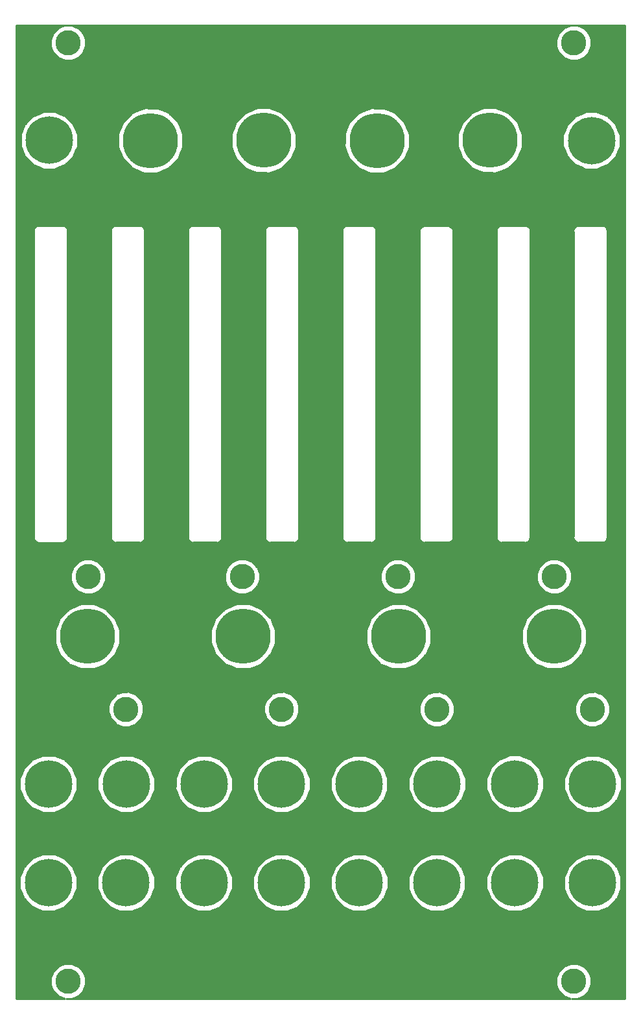
<source format=gbr>
%TF.GenerationSoftware,KiCad,Pcbnew,(5.0.1)-3*%
%TF.CreationDate,2020-04-13T19:58:08+01:00*%
%TF.ProjectId,panel,70616E656C2E6B696361645F70636200,rev?*%
%TF.SameCoordinates,Original*%
%TF.FileFunction,Copper,L1,Top,Signal*%
%TF.FilePolarity,Positive*%
%FSLAX46Y46*%
G04 Gerber Fmt 4.6, Leading zero omitted, Abs format (unit mm)*
G04 Created by KiCad (PCBNEW (5.0.1)-3) date 13/04/2020 19:58:08*
%MOMM*%
%LPD*%
G01*
G04 APERTURE LIST*
%ADD10C,3.300000*%
%ADD11C,6.200000*%
%ADD12C,7.200000*%
%ADD13C,0.254000*%
G04 APERTURE END LIST*
D10*
X109850000Y-6450000D03*
X175900000Y-6450000D03*
X109850000Y-128950000D03*
X175900000Y-128950000D03*
D11*
X107350000Y-19190000D03*
X178200000Y-19200000D03*
X107250000Y-103200000D03*
X107250000Y-116090000D03*
X117400000Y-116100000D03*
X117410000Y-103200000D03*
X127580000Y-103200000D03*
X127570000Y-116100000D03*
X137720000Y-103200000D03*
X137720000Y-116100000D03*
X147870000Y-103200000D03*
X147880000Y-116090000D03*
X158030000Y-116100000D03*
X158040000Y-103200000D03*
X168200000Y-116090000D03*
X178350000Y-116100000D03*
X178360000Y-103200000D03*
X168200000Y-103190000D03*
D12*
X120600000Y-19200000D03*
X135370000Y-19190000D03*
X150180000Y-19200000D03*
X164950000Y-19190000D03*
X112350000Y-83950000D03*
X132680000Y-83940000D03*
X152990000Y-83940000D03*
X173300000Y-83940000D03*
D10*
X112460000Y-76160000D03*
X132570000Y-76120000D03*
X152920000Y-76150000D03*
X173330000Y-76120000D03*
X178350000Y-93450000D03*
X158030000Y-93450000D03*
X137720000Y-93450000D03*
X117400000Y-93450000D03*
D13*
G36*
X109832565Y-4165000D02*
X109395485Y-4165000D01*
X109378756Y-4171930D01*
X109360650Y-4172206D01*
X108585379Y-4493334D01*
X108580443Y-4502601D01*
X108555651Y-4512870D01*
X107912870Y-5155651D01*
X107902601Y-5180443D01*
X107893334Y-5185379D01*
X107732272Y-5591653D01*
X107565000Y-5995485D01*
X107565000Y-6013594D01*
X107558327Y-6030426D01*
X107565000Y-6467435D01*
X107565000Y-6904515D01*
X107571930Y-6921244D01*
X107572206Y-6939350D01*
X107893334Y-7714621D01*
X107902601Y-7719557D01*
X107912870Y-7744349D01*
X108555651Y-8387130D01*
X108580443Y-8397399D01*
X108585379Y-8406666D01*
X108991653Y-8567728D01*
X109395485Y-8735000D01*
X109413594Y-8735000D01*
X109430426Y-8741673D01*
X109867435Y-8735000D01*
X110304515Y-8735000D01*
X110321244Y-8728070D01*
X110339350Y-8727794D01*
X111114621Y-8406666D01*
X111119557Y-8397399D01*
X111144349Y-8387130D01*
X111787130Y-7744349D01*
X111797399Y-7719557D01*
X111806666Y-7714621D01*
X111967728Y-7308347D01*
X112135000Y-6904515D01*
X112135000Y-6886406D01*
X112141673Y-6869574D01*
X112135000Y-6432565D01*
X112135000Y-5995485D01*
X112128070Y-5978756D01*
X112127794Y-5960650D01*
X111806666Y-5185379D01*
X111797399Y-5180443D01*
X111787130Y-5155651D01*
X111144349Y-4512870D01*
X111119557Y-4502601D01*
X111114621Y-4493334D01*
X110708347Y-4332272D01*
X110304515Y-4165000D01*
X110286406Y-4165000D01*
X110273794Y-4160000D01*
X176210011Y-4160000D01*
X175882565Y-4165000D01*
X175445485Y-4165000D01*
X175428756Y-4171930D01*
X175410650Y-4172206D01*
X174635379Y-4493334D01*
X174630443Y-4502601D01*
X174605651Y-4512870D01*
X173962870Y-5155651D01*
X173952601Y-5180443D01*
X173943334Y-5185379D01*
X173782272Y-5591653D01*
X173615000Y-5995485D01*
X173615000Y-6013594D01*
X173608327Y-6030426D01*
X173615000Y-6467435D01*
X173615000Y-6904515D01*
X173621930Y-6921244D01*
X173622206Y-6939350D01*
X173943334Y-7714621D01*
X173952601Y-7719557D01*
X173962870Y-7744349D01*
X174605651Y-8387130D01*
X174630443Y-8397399D01*
X174635379Y-8406666D01*
X175041653Y-8567728D01*
X175445485Y-8735000D01*
X175463594Y-8735000D01*
X175480426Y-8741673D01*
X175917435Y-8735000D01*
X176354515Y-8735000D01*
X176371244Y-8728070D01*
X176389350Y-8727794D01*
X177164621Y-8406666D01*
X177169557Y-8397399D01*
X177194349Y-8387130D01*
X177837130Y-7744349D01*
X177847399Y-7719557D01*
X177856666Y-7714621D01*
X178017728Y-7308347D01*
X178185000Y-6904515D01*
X178185000Y-6886406D01*
X178191673Y-6869574D01*
X178185000Y-6432565D01*
X178185000Y-5995485D01*
X178178070Y-5978756D01*
X178177794Y-5960650D01*
X177856666Y-5185379D01*
X177847399Y-5180443D01*
X177837130Y-5155651D01*
X177194349Y-4512870D01*
X177169557Y-4502601D01*
X177164621Y-4493334D01*
X176758347Y-4332272D01*
X176354515Y-4165000D01*
X176336406Y-4165000D01*
X176323794Y-4160000D01*
X182540000Y-4160000D01*
X182540001Y-131240000D01*
X175589989Y-131240000D01*
X175917435Y-131235000D01*
X176354515Y-131235000D01*
X176371244Y-131228070D01*
X176389350Y-131227794D01*
X177164621Y-130906666D01*
X177169557Y-130897399D01*
X177194349Y-130887130D01*
X177837130Y-130244349D01*
X177847399Y-130219557D01*
X177856666Y-130214621D01*
X178017728Y-129808347D01*
X178185000Y-129404515D01*
X178185000Y-129386406D01*
X178191673Y-129369574D01*
X178185000Y-128932565D01*
X178185000Y-128495485D01*
X178178070Y-128478756D01*
X178177794Y-128460650D01*
X177856666Y-127685379D01*
X177847399Y-127680443D01*
X177837130Y-127655651D01*
X177194349Y-127012870D01*
X177169557Y-127002601D01*
X177164621Y-126993334D01*
X176758347Y-126832272D01*
X176354515Y-126665000D01*
X176336406Y-126665000D01*
X176319574Y-126658327D01*
X175882565Y-126665000D01*
X175445485Y-126665000D01*
X175428756Y-126671930D01*
X175410650Y-126672206D01*
X174635379Y-126993334D01*
X174630443Y-127002601D01*
X174605651Y-127012870D01*
X173962870Y-127655651D01*
X173952601Y-127680443D01*
X173943334Y-127685379D01*
X173782272Y-128091653D01*
X173615000Y-128495485D01*
X173615000Y-128513594D01*
X173608327Y-128530426D01*
X173615000Y-128967435D01*
X173615000Y-129404515D01*
X173621930Y-129421244D01*
X173622206Y-129439350D01*
X173943334Y-130214621D01*
X173952601Y-130219557D01*
X173962870Y-130244349D01*
X174605651Y-130887130D01*
X174630443Y-130897399D01*
X174635379Y-130906666D01*
X175041653Y-131067728D01*
X175445485Y-131235000D01*
X175463594Y-131235000D01*
X175476206Y-131240000D01*
X109539989Y-131240000D01*
X109867435Y-131235000D01*
X110304515Y-131235000D01*
X110321244Y-131228070D01*
X110339350Y-131227794D01*
X111114621Y-130906666D01*
X111119557Y-130897399D01*
X111144349Y-130887130D01*
X111787130Y-130244349D01*
X111797399Y-130219557D01*
X111806666Y-130214621D01*
X111967728Y-129808347D01*
X112135000Y-129404515D01*
X112135000Y-129386406D01*
X112141673Y-129369574D01*
X112135000Y-128932565D01*
X112135000Y-128495485D01*
X112128070Y-128478756D01*
X112127794Y-128460650D01*
X111806666Y-127685379D01*
X111797399Y-127680443D01*
X111787130Y-127655651D01*
X111144349Y-127012870D01*
X111119557Y-127002601D01*
X111114621Y-126993334D01*
X110708347Y-126832272D01*
X110304515Y-126665000D01*
X110286406Y-126665000D01*
X110269574Y-126658327D01*
X109832565Y-126665000D01*
X109395485Y-126665000D01*
X109378756Y-126671930D01*
X109360650Y-126672206D01*
X108585379Y-126993334D01*
X108580443Y-127002601D01*
X108555651Y-127012870D01*
X107912870Y-127655651D01*
X107902601Y-127680443D01*
X107893334Y-127685379D01*
X107732272Y-128091653D01*
X107565000Y-128495485D01*
X107565000Y-128513594D01*
X107558327Y-128530426D01*
X107565000Y-128967435D01*
X107565000Y-129404515D01*
X107571930Y-129421244D01*
X107572206Y-129439350D01*
X107893334Y-130214621D01*
X107902601Y-130219557D01*
X107912870Y-130244349D01*
X108555651Y-130887130D01*
X108580443Y-130897399D01*
X108585379Y-130906666D01*
X108991653Y-131067728D01*
X109395485Y-131235000D01*
X109413594Y-131235000D01*
X109426206Y-131240000D01*
X103060000Y-131240000D01*
X103060000Y-116810835D01*
X103510671Y-116810835D01*
X103515000Y-116821463D01*
X103515000Y-116832938D01*
X103795061Y-117509065D01*
X104071162Y-118186944D01*
X104083490Y-118205394D01*
X104083620Y-118205708D01*
X104083860Y-118205948D01*
X104096188Y-118224398D01*
X104118982Y-118241070D01*
X105098930Y-119221018D01*
X105115602Y-119243812D01*
X105126178Y-119248266D01*
X105134292Y-119256380D01*
X105810425Y-119536444D01*
X106484985Y-119820541D01*
X106496461Y-119820609D01*
X106507062Y-119825000D01*
X107238900Y-119825000D01*
X107970835Y-119829329D01*
X107981463Y-119825000D01*
X107992938Y-119825000D01*
X108669065Y-119544939D01*
X109346944Y-119268838D01*
X109365394Y-119256510D01*
X109365708Y-119256380D01*
X109365948Y-119256140D01*
X109384398Y-119243812D01*
X109401070Y-119221018D01*
X110381018Y-118241070D01*
X110403812Y-118224398D01*
X110408266Y-118213822D01*
X110416380Y-118205708D01*
X110696444Y-117529575D01*
X110980541Y-116855015D01*
X110980609Y-116843539D01*
X110985000Y-116832938D01*
X110985000Y-116820835D01*
X113660671Y-116820835D01*
X113665000Y-116831463D01*
X113665000Y-116842938D01*
X113945061Y-117519065D01*
X114221162Y-118196944D01*
X114233490Y-118215394D01*
X114233620Y-118215708D01*
X114233860Y-118215948D01*
X114246188Y-118234398D01*
X114268982Y-118251070D01*
X115248930Y-119231018D01*
X115265602Y-119253812D01*
X115276178Y-119258266D01*
X115284292Y-119266380D01*
X115960425Y-119546444D01*
X116634985Y-119830541D01*
X116646461Y-119830609D01*
X116657062Y-119835000D01*
X117388900Y-119835000D01*
X118120835Y-119839329D01*
X118131463Y-119835000D01*
X118142938Y-119835000D01*
X118819065Y-119554939D01*
X119496944Y-119278838D01*
X119515394Y-119266510D01*
X119515708Y-119266380D01*
X119515948Y-119266140D01*
X119534398Y-119253812D01*
X119551070Y-119231018D01*
X120531018Y-118251070D01*
X120553812Y-118234398D01*
X120558266Y-118223822D01*
X120566380Y-118215708D01*
X120846444Y-117539575D01*
X121130541Y-116865015D01*
X121130609Y-116853539D01*
X121135000Y-116842938D01*
X121135000Y-116820835D01*
X123830671Y-116820835D01*
X123835000Y-116831463D01*
X123835000Y-116842938D01*
X124115061Y-117519065D01*
X124391162Y-118196944D01*
X124403490Y-118215394D01*
X124403620Y-118215708D01*
X124403860Y-118215948D01*
X124416188Y-118234398D01*
X124438982Y-118251070D01*
X125418930Y-119231018D01*
X125435602Y-119253812D01*
X125446178Y-119258266D01*
X125454292Y-119266380D01*
X126130425Y-119546444D01*
X126804985Y-119830541D01*
X126816461Y-119830609D01*
X126827062Y-119835000D01*
X127558900Y-119835000D01*
X128290835Y-119839329D01*
X128301463Y-119835000D01*
X128312938Y-119835000D01*
X128989065Y-119554939D01*
X129666944Y-119278838D01*
X129685394Y-119266510D01*
X129685708Y-119266380D01*
X129685948Y-119266140D01*
X129704398Y-119253812D01*
X129721070Y-119231018D01*
X130701018Y-118251070D01*
X130723812Y-118234398D01*
X130728266Y-118223822D01*
X130736380Y-118215708D01*
X131016444Y-117539575D01*
X131300541Y-116865015D01*
X131300609Y-116853539D01*
X131305000Y-116842938D01*
X131305000Y-116820835D01*
X133980671Y-116820835D01*
X133985000Y-116831463D01*
X133985000Y-116842938D01*
X134265061Y-117519065D01*
X134541162Y-118196944D01*
X134553490Y-118215394D01*
X134553620Y-118215708D01*
X134553860Y-118215948D01*
X134566188Y-118234398D01*
X134588982Y-118251070D01*
X135568930Y-119231018D01*
X135585602Y-119253812D01*
X135596178Y-119258266D01*
X135604292Y-119266380D01*
X136280425Y-119546444D01*
X136954985Y-119830541D01*
X136966461Y-119830609D01*
X136977062Y-119835000D01*
X137708900Y-119835000D01*
X138440835Y-119839329D01*
X138451463Y-119835000D01*
X138462938Y-119835000D01*
X139139065Y-119554939D01*
X139816944Y-119278838D01*
X139835394Y-119266510D01*
X139835708Y-119266380D01*
X139835948Y-119266140D01*
X139854398Y-119253812D01*
X139871070Y-119231018D01*
X140851018Y-118251070D01*
X140873812Y-118234398D01*
X140878266Y-118223822D01*
X140886380Y-118215708D01*
X141166444Y-117539575D01*
X141450541Y-116865015D01*
X141450609Y-116853539D01*
X141455000Y-116842938D01*
X141455000Y-116810835D01*
X144140671Y-116810835D01*
X144145000Y-116821463D01*
X144145000Y-116832938D01*
X144425061Y-117509065D01*
X144701162Y-118186944D01*
X144713490Y-118205394D01*
X144713620Y-118205708D01*
X144713860Y-118205948D01*
X144726188Y-118224398D01*
X144748982Y-118241070D01*
X145728930Y-119221018D01*
X145745602Y-119243812D01*
X145756178Y-119248266D01*
X145764292Y-119256380D01*
X146440425Y-119536444D01*
X147114985Y-119820541D01*
X147126461Y-119820609D01*
X147137062Y-119825000D01*
X147868900Y-119825000D01*
X148600835Y-119829329D01*
X148611463Y-119825000D01*
X148622938Y-119825000D01*
X149299065Y-119544939D01*
X149976944Y-119268838D01*
X149995394Y-119256510D01*
X149995708Y-119256380D01*
X149995948Y-119256140D01*
X150014398Y-119243812D01*
X150031070Y-119221018D01*
X151011018Y-118241070D01*
X151033812Y-118224398D01*
X151038266Y-118213822D01*
X151046380Y-118205708D01*
X151326444Y-117529575D01*
X151610541Y-116855015D01*
X151610609Y-116843539D01*
X151615000Y-116832938D01*
X151615000Y-116820835D01*
X154290671Y-116820835D01*
X154295000Y-116831463D01*
X154295000Y-116842938D01*
X154575061Y-117519065D01*
X154851162Y-118196944D01*
X154863490Y-118215394D01*
X154863620Y-118215708D01*
X154863860Y-118215948D01*
X154876188Y-118234398D01*
X154898982Y-118251070D01*
X155878930Y-119231018D01*
X155895602Y-119253812D01*
X155906178Y-119258266D01*
X155914292Y-119266380D01*
X156590425Y-119546444D01*
X157264985Y-119830541D01*
X157276461Y-119830609D01*
X157287062Y-119835000D01*
X158018900Y-119835000D01*
X158750835Y-119839329D01*
X158761463Y-119835000D01*
X158772938Y-119835000D01*
X159449065Y-119554939D01*
X160126944Y-119278838D01*
X160145394Y-119266510D01*
X160145708Y-119266380D01*
X160145948Y-119266140D01*
X160164398Y-119253812D01*
X160181070Y-119231018D01*
X161161018Y-118251070D01*
X161183812Y-118234398D01*
X161188266Y-118223822D01*
X161196380Y-118215708D01*
X161476444Y-117539575D01*
X161760541Y-116865015D01*
X161760609Y-116853539D01*
X161765000Y-116842938D01*
X161765000Y-116810835D01*
X164460671Y-116810835D01*
X164465000Y-116821463D01*
X164465000Y-116832938D01*
X164745061Y-117509065D01*
X165021162Y-118186944D01*
X165033490Y-118205394D01*
X165033620Y-118205708D01*
X165033860Y-118205948D01*
X165046188Y-118224398D01*
X165068982Y-118241070D01*
X166048930Y-119221018D01*
X166065602Y-119243812D01*
X166076178Y-119248266D01*
X166084292Y-119256380D01*
X166760425Y-119536444D01*
X167434985Y-119820541D01*
X167446461Y-119820609D01*
X167457062Y-119825000D01*
X168188900Y-119825000D01*
X168920835Y-119829329D01*
X168931463Y-119825000D01*
X168942938Y-119825000D01*
X169619065Y-119544939D01*
X170296944Y-119268838D01*
X170315394Y-119256510D01*
X170315708Y-119256380D01*
X170315948Y-119256140D01*
X170334398Y-119243812D01*
X170351070Y-119221018D01*
X171331018Y-118241070D01*
X171353812Y-118224398D01*
X171358266Y-118213822D01*
X171366380Y-118205708D01*
X171646444Y-117529575D01*
X171930541Y-116855015D01*
X171930609Y-116843539D01*
X171935000Y-116832938D01*
X171935000Y-116820835D01*
X174610671Y-116820835D01*
X174615000Y-116831463D01*
X174615000Y-116842938D01*
X174895061Y-117519065D01*
X175171162Y-118196944D01*
X175183490Y-118215394D01*
X175183620Y-118215708D01*
X175183860Y-118215948D01*
X175196188Y-118234398D01*
X175218982Y-118251070D01*
X176198930Y-119231018D01*
X176215602Y-119253812D01*
X176226178Y-119258266D01*
X176234292Y-119266380D01*
X176910425Y-119546444D01*
X177584985Y-119830541D01*
X177596461Y-119830609D01*
X177607062Y-119835000D01*
X178338900Y-119835000D01*
X179070835Y-119839329D01*
X179081463Y-119835000D01*
X179092938Y-119835000D01*
X179769065Y-119554939D01*
X180446944Y-119278838D01*
X180465394Y-119266510D01*
X180465708Y-119266380D01*
X180465948Y-119266140D01*
X180484398Y-119253812D01*
X180501070Y-119231018D01*
X181481018Y-118251070D01*
X181503812Y-118234398D01*
X181508266Y-118223822D01*
X181516380Y-118215708D01*
X181796444Y-117539575D01*
X182080541Y-116865015D01*
X182080609Y-116853539D01*
X182085000Y-116842938D01*
X182085000Y-116111100D01*
X182089329Y-115379165D01*
X182085000Y-115368537D01*
X182085000Y-115357062D01*
X181804939Y-114680935D01*
X181528838Y-114003056D01*
X181516510Y-113984606D01*
X181516380Y-113984292D01*
X181516140Y-113984052D01*
X181503812Y-113965602D01*
X181481018Y-113948930D01*
X180501070Y-112968982D01*
X180484398Y-112946188D01*
X180473822Y-112941734D01*
X180465708Y-112933620D01*
X179789575Y-112653556D01*
X179115015Y-112369459D01*
X179103539Y-112369391D01*
X179092938Y-112365000D01*
X178361100Y-112365000D01*
X177629165Y-112360671D01*
X177618537Y-112365000D01*
X177607062Y-112365000D01*
X176930935Y-112645061D01*
X176253056Y-112921162D01*
X176234606Y-112933490D01*
X176234292Y-112933620D01*
X176234052Y-112933860D01*
X176215602Y-112946188D01*
X176198930Y-112968982D01*
X175218982Y-113948930D01*
X175196188Y-113965602D01*
X175191734Y-113976178D01*
X175183620Y-113984292D01*
X174903556Y-114660425D01*
X174619459Y-115334985D01*
X174619391Y-115346461D01*
X174615000Y-115357062D01*
X174615000Y-116088900D01*
X174610671Y-116820835D01*
X171935000Y-116820835D01*
X171935000Y-116101100D01*
X171939329Y-115369165D01*
X171935000Y-115358537D01*
X171935000Y-115347062D01*
X171654939Y-114670935D01*
X171378838Y-113993056D01*
X171366510Y-113974606D01*
X171366380Y-113974292D01*
X171366140Y-113974052D01*
X171353812Y-113955602D01*
X171331018Y-113938930D01*
X170351070Y-112958982D01*
X170334398Y-112936188D01*
X170323822Y-112931734D01*
X170315708Y-112923620D01*
X169639575Y-112643556D01*
X168965015Y-112359459D01*
X168953539Y-112359391D01*
X168942938Y-112355000D01*
X168211100Y-112355000D01*
X167479165Y-112350671D01*
X167468537Y-112355000D01*
X167457062Y-112355000D01*
X166780935Y-112635061D01*
X166103056Y-112911162D01*
X166084606Y-112923490D01*
X166084292Y-112923620D01*
X166084052Y-112923860D01*
X166065602Y-112936188D01*
X166048930Y-112958982D01*
X165068982Y-113938930D01*
X165046188Y-113955602D01*
X165041734Y-113966178D01*
X165033620Y-113974292D01*
X164753556Y-114650425D01*
X164469459Y-115324985D01*
X164469391Y-115336461D01*
X164465000Y-115347062D01*
X164465000Y-116078900D01*
X164460671Y-116810835D01*
X161765000Y-116810835D01*
X161765000Y-116111100D01*
X161769329Y-115379165D01*
X161765000Y-115368537D01*
X161765000Y-115357062D01*
X161484939Y-114680935D01*
X161208838Y-114003056D01*
X161196510Y-113984606D01*
X161196380Y-113984292D01*
X161196140Y-113984052D01*
X161183812Y-113965602D01*
X161161018Y-113948930D01*
X160181070Y-112968982D01*
X160164398Y-112946188D01*
X160153822Y-112941734D01*
X160145708Y-112933620D01*
X159469575Y-112653556D01*
X158795015Y-112369459D01*
X158783539Y-112369391D01*
X158772938Y-112365000D01*
X158041100Y-112365000D01*
X157309165Y-112360671D01*
X157298537Y-112365000D01*
X157287062Y-112365000D01*
X156610935Y-112645061D01*
X155933056Y-112921162D01*
X155914606Y-112933490D01*
X155914292Y-112933620D01*
X155914052Y-112933860D01*
X155895602Y-112946188D01*
X155878930Y-112968982D01*
X154898982Y-113948930D01*
X154876188Y-113965602D01*
X154871734Y-113976178D01*
X154863620Y-113984292D01*
X154583556Y-114660425D01*
X154299459Y-115334985D01*
X154299391Y-115346461D01*
X154295000Y-115357062D01*
X154295000Y-116088900D01*
X154290671Y-116820835D01*
X151615000Y-116820835D01*
X151615000Y-116101100D01*
X151619329Y-115369165D01*
X151615000Y-115358537D01*
X151615000Y-115347062D01*
X151334939Y-114670935D01*
X151058838Y-113993056D01*
X151046510Y-113974606D01*
X151046380Y-113974292D01*
X151046140Y-113974052D01*
X151033812Y-113955602D01*
X151011018Y-113938930D01*
X150031070Y-112958982D01*
X150014398Y-112936188D01*
X150003822Y-112931734D01*
X149995708Y-112923620D01*
X149319575Y-112643556D01*
X148645015Y-112359459D01*
X148633539Y-112359391D01*
X148622938Y-112355000D01*
X147891100Y-112355000D01*
X147159165Y-112350671D01*
X147148537Y-112355000D01*
X147137062Y-112355000D01*
X146460935Y-112635061D01*
X145783056Y-112911162D01*
X145764606Y-112923490D01*
X145764292Y-112923620D01*
X145764052Y-112923860D01*
X145745602Y-112936188D01*
X145728930Y-112958982D01*
X144748982Y-113938930D01*
X144726188Y-113955602D01*
X144721734Y-113966178D01*
X144713620Y-113974292D01*
X144433556Y-114650425D01*
X144149459Y-115324985D01*
X144149391Y-115336461D01*
X144145000Y-115347062D01*
X144145000Y-116078900D01*
X144140671Y-116810835D01*
X141455000Y-116810835D01*
X141455000Y-116111100D01*
X141459329Y-115379165D01*
X141455000Y-115368537D01*
X141455000Y-115357062D01*
X141174939Y-114680935D01*
X140898838Y-114003056D01*
X140886510Y-113984606D01*
X140886380Y-113984292D01*
X140886140Y-113984052D01*
X140873812Y-113965602D01*
X140851018Y-113948930D01*
X139871070Y-112968982D01*
X139854398Y-112946188D01*
X139843822Y-112941734D01*
X139835708Y-112933620D01*
X139159575Y-112653556D01*
X138485015Y-112369459D01*
X138473539Y-112369391D01*
X138462938Y-112365000D01*
X137731100Y-112365000D01*
X136999165Y-112360671D01*
X136988537Y-112365000D01*
X136977062Y-112365000D01*
X136300935Y-112645061D01*
X135623056Y-112921162D01*
X135604606Y-112933490D01*
X135604292Y-112933620D01*
X135604052Y-112933860D01*
X135585602Y-112946188D01*
X135568930Y-112968982D01*
X134588982Y-113948930D01*
X134566188Y-113965602D01*
X134561734Y-113976178D01*
X134553620Y-113984292D01*
X134273556Y-114660425D01*
X133989459Y-115334985D01*
X133989391Y-115346461D01*
X133985000Y-115357062D01*
X133985000Y-116088900D01*
X133980671Y-116820835D01*
X131305000Y-116820835D01*
X131305000Y-116111100D01*
X131309329Y-115379165D01*
X131305000Y-115368537D01*
X131305000Y-115357062D01*
X131024939Y-114680935D01*
X130748838Y-114003056D01*
X130736510Y-113984606D01*
X130736380Y-113984292D01*
X130736140Y-113984052D01*
X130723812Y-113965602D01*
X130701018Y-113948930D01*
X129721070Y-112968982D01*
X129704398Y-112946188D01*
X129693822Y-112941734D01*
X129685708Y-112933620D01*
X129009575Y-112653556D01*
X128335015Y-112369459D01*
X128323539Y-112369391D01*
X128312938Y-112365000D01*
X127581100Y-112365000D01*
X126849165Y-112360671D01*
X126838537Y-112365000D01*
X126827062Y-112365000D01*
X126150935Y-112645061D01*
X125473056Y-112921162D01*
X125454606Y-112933490D01*
X125454292Y-112933620D01*
X125454052Y-112933860D01*
X125435602Y-112946188D01*
X125418930Y-112968982D01*
X124438982Y-113948930D01*
X124416188Y-113965602D01*
X124411734Y-113976178D01*
X124403620Y-113984292D01*
X124123556Y-114660425D01*
X123839459Y-115334985D01*
X123839391Y-115346461D01*
X123835000Y-115357062D01*
X123835000Y-116088900D01*
X123830671Y-116820835D01*
X121135000Y-116820835D01*
X121135000Y-116111100D01*
X121139329Y-115379165D01*
X121135000Y-115368537D01*
X121135000Y-115357062D01*
X120854939Y-114680935D01*
X120578838Y-114003056D01*
X120566510Y-113984606D01*
X120566380Y-113984292D01*
X120566140Y-113984052D01*
X120553812Y-113965602D01*
X120531018Y-113948930D01*
X119551070Y-112968982D01*
X119534398Y-112946188D01*
X119523822Y-112941734D01*
X119515708Y-112933620D01*
X118839575Y-112653556D01*
X118165015Y-112369459D01*
X118153539Y-112369391D01*
X118142938Y-112365000D01*
X117411100Y-112365000D01*
X116679165Y-112360671D01*
X116668537Y-112365000D01*
X116657062Y-112365000D01*
X115980935Y-112645061D01*
X115303056Y-112921162D01*
X115284606Y-112933490D01*
X115284292Y-112933620D01*
X115284052Y-112933860D01*
X115265602Y-112946188D01*
X115248930Y-112968982D01*
X114268982Y-113948930D01*
X114246188Y-113965602D01*
X114241734Y-113976178D01*
X114233620Y-113984292D01*
X113953556Y-114660425D01*
X113669459Y-115334985D01*
X113669391Y-115346461D01*
X113665000Y-115357062D01*
X113665000Y-116088900D01*
X113660671Y-116820835D01*
X110985000Y-116820835D01*
X110985000Y-116101100D01*
X110989329Y-115369165D01*
X110985000Y-115358537D01*
X110985000Y-115347062D01*
X110704939Y-114670935D01*
X110428838Y-113993056D01*
X110416510Y-113974606D01*
X110416380Y-113974292D01*
X110416140Y-113974052D01*
X110403812Y-113955602D01*
X110381018Y-113938930D01*
X109401070Y-112958982D01*
X109384398Y-112936188D01*
X109373822Y-112931734D01*
X109365708Y-112923620D01*
X108689575Y-112643556D01*
X108015015Y-112359459D01*
X108003539Y-112359391D01*
X107992938Y-112355000D01*
X107261100Y-112355000D01*
X106529165Y-112350671D01*
X106518537Y-112355000D01*
X106507062Y-112355000D01*
X105830935Y-112635061D01*
X105153056Y-112911162D01*
X105134606Y-112923490D01*
X105134292Y-112923620D01*
X105134052Y-112923860D01*
X105115602Y-112936188D01*
X105098930Y-112958982D01*
X104118982Y-113938930D01*
X104096188Y-113955602D01*
X104091734Y-113966178D01*
X104083620Y-113974292D01*
X103803556Y-114650425D01*
X103519459Y-115324985D01*
X103519391Y-115336461D01*
X103515000Y-115347062D01*
X103515000Y-116078900D01*
X103510671Y-116810835D01*
X103060000Y-116810835D01*
X103060000Y-103920835D01*
X103510671Y-103920835D01*
X103515000Y-103931463D01*
X103515000Y-103942938D01*
X103795061Y-104619065D01*
X104071162Y-105296944D01*
X104083490Y-105315394D01*
X104083620Y-105315708D01*
X104083860Y-105315948D01*
X104096188Y-105334398D01*
X104118982Y-105351070D01*
X105098930Y-106331018D01*
X105115602Y-106353812D01*
X105126178Y-106358266D01*
X105134292Y-106366380D01*
X105810425Y-106646444D01*
X106484985Y-106930541D01*
X106496461Y-106930609D01*
X106507062Y-106935000D01*
X107238900Y-106935000D01*
X107970835Y-106939329D01*
X107981463Y-106935000D01*
X107992938Y-106935000D01*
X108669065Y-106654939D01*
X109346944Y-106378838D01*
X109365394Y-106366510D01*
X109365708Y-106366380D01*
X109365948Y-106366140D01*
X109384398Y-106353812D01*
X109401070Y-106331018D01*
X110381018Y-105351070D01*
X110403812Y-105334398D01*
X110408266Y-105323822D01*
X110416380Y-105315708D01*
X110696444Y-104639575D01*
X110980541Y-103965015D01*
X110980609Y-103953539D01*
X110985000Y-103942938D01*
X110985000Y-103920835D01*
X113670671Y-103920835D01*
X113675000Y-103931463D01*
X113675000Y-103942938D01*
X113955061Y-104619065D01*
X114231162Y-105296944D01*
X114243490Y-105315394D01*
X114243620Y-105315708D01*
X114243860Y-105315948D01*
X114256188Y-105334398D01*
X114278982Y-105351070D01*
X115258930Y-106331018D01*
X115275602Y-106353812D01*
X115286178Y-106358266D01*
X115294292Y-106366380D01*
X115970425Y-106646444D01*
X116644985Y-106930541D01*
X116656461Y-106930609D01*
X116667062Y-106935000D01*
X117398900Y-106935000D01*
X118130835Y-106939329D01*
X118141463Y-106935000D01*
X118152938Y-106935000D01*
X118829065Y-106654939D01*
X119506944Y-106378838D01*
X119525394Y-106366510D01*
X119525708Y-106366380D01*
X119525948Y-106366140D01*
X119544398Y-106353812D01*
X119561070Y-106331018D01*
X120541018Y-105351070D01*
X120563812Y-105334398D01*
X120568266Y-105323822D01*
X120576380Y-105315708D01*
X120856444Y-104639575D01*
X121140541Y-103965015D01*
X121140609Y-103953539D01*
X121145000Y-103942938D01*
X121145000Y-103920835D01*
X123840671Y-103920835D01*
X123845000Y-103931463D01*
X123845000Y-103942938D01*
X124125061Y-104619065D01*
X124401162Y-105296944D01*
X124413490Y-105315394D01*
X124413620Y-105315708D01*
X124413860Y-105315948D01*
X124426188Y-105334398D01*
X124448982Y-105351070D01*
X125428930Y-106331018D01*
X125445602Y-106353812D01*
X125456178Y-106358266D01*
X125464292Y-106366380D01*
X126140425Y-106646444D01*
X126814985Y-106930541D01*
X126826461Y-106930609D01*
X126837062Y-106935000D01*
X127568900Y-106935000D01*
X128300835Y-106939329D01*
X128311463Y-106935000D01*
X128322938Y-106935000D01*
X128999065Y-106654939D01*
X129676944Y-106378838D01*
X129695394Y-106366510D01*
X129695708Y-106366380D01*
X129695948Y-106366140D01*
X129714398Y-106353812D01*
X129731070Y-106331018D01*
X130711018Y-105351070D01*
X130733812Y-105334398D01*
X130738266Y-105323822D01*
X130746380Y-105315708D01*
X131026444Y-104639575D01*
X131310541Y-103965015D01*
X131310609Y-103953539D01*
X131315000Y-103942938D01*
X131315000Y-103920835D01*
X133980671Y-103920835D01*
X133985000Y-103931463D01*
X133985000Y-103942938D01*
X134265061Y-104619065D01*
X134541162Y-105296944D01*
X134553490Y-105315394D01*
X134553620Y-105315708D01*
X134553860Y-105315948D01*
X134566188Y-105334398D01*
X134588982Y-105351070D01*
X135568930Y-106331018D01*
X135585602Y-106353812D01*
X135596178Y-106358266D01*
X135604292Y-106366380D01*
X136280425Y-106646444D01*
X136954985Y-106930541D01*
X136966461Y-106930609D01*
X136977062Y-106935000D01*
X137708900Y-106935000D01*
X138440835Y-106939329D01*
X138451463Y-106935000D01*
X138462938Y-106935000D01*
X139139065Y-106654939D01*
X139816944Y-106378838D01*
X139835394Y-106366510D01*
X139835708Y-106366380D01*
X139835948Y-106366140D01*
X139854398Y-106353812D01*
X139871070Y-106331018D01*
X140851018Y-105351070D01*
X140873812Y-105334398D01*
X140878266Y-105323822D01*
X140886380Y-105315708D01*
X141166444Y-104639575D01*
X141450541Y-103965015D01*
X141450609Y-103953539D01*
X141455000Y-103942938D01*
X141455000Y-103920835D01*
X144130671Y-103920835D01*
X144135000Y-103931463D01*
X144135000Y-103942938D01*
X144415061Y-104619065D01*
X144691162Y-105296944D01*
X144703490Y-105315394D01*
X144703620Y-105315708D01*
X144703860Y-105315948D01*
X144716188Y-105334398D01*
X144738982Y-105351070D01*
X145718930Y-106331018D01*
X145735602Y-106353812D01*
X145746178Y-106358266D01*
X145754292Y-106366380D01*
X146430425Y-106646444D01*
X147104985Y-106930541D01*
X147116461Y-106930609D01*
X147127062Y-106935000D01*
X147858900Y-106935000D01*
X148590835Y-106939329D01*
X148601463Y-106935000D01*
X148612938Y-106935000D01*
X149289065Y-106654939D01*
X149966944Y-106378838D01*
X149985394Y-106366510D01*
X149985708Y-106366380D01*
X149985948Y-106366140D01*
X150004398Y-106353812D01*
X150021070Y-106331018D01*
X151001018Y-105351070D01*
X151023812Y-105334398D01*
X151028266Y-105323822D01*
X151036380Y-105315708D01*
X151316444Y-104639575D01*
X151600541Y-103965015D01*
X151600609Y-103953539D01*
X151605000Y-103942938D01*
X151605000Y-103920835D01*
X154300671Y-103920835D01*
X154305000Y-103931463D01*
X154305000Y-103942938D01*
X154585061Y-104619065D01*
X154861162Y-105296944D01*
X154873490Y-105315394D01*
X154873620Y-105315708D01*
X154873860Y-105315948D01*
X154886188Y-105334398D01*
X154908982Y-105351070D01*
X155888930Y-106331018D01*
X155905602Y-106353812D01*
X155916178Y-106358266D01*
X155924292Y-106366380D01*
X156600425Y-106646444D01*
X157274985Y-106930541D01*
X157286461Y-106930609D01*
X157297062Y-106935000D01*
X158028900Y-106935000D01*
X158760835Y-106939329D01*
X158771463Y-106935000D01*
X158782938Y-106935000D01*
X159459065Y-106654939D01*
X160136944Y-106378838D01*
X160155394Y-106366510D01*
X160155708Y-106366380D01*
X160155948Y-106366140D01*
X160174398Y-106353812D01*
X160191070Y-106331018D01*
X161171018Y-105351070D01*
X161193812Y-105334398D01*
X161198266Y-105323822D01*
X161206380Y-105315708D01*
X161486444Y-104639575D01*
X161770541Y-103965015D01*
X161770609Y-103953539D01*
X161775000Y-103942938D01*
X161775000Y-103910835D01*
X164460671Y-103910835D01*
X164465000Y-103921463D01*
X164465000Y-103932938D01*
X164745061Y-104609065D01*
X165021162Y-105286944D01*
X165033490Y-105305394D01*
X165033620Y-105305708D01*
X165033860Y-105305948D01*
X165046188Y-105324398D01*
X165068982Y-105341070D01*
X166048930Y-106321018D01*
X166065602Y-106343812D01*
X166076178Y-106348266D01*
X166084292Y-106356380D01*
X166760425Y-106636444D01*
X167434985Y-106920541D01*
X167446461Y-106920609D01*
X167457062Y-106925000D01*
X168188900Y-106925000D01*
X168920835Y-106929329D01*
X168931463Y-106925000D01*
X168942938Y-106925000D01*
X169619065Y-106644939D01*
X170296944Y-106368838D01*
X170315394Y-106356510D01*
X170315708Y-106356380D01*
X170315948Y-106356140D01*
X170334398Y-106343812D01*
X170351070Y-106321018D01*
X171331018Y-105341070D01*
X171353812Y-105324398D01*
X171358266Y-105313822D01*
X171366380Y-105305708D01*
X171646444Y-104629575D01*
X171930541Y-103955015D01*
X171930609Y-103943539D01*
X171935000Y-103932938D01*
X171935000Y-103920835D01*
X174620671Y-103920835D01*
X174625000Y-103931463D01*
X174625000Y-103942938D01*
X174905061Y-104619065D01*
X175181162Y-105296944D01*
X175193490Y-105315394D01*
X175193620Y-105315708D01*
X175193860Y-105315948D01*
X175206188Y-105334398D01*
X175228982Y-105351070D01*
X176208930Y-106331018D01*
X176225602Y-106353812D01*
X176236178Y-106358266D01*
X176244292Y-106366380D01*
X176920425Y-106646444D01*
X177594985Y-106930541D01*
X177606461Y-106930609D01*
X177617062Y-106935000D01*
X178348900Y-106935000D01*
X179080835Y-106939329D01*
X179091463Y-106935000D01*
X179102938Y-106935000D01*
X179779065Y-106654939D01*
X180456944Y-106378838D01*
X180475394Y-106366510D01*
X180475708Y-106366380D01*
X180475948Y-106366140D01*
X180494398Y-106353812D01*
X180511070Y-106331018D01*
X181491018Y-105351070D01*
X181513812Y-105334398D01*
X181518266Y-105323822D01*
X181526380Y-105315708D01*
X181806444Y-104639575D01*
X182090541Y-103965015D01*
X182090609Y-103953539D01*
X182095000Y-103942938D01*
X182095000Y-103211100D01*
X182099329Y-102479165D01*
X182095000Y-102468537D01*
X182095000Y-102457062D01*
X181814939Y-101780935D01*
X181538838Y-101103056D01*
X181526510Y-101084606D01*
X181526380Y-101084292D01*
X181526140Y-101084052D01*
X181513812Y-101065602D01*
X181491018Y-101048930D01*
X180511070Y-100068982D01*
X180494398Y-100046188D01*
X180483822Y-100041734D01*
X180475708Y-100033620D01*
X179799575Y-99753556D01*
X179125015Y-99469459D01*
X179113539Y-99469391D01*
X179102938Y-99465000D01*
X178371100Y-99465000D01*
X177639165Y-99460671D01*
X177628537Y-99465000D01*
X177617062Y-99465000D01*
X176940935Y-99745061D01*
X176263056Y-100021162D01*
X176244606Y-100033490D01*
X176244292Y-100033620D01*
X176244052Y-100033860D01*
X176225602Y-100046188D01*
X176208930Y-100068982D01*
X175228982Y-101048930D01*
X175206188Y-101065602D01*
X175201734Y-101076178D01*
X175193620Y-101084292D01*
X174913556Y-101760425D01*
X174629459Y-102434985D01*
X174629391Y-102446461D01*
X174625000Y-102457062D01*
X174625000Y-103188900D01*
X174620671Y-103920835D01*
X171935000Y-103920835D01*
X171935000Y-103201100D01*
X171939329Y-102469165D01*
X171935000Y-102458537D01*
X171935000Y-102447062D01*
X171654939Y-101770935D01*
X171378838Y-101093056D01*
X171366510Y-101074606D01*
X171366380Y-101074292D01*
X171366140Y-101074052D01*
X171353812Y-101055602D01*
X171331018Y-101038930D01*
X170351070Y-100058982D01*
X170334398Y-100036188D01*
X170323822Y-100031734D01*
X170315708Y-100023620D01*
X169639575Y-99743556D01*
X168965015Y-99459459D01*
X168953539Y-99459391D01*
X168942938Y-99455000D01*
X168211100Y-99455000D01*
X167479165Y-99450671D01*
X167468537Y-99455000D01*
X167457062Y-99455000D01*
X166780935Y-99735061D01*
X166103056Y-100011162D01*
X166084606Y-100023490D01*
X166084292Y-100023620D01*
X166084052Y-100023860D01*
X166065602Y-100036188D01*
X166048930Y-100058982D01*
X165068982Y-101038930D01*
X165046188Y-101055602D01*
X165041734Y-101066178D01*
X165033620Y-101074292D01*
X164753556Y-101750425D01*
X164469459Y-102424985D01*
X164469391Y-102436461D01*
X164465000Y-102447062D01*
X164465000Y-103178900D01*
X164460671Y-103910835D01*
X161775000Y-103910835D01*
X161775000Y-103211100D01*
X161779329Y-102479165D01*
X161775000Y-102468537D01*
X161775000Y-102457062D01*
X161494939Y-101780935D01*
X161218838Y-101103056D01*
X161206510Y-101084606D01*
X161206380Y-101084292D01*
X161206140Y-101084052D01*
X161193812Y-101065602D01*
X161171018Y-101048930D01*
X160191070Y-100068982D01*
X160174398Y-100046188D01*
X160163822Y-100041734D01*
X160155708Y-100033620D01*
X159479575Y-99753556D01*
X158805015Y-99469459D01*
X158793539Y-99469391D01*
X158782938Y-99465000D01*
X158051100Y-99465000D01*
X157319165Y-99460671D01*
X157308537Y-99465000D01*
X157297062Y-99465000D01*
X156620935Y-99745061D01*
X155943056Y-100021162D01*
X155924606Y-100033490D01*
X155924292Y-100033620D01*
X155924052Y-100033860D01*
X155905602Y-100046188D01*
X155888930Y-100068982D01*
X154908982Y-101048930D01*
X154886188Y-101065602D01*
X154881734Y-101076178D01*
X154873620Y-101084292D01*
X154593556Y-101760425D01*
X154309459Y-102434985D01*
X154309391Y-102446461D01*
X154305000Y-102457062D01*
X154305000Y-103188900D01*
X154300671Y-103920835D01*
X151605000Y-103920835D01*
X151605000Y-103211100D01*
X151609329Y-102479165D01*
X151605000Y-102468537D01*
X151605000Y-102457062D01*
X151324939Y-101780935D01*
X151048838Y-101103056D01*
X151036510Y-101084606D01*
X151036380Y-101084292D01*
X151036140Y-101084052D01*
X151023812Y-101065602D01*
X151001018Y-101048930D01*
X150021070Y-100068982D01*
X150004398Y-100046188D01*
X149993822Y-100041734D01*
X149985708Y-100033620D01*
X149309575Y-99753556D01*
X148635015Y-99469459D01*
X148623539Y-99469391D01*
X148612938Y-99465000D01*
X147881100Y-99465000D01*
X147149165Y-99460671D01*
X147138537Y-99465000D01*
X147127062Y-99465000D01*
X146450935Y-99745061D01*
X145773056Y-100021162D01*
X145754606Y-100033490D01*
X145754292Y-100033620D01*
X145754052Y-100033860D01*
X145735602Y-100046188D01*
X145718930Y-100068982D01*
X144738982Y-101048930D01*
X144716188Y-101065602D01*
X144711734Y-101076178D01*
X144703620Y-101084292D01*
X144423556Y-101760425D01*
X144139459Y-102434985D01*
X144139391Y-102446461D01*
X144135000Y-102457062D01*
X144135000Y-103188900D01*
X144130671Y-103920835D01*
X141455000Y-103920835D01*
X141455000Y-103211100D01*
X141459329Y-102479165D01*
X141455000Y-102468537D01*
X141455000Y-102457062D01*
X141174939Y-101780935D01*
X140898838Y-101103056D01*
X140886510Y-101084606D01*
X140886380Y-101084292D01*
X140886140Y-101084052D01*
X140873812Y-101065602D01*
X140851018Y-101048930D01*
X139871070Y-100068982D01*
X139854398Y-100046188D01*
X139843822Y-100041734D01*
X139835708Y-100033620D01*
X139159575Y-99753556D01*
X138485015Y-99469459D01*
X138473539Y-99469391D01*
X138462938Y-99465000D01*
X137731100Y-99465000D01*
X136999165Y-99460671D01*
X136988537Y-99465000D01*
X136977062Y-99465000D01*
X136300935Y-99745061D01*
X135623056Y-100021162D01*
X135604606Y-100033490D01*
X135604292Y-100033620D01*
X135604052Y-100033860D01*
X135585602Y-100046188D01*
X135568930Y-100068982D01*
X134588982Y-101048930D01*
X134566188Y-101065602D01*
X134561734Y-101076178D01*
X134553620Y-101084292D01*
X134273556Y-101760425D01*
X133989459Y-102434985D01*
X133989391Y-102446461D01*
X133985000Y-102457062D01*
X133985000Y-103188900D01*
X133980671Y-103920835D01*
X131315000Y-103920835D01*
X131315000Y-103211100D01*
X131319329Y-102479165D01*
X131315000Y-102468537D01*
X131315000Y-102457062D01*
X131034939Y-101780935D01*
X130758838Y-101103056D01*
X130746510Y-101084606D01*
X130746380Y-101084292D01*
X130746140Y-101084052D01*
X130733812Y-101065602D01*
X130711018Y-101048930D01*
X129731070Y-100068982D01*
X129714398Y-100046188D01*
X129703822Y-100041734D01*
X129695708Y-100033620D01*
X129019575Y-99753556D01*
X128345015Y-99469459D01*
X128333539Y-99469391D01*
X128322938Y-99465000D01*
X127591100Y-99465000D01*
X126859165Y-99460671D01*
X126848537Y-99465000D01*
X126837062Y-99465000D01*
X126160935Y-99745061D01*
X125483056Y-100021162D01*
X125464606Y-100033490D01*
X125464292Y-100033620D01*
X125464052Y-100033860D01*
X125445602Y-100046188D01*
X125428930Y-100068982D01*
X124448982Y-101048930D01*
X124426188Y-101065602D01*
X124421734Y-101076178D01*
X124413620Y-101084292D01*
X124133556Y-101760425D01*
X123849459Y-102434985D01*
X123849391Y-102446461D01*
X123845000Y-102457062D01*
X123845000Y-103188900D01*
X123840671Y-103920835D01*
X121145000Y-103920835D01*
X121145000Y-103211100D01*
X121149329Y-102479165D01*
X121145000Y-102468537D01*
X121145000Y-102457062D01*
X120864939Y-101780935D01*
X120588838Y-101103056D01*
X120576510Y-101084606D01*
X120576380Y-101084292D01*
X120576140Y-101084052D01*
X120563812Y-101065602D01*
X120541018Y-101048930D01*
X119561070Y-100068982D01*
X119544398Y-100046188D01*
X119533822Y-100041734D01*
X119525708Y-100033620D01*
X118849575Y-99753556D01*
X118175015Y-99469459D01*
X118163539Y-99469391D01*
X118152938Y-99465000D01*
X117421100Y-99465000D01*
X116689165Y-99460671D01*
X116678537Y-99465000D01*
X116667062Y-99465000D01*
X115990935Y-99745061D01*
X115313056Y-100021162D01*
X115294606Y-100033490D01*
X115294292Y-100033620D01*
X115294052Y-100033860D01*
X115275602Y-100046188D01*
X115258930Y-100068982D01*
X114278982Y-101048930D01*
X114256188Y-101065602D01*
X114251734Y-101076178D01*
X114243620Y-101084292D01*
X113963556Y-101760425D01*
X113679459Y-102434985D01*
X113679391Y-102446461D01*
X113675000Y-102457062D01*
X113675000Y-103188900D01*
X113670671Y-103920835D01*
X110985000Y-103920835D01*
X110985000Y-103211100D01*
X110989329Y-102479165D01*
X110985000Y-102468537D01*
X110985000Y-102457062D01*
X110704939Y-101780935D01*
X110428838Y-101103056D01*
X110416510Y-101084606D01*
X110416380Y-101084292D01*
X110416140Y-101084052D01*
X110403812Y-101065602D01*
X110381018Y-101048930D01*
X109401070Y-100068982D01*
X109384398Y-100046188D01*
X109373822Y-100041734D01*
X109365708Y-100033620D01*
X108689575Y-99753556D01*
X108015015Y-99469459D01*
X108003539Y-99469391D01*
X107992938Y-99465000D01*
X107261100Y-99465000D01*
X106529165Y-99460671D01*
X106518537Y-99465000D01*
X106507062Y-99465000D01*
X105830935Y-99745061D01*
X105153056Y-100021162D01*
X105134606Y-100033490D01*
X105134292Y-100033620D01*
X105134052Y-100033860D01*
X105115602Y-100046188D01*
X105098930Y-100068982D01*
X104118982Y-101048930D01*
X104096188Y-101065602D01*
X104091734Y-101076178D01*
X104083620Y-101084292D01*
X103803556Y-101760425D01*
X103519459Y-102434985D01*
X103519391Y-102446461D01*
X103515000Y-102457062D01*
X103515000Y-103188900D01*
X103510671Y-103920835D01*
X103060000Y-103920835D01*
X103060000Y-93030426D01*
X115108327Y-93030426D01*
X115115000Y-93467435D01*
X115115000Y-93904515D01*
X115121930Y-93921244D01*
X115122206Y-93939350D01*
X115443334Y-94714621D01*
X115452601Y-94719557D01*
X115462870Y-94744349D01*
X116105651Y-95387130D01*
X116130443Y-95397399D01*
X116135379Y-95406666D01*
X116541653Y-95567728D01*
X116945485Y-95735000D01*
X116963594Y-95735000D01*
X116980426Y-95741673D01*
X117417435Y-95735000D01*
X117854515Y-95735000D01*
X117871244Y-95728070D01*
X117889350Y-95727794D01*
X118664621Y-95406666D01*
X118669557Y-95397399D01*
X118694349Y-95387130D01*
X119337130Y-94744349D01*
X119347399Y-94719557D01*
X119356666Y-94714621D01*
X119517728Y-94308347D01*
X119685000Y-93904515D01*
X119685000Y-93886406D01*
X119691673Y-93869574D01*
X119685000Y-93432565D01*
X119685000Y-93030426D01*
X135428327Y-93030426D01*
X135435000Y-93467435D01*
X135435000Y-93904515D01*
X135441930Y-93921244D01*
X135442206Y-93939350D01*
X135763334Y-94714621D01*
X135772601Y-94719557D01*
X135782870Y-94744349D01*
X136425651Y-95387130D01*
X136450443Y-95397399D01*
X136455379Y-95406666D01*
X136861653Y-95567728D01*
X137265485Y-95735000D01*
X137283594Y-95735000D01*
X137300426Y-95741673D01*
X137737435Y-95735000D01*
X138174515Y-95735000D01*
X138191244Y-95728070D01*
X138209350Y-95727794D01*
X138984621Y-95406666D01*
X138989557Y-95397399D01*
X139014349Y-95387130D01*
X139657130Y-94744349D01*
X139667399Y-94719557D01*
X139676666Y-94714621D01*
X139837728Y-94308347D01*
X140005000Y-93904515D01*
X140005000Y-93886406D01*
X140011673Y-93869574D01*
X140005000Y-93432565D01*
X140005000Y-93030426D01*
X155738327Y-93030426D01*
X155745000Y-93467435D01*
X155745000Y-93904515D01*
X155751930Y-93921244D01*
X155752206Y-93939350D01*
X156073334Y-94714621D01*
X156082601Y-94719557D01*
X156092870Y-94744349D01*
X156735651Y-95387130D01*
X156760443Y-95397399D01*
X156765379Y-95406666D01*
X157171653Y-95567728D01*
X157575485Y-95735000D01*
X157593594Y-95735000D01*
X157610426Y-95741673D01*
X158047435Y-95735000D01*
X158484515Y-95735000D01*
X158501244Y-95728070D01*
X158519350Y-95727794D01*
X159294621Y-95406666D01*
X159299557Y-95397399D01*
X159324349Y-95387130D01*
X159967130Y-94744349D01*
X159977399Y-94719557D01*
X159986666Y-94714621D01*
X160147728Y-94308347D01*
X160315000Y-93904515D01*
X160315000Y-93886406D01*
X160321673Y-93869574D01*
X160315000Y-93432565D01*
X160315000Y-93030426D01*
X176058327Y-93030426D01*
X176065000Y-93467435D01*
X176065000Y-93904515D01*
X176071930Y-93921244D01*
X176072206Y-93939350D01*
X176393334Y-94714621D01*
X176402601Y-94719557D01*
X176412870Y-94744349D01*
X177055651Y-95387130D01*
X177080443Y-95397399D01*
X177085379Y-95406666D01*
X177491653Y-95567728D01*
X177895485Y-95735000D01*
X177913594Y-95735000D01*
X177930426Y-95741673D01*
X178367435Y-95735000D01*
X178804515Y-95735000D01*
X178821244Y-95728070D01*
X178839350Y-95727794D01*
X179614621Y-95406666D01*
X179619557Y-95397399D01*
X179644349Y-95387130D01*
X180287130Y-94744349D01*
X180297399Y-94719557D01*
X180306666Y-94714621D01*
X180467728Y-94308347D01*
X180635000Y-93904515D01*
X180635000Y-93886406D01*
X180641673Y-93869574D01*
X180635000Y-93432565D01*
X180635000Y-92995485D01*
X180628070Y-92978756D01*
X180627794Y-92960650D01*
X180306666Y-92185379D01*
X180297399Y-92180443D01*
X180287130Y-92155651D01*
X179644349Y-91512870D01*
X179619557Y-91502601D01*
X179614621Y-91493334D01*
X179208347Y-91332272D01*
X178804515Y-91165000D01*
X178786406Y-91165000D01*
X178769574Y-91158327D01*
X178332565Y-91165000D01*
X177895485Y-91165000D01*
X177878756Y-91171930D01*
X177860650Y-91172206D01*
X177085379Y-91493334D01*
X177080443Y-91502601D01*
X177055651Y-91512870D01*
X176412870Y-92155651D01*
X176402601Y-92180443D01*
X176393334Y-92185379D01*
X176232272Y-92591653D01*
X176065000Y-92995485D01*
X176065000Y-93013594D01*
X176058327Y-93030426D01*
X160315000Y-93030426D01*
X160315000Y-92995485D01*
X160308070Y-92978756D01*
X160307794Y-92960650D01*
X159986666Y-92185379D01*
X159977399Y-92180443D01*
X159967130Y-92155651D01*
X159324349Y-91512870D01*
X159299557Y-91502601D01*
X159294621Y-91493334D01*
X158888347Y-91332272D01*
X158484515Y-91165000D01*
X158466406Y-91165000D01*
X158449574Y-91158327D01*
X158012565Y-91165000D01*
X157575485Y-91165000D01*
X157558756Y-91171930D01*
X157540650Y-91172206D01*
X156765379Y-91493334D01*
X156760443Y-91502601D01*
X156735651Y-91512870D01*
X156092870Y-92155651D01*
X156082601Y-92180443D01*
X156073334Y-92185379D01*
X155912272Y-92591653D01*
X155745000Y-92995485D01*
X155745000Y-93013594D01*
X155738327Y-93030426D01*
X140005000Y-93030426D01*
X140005000Y-92995485D01*
X139998070Y-92978756D01*
X139997794Y-92960650D01*
X139676666Y-92185379D01*
X139667399Y-92180443D01*
X139657130Y-92155651D01*
X139014349Y-91512870D01*
X138989557Y-91502601D01*
X138984621Y-91493334D01*
X138578347Y-91332272D01*
X138174515Y-91165000D01*
X138156406Y-91165000D01*
X138139574Y-91158327D01*
X137702565Y-91165000D01*
X137265485Y-91165000D01*
X137248756Y-91171930D01*
X137230650Y-91172206D01*
X136455379Y-91493334D01*
X136450443Y-91502601D01*
X136425651Y-91512870D01*
X135782870Y-92155651D01*
X135772601Y-92180443D01*
X135763334Y-92185379D01*
X135602272Y-92591653D01*
X135435000Y-92995485D01*
X135435000Y-93013594D01*
X135428327Y-93030426D01*
X119685000Y-93030426D01*
X119685000Y-92995485D01*
X119678070Y-92978756D01*
X119677794Y-92960650D01*
X119356666Y-92185379D01*
X119347399Y-92180443D01*
X119337130Y-92155651D01*
X118694349Y-91512870D01*
X118669557Y-91502601D01*
X118664621Y-91493334D01*
X118258347Y-91332272D01*
X117854515Y-91165000D01*
X117836406Y-91165000D01*
X117819574Y-91158327D01*
X117382565Y-91165000D01*
X116945485Y-91165000D01*
X116928756Y-91171930D01*
X116910650Y-91172206D01*
X116135379Y-91493334D01*
X116130443Y-91502601D01*
X116105651Y-91512870D01*
X115462870Y-92155651D01*
X115452601Y-92180443D01*
X115443334Y-92185379D01*
X115282272Y-92591653D01*
X115115000Y-92995485D01*
X115115000Y-93013594D01*
X115108327Y-93030426D01*
X103060000Y-93030426D01*
X103060000Y-84750623D01*
X108106905Y-84750623D01*
X108115000Y-84770724D01*
X108115000Y-84792394D01*
X108429405Y-85551436D01*
X108736277Y-86313441D01*
X108759327Y-86347938D01*
X108759740Y-86348935D01*
X108760503Y-86349698D01*
X108783553Y-86384195D01*
X108834204Y-86423399D01*
X109876601Y-87465796D01*
X109915805Y-87516447D01*
X109935741Y-87524936D01*
X109951065Y-87540260D01*
X110710129Y-87854674D01*
X111465917Y-88176493D01*
X111487584Y-88176707D01*
X111507606Y-88185000D01*
X112329174Y-88185000D01*
X113150623Y-88193095D01*
X113170724Y-88185000D01*
X113192394Y-88185000D01*
X113951436Y-87870595D01*
X114713441Y-87563723D01*
X114747938Y-87540673D01*
X114748935Y-87540260D01*
X114749698Y-87539497D01*
X114784195Y-87516447D01*
X114823399Y-87465796D01*
X115865796Y-86423399D01*
X115916447Y-86384195D01*
X115924936Y-86364259D01*
X115940260Y-86348935D01*
X116254674Y-85589871D01*
X116576493Y-84834083D01*
X116576707Y-84812416D01*
X116585000Y-84792394D01*
X116585000Y-84740623D01*
X128436905Y-84740623D01*
X128445000Y-84760724D01*
X128445000Y-84782394D01*
X128759405Y-85541436D01*
X129066277Y-86303441D01*
X129089327Y-86337938D01*
X129089740Y-86338935D01*
X129090503Y-86339698D01*
X129113553Y-86374195D01*
X129164204Y-86413399D01*
X130206601Y-87455796D01*
X130245805Y-87506447D01*
X130265741Y-87514936D01*
X130281065Y-87530260D01*
X131040129Y-87844674D01*
X131795917Y-88166493D01*
X131817584Y-88166707D01*
X131837606Y-88175000D01*
X132659174Y-88175000D01*
X133480623Y-88183095D01*
X133500724Y-88175000D01*
X133522394Y-88175000D01*
X134281436Y-87860595D01*
X135043441Y-87553723D01*
X135077938Y-87530673D01*
X135078935Y-87530260D01*
X135079698Y-87529497D01*
X135114195Y-87506447D01*
X135153399Y-87455796D01*
X136195796Y-86413399D01*
X136246447Y-86374195D01*
X136254936Y-86354259D01*
X136270260Y-86338935D01*
X136584674Y-85579871D01*
X136906493Y-84824083D01*
X136906707Y-84802416D01*
X136915000Y-84782394D01*
X136915000Y-84740623D01*
X148746905Y-84740623D01*
X148755000Y-84760724D01*
X148755000Y-84782394D01*
X149069405Y-85541436D01*
X149376277Y-86303441D01*
X149399327Y-86337938D01*
X149399740Y-86338935D01*
X149400503Y-86339698D01*
X149423553Y-86374195D01*
X149474204Y-86413399D01*
X150516601Y-87455796D01*
X150555805Y-87506447D01*
X150575741Y-87514936D01*
X150591065Y-87530260D01*
X151350129Y-87844674D01*
X152105917Y-88166493D01*
X152127584Y-88166707D01*
X152147606Y-88175000D01*
X152969174Y-88175000D01*
X153790623Y-88183095D01*
X153810724Y-88175000D01*
X153832394Y-88175000D01*
X154591436Y-87860595D01*
X155353441Y-87553723D01*
X155387938Y-87530673D01*
X155388935Y-87530260D01*
X155389698Y-87529497D01*
X155424195Y-87506447D01*
X155463399Y-87455796D01*
X156505796Y-86413399D01*
X156556447Y-86374195D01*
X156564936Y-86354259D01*
X156580260Y-86338935D01*
X156894674Y-85579871D01*
X157216493Y-84824083D01*
X157216707Y-84802416D01*
X157225000Y-84782394D01*
X157225000Y-84740623D01*
X169056905Y-84740623D01*
X169065000Y-84760724D01*
X169065000Y-84782394D01*
X169379405Y-85541436D01*
X169686277Y-86303441D01*
X169709327Y-86337938D01*
X169709740Y-86338935D01*
X169710503Y-86339698D01*
X169733553Y-86374195D01*
X169784204Y-86413399D01*
X170826601Y-87455796D01*
X170865805Y-87506447D01*
X170885741Y-87514936D01*
X170901065Y-87530260D01*
X171660129Y-87844674D01*
X172415917Y-88166493D01*
X172437584Y-88166707D01*
X172457606Y-88175000D01*
X173279174Y-88175000D01*
X174100623Y-88183095D01*
X174120724Y-88175000D01*
X174142394Y-88175000D01*
X174901436Y-87860595D01*
X175663441Y-87553723D01*
X175697938Y-87530673D01*
X175698935Y-87530260D01*
X175699698Y-87529497D01*
X175734195Y-87506447D01*
X175773399Y-87455796D01*
X176815796Y-86413399D01*
X176866447Y-86374195D01*
X176874936Y-86354259D01*
X176890260Y-86338935D01*
X177204674Y-85579871D01*
X177526493Y-84824083D01*
X177526707Y-84802416D01*
X177535000Y-84782394D01*
X177535000Y-83960826D01*
X177543095Y-83139377D01*
X177535000Y-83119276D01*
X177535000Y-83097606D01*
X177220595Y-82338564D01*
X176913723Y-81576559D01*
X176890673Y-81542062D01*
X176890260Y-81541065D01*
X176889497Y-81540302D01*
X176866447Y-81505805D01*
X176815796Y-81466601D01*
X175773399Y-80424204D01*
X175734195Y-80373553D01*
X175714259Y-80365064D01*
X175698935Y-80349740D01*
X174939871Y-80035326D01*
X174184083Y-79713507D01*
X174162416Y-79713293D01*
X174142394Y-79705000D01*
X173320826Y-79705000D01*
X172499377Y-79696905D01*
X172479276Y-79705000D01*
X172457606Y-79705000D01*
X171698564Y-80019405D01*
X170936559Y-80326277D01*
X170902062Y-80349327D01*
X170901065Y-80349740D01*
X170900302Y-80350503D01*
X170865805Y-80373553D01*
X170826601Y-80424204D01*
X169784204Y-81466601D01*
X169733553Y-81505805D01*
X169725064Y-81525741D01*
X169709740Y-81541065D01*
X169395326Y-82300129D01*
X169073507Y-83055917D01*
X169073293Y-83077584D01*
X169065000Y-83097606D01*
X169065000Y-83919174D01*
X169056905Y-84740623D01*
X157225000Y-84740623D01*
X157225000Y-83960826D01*
X157233095Y-83139377D01*
X157225000Y-83119276D01*
X157225000Y-83097606D01*
X156910595Y-82338564D01*
X156603723Y-81576559D01*
X156580673Y-81542062D01*
X156580260Y-81541065D01*
X156579497Y-81540302D01*
X156556447Y-81505805D01*
X156505796Y-81466601D01*
X155463399Y-80424204D01*
X155424195Y-80373553D01*
X155404259Y-80365064D01*
X155388935Y-80349740D01*
X154629871Y-80035326D01*
X153874083Y-79713507D01*
X153852416Y-79713293D01*
X153832394Y-79705000D01*
X153010826Y-79705000D01*
X152189377Y-79696905D01*
X152169276Y-79705000D01*
X152147606Y-79705000D01*
X151388564Y-80019405D01*
X150626559Y-80326277D01*
X150592062Y-80349327D01*
X150591065Y-80349740D01*
X150590302Y-80350503D01*
X150555805Y-80373553D01*
X150516601Y-80424204D01*
X149474204Y-81466601D01*
X149423553Y-81505805D01*
X149415064Y-81525741D01*
X149399740Y-81541065D01*
X149085326Y-82300129D01*
X148763507Y-83055917D01*
X148763293Y-83077584D01*
X148755000Y-83097606D01*
X148755000Y-83919174D01*
X148746905Y-84740623D01*
X136915000Y-84740623D01*
X136915000Y-83960826D01*
X136923095Y-83139377D01*
X136915000Y-83119276D01*
X136915000Y-83097606D01*
X136600595Y-82338564D01*
X136293723Y-81576559D01*
X136270673Y-81542062D01*
X136270260Y-81541065D01*
X136269497Y-81540302D01*
X136246447Y-81505805D01*
X136195796Y-81466601D01*
X135153399Y-80424204D01*
X135114195Y-80373553D01*
X135094259Y-80365064D01*
X135078935Y-80349740D01*
X134319871Y-80035326D01*
X133564083Y-79713507D01*
X133542416Y-79713293D01*
X133522394Y-79705000D01*
X132700826Y-79705000D01*
X131879377Y-79696905D01*
X131859276Y-79705000D01*
X131837606Y-79705000D01*
X131078564Y-80019405D01*
X130316559Y-80326277D01*
X130282062Y-80349327D01*
X130281065Y-80349740D01*
X130280302Y-80350503D01*
X130245805Y-80373553D01*
X130206601Y-80424204D01*
X129164204Y-81466601D01*
X129113553Y-81505805D01*
X129105064Y-81525741D01*
X129089740Y-81541065D01*
X128775326Y-82300129D01*
X128453507Y-83055917D01*
X128453293Y-83077584D01*
X128445000Y-83097606D01*
X128445000Y-83919174D01*
X128436905Y-84740623D01*
X116585000Y-84740623D01*
X116585000Y-83970826D01*
X116593095Y-83149377D01*
X116585000Y-83129276D01*
X116585000Y-83107606D01*
X116270595Y-82348564D01*
X115963723Y-81586559D01*
X115940673Y-81552062D01*
X115940260Y-81551065D01*
X115939497Y-81550302D01*
X115916447Y-81515805D01*
X115865796Y-81476601D01*
X114823399Y-80434204D01*
X114784195Y-80383553D01*
X114764259Y-80375064D01*
X114748935Y-80359740D01*
X113989871Y-80045326D01*
X113234083Y-79723507D01*
X113212416Y-79723293D01*
X113192394Y-79715000D01*
X112370826Y-79715000D01*
X111549377Y-79706905D01*
X111529276Y-79715000D01*
X111507606Y-79715000D01*
X110748564Y-80029405D01*
X109986559Y-80336277D01*
X109952062Y-80359327D01*
X109951065Y-80359740D01*
X109950302Y-80360503D01*
X109915805Y-80383553D01*
X109876601Y-80434204D01*
X108834204Y-81476601D01*
X108783553Y-81515805D01*
X108775064Y-81535741D01*
X108759740Y-81551065D01*
X108445326Y-82310129D01*
X108123507Y-83065917D01*
X108123293Y-83087584D01*
X108115000Y-83107606D01*
X108115000Y-83929174D01*
X108106905Y-84750623D01*
X103060000Y-84750623D01*
X103060000Y-75740426D01*
X110168327Y-75740426D01*
X110175000Y-76177435D01*
X110175000Y-76614515D01*
X110181930Y-76631244D01*
X110182206Y-76649350D01*
X110503334Y-77424621D01*
X110512601Y-77429557D01*
X110522870Y-77454349D01*
X111165651Y-78097130D01*
X111190443Y-78107399D01*
X111195379Y-78116666D01*
X111601653Y-78277728D01*
X112005485Y-78445000D01*
X112023594Y-78445000D01*
X112040426Y-78451673D01*
X112477435Y-78445000D01*
X112914515Y-78445000D01*
X112931244Y-78438070D01*
X112949350Y-78437794D01*
X113724621Y-78116666D01*
X113729557Y-78107399D01*
X113754349Y-78097130D01*
X114397130Y-77454349D01*
X114407399Y-77429557D01*
X114416666Y-77424621D01*
X114577728Y-77018347D01*
X114745000Y-76614515D01*
X114745000Y-76596406D01*
X114751673Y-76579574D01*
X114745000Y-76142565D01*
X114745000Y-75705485D01*
X114742905Y-75700426D01*
X130278327Y-75700426D01*
X130285000Y-76137435D01*
X130285000Y-76574515D01*
X130291930Y-76591244D01*
X130292206Y-76609350D01*
X130613334Y-77384621D01*
X130622601Y-77389557D01*
X130632870Y-77414349D01*
X131275651Y-78057130D01*
X131300443Y-78067399D01*
X131305379Y-78076666D01*
X131711653Y-78237728D01*
X132115485Y-78405000D01*
X132133594Y-78405000D01*
X132150426Y-78411673D01*
X132587435Y-78405000D01*
X133024515Y-78405000D01*
X133041244Y-78398070D01*
X133059350Y-78397794D01*
X133834621Y-78076666D01*
X133839557Y-78067399D01*
X133864349Y-78057130D01*
X134507130Y-77414349D01*
X134517399Y-77389557D01*
X134526666Y-77384621D01*
X134687728Y-76978347D01*
X134855000Y-76574515D01*
X134855000Y-76556406D01*
X134861673Y-76539574D01*
X134855000Y-76102565D01*
X134855000Y-75730426D01*
X150628327Y-75730426D01*
X150635000Y-76167435D01*
X150635000Y-76604515D01*
X150641930Y-76621244D01*
X150642206Y-76639350D01*
X150963334Y-77414621D01*
X150972601Y-77419557D01*
X150982870Y-77444349D01*
X151625651Y-78087130D01*
X151650443Y-78097399D01*
X151655379Y-78106666D01*
X152061653Y-78267728D01*
X152465485Y-78435000D01*
X152483594Y-78435000D01*
X152500426Y-78441673D01*
X152937435Y-78435000D01*
X153374515Y-78435000D01*
X153391244Y-78428070D01*
X153409350Y-78427794D01*
X154184621Y-78106666D01*
X154189557Y-78097399D01*
X154214349Y-78087130D01*
X154857130Y-77444349D01*
X154867399Y-77419557D01*
X154876666Y-77414621D01*
X155037728Y-77008347D01*
X155205000Y-76604515D01*
X155205000Y-76586406D01*
X155211673Y-76569574D01*
X155205000Y-76132565D01*
X155205000Y-75700426D01*
X171038327Y-75700426D01*
X171045000Y-76137435D01*
X171045000Y-76574515D01*
X171051930Y-76591244D01*
X171052206Y-76609350D01*
X171373334Y-77384621D01*
X171382601Y-77389557D01*
X171392870Y-77414349D01*
X172035651Y-78057130D01*
X172060443Y-78067399D01*
X172065379Y-78076666D01*
X172471653Y-78237728D01*
X172875485Y-78405000D01*
X172893594Y-78405000D01*
X172910426Y-78411673D01*
X173347435Y-78405000D01*
X173784515Y-78405000D01*
X173801244Y-78398070D01*
X173819350Y-78397794D01*
X174594621Y-78076666D01*
X174599557Y-78067399D01*
X174624349Y-78057130D01*
X175267130Y-77414349D01*
X175277399Y-77389557D01*
X175286666Y-77384621D01*
X175447728Y-76978347D01*
X175615000Y-76574515D01*
X175615000Y-76556406D01*
X175621673Y-76539574D01*
X175615000Y-76102565D01*
X175615000Y-75665485D01*
X175608070Y-75648756D01*
X175607794Y-75630650D01*
X175286666Y-74855379D01*
X175277399Y-74850443D01*
X175267130Y-74825651D01*
X174624349Y-74182870D01*
X174599557Y-74172601D01*
X174594621Y-74163334D01*
X174188347Y-74002272D01*
X173784515Y-73835000D01*
X173766406Y-73835000D01*
X173749574Y-73828327D01*
X173312565Y-73835000D01*
X172875485Y-73835000D01*
X172858756Y-73841930D01*
X172840650Y-73842206D01*
X172065379Y-74163334D01*
X172060443Y-74172601D01*
X172035651Y-74182870D01*
X171392870Y-74825651D01*
X171382601Y-74850443D01*
X171373334Y-74855379D01*
X171212272Y-75261653D01*
X171045000Y-75665485D01*
X171045000Y-75683594D01*
X171038327Y-75700426D01*
X155205000Y-75700426D01*
X155205000Y-75695485D01*
X155198070Y-75678756D01*
X155197794Y-75660650D01*
X154876666Y-74885379D01*
X154867399Y-74880443D01*
X154857130Y-74855651D01*
X154214349Y-74212870D01*
X154189557Y-74202601D01*
X154184621Y-74193334D01*
X153778347Y-74032272D01*
X153374515Y-73865000D01*
X153356406Y-73865000D01*
X153339574Y-73858327D01*
X152902565Y-73865000D01*
X152465485Y-73865000D01*
X152448756Y-73871930D01*
X152430650Y-73872206D01*
X151655379Y-74193334D01*
X151650443Y-74202601D01*
X151625651Y-74212870D01*
X150982870Y-74855651D01*
X150972601Y-74880443D01*
X150963334Y-74885379D01*
X150802272Y-75291653D01*
X150635000Y-75695485D01*
X150635000Y-75713594D01*
X150628327Y-75730426D01*
X134855000Y-75730426D01*
X134855000Y-75665485D01*
X134848070Y-75648756D01*
X134847794Y-75630650D01*
X134526666Y-74855379D01*
X134517399Y-74850443D01*
X134507130Y-74825651D01*
X133864349Y-74182870D01*
X133839557Y-74172601D01*
X133834621Y-74163334D01*
X133428347Y-74002272D01*
X133024515Y-73835000D01*
X133006406Y-73835000D01*
X132989574Y-73828327D01*
X132552565Y-73835000D01*
X132115485Y-73835000D01*
X132098756Y-73841930D01*
X132080650Y-73842206D01*
X131305379Y-74163334D01*
X131300443Y-74172601D01*
X131275651Y-74182870D01*
X130632870Y-74825651D01*
X130622601Y-74850443D01*
X130613334Y-74855379D01*
X130452272Y-75261653D01*
X130285000Y-75665485D01*
X130285000Y-75683594D01*
X130278327Y-75700426D01*
X114742905Y-75700426D01*
X114738070Y-75688756D01*
X114737794Y-75670650D01*
X114416666Y-74895379D01*
X114407399Y-74890443D01*
X114397130Y-74865651D01*
X113754349Y-74222870D01*
X113729557Y-74212601D01*
X113724621Y-74203334D01*
X113318347Y-74042272D01*
X112914515Y-73875000D01*
X112896406Y-73875000D01*
X112879574Y-73868327D01*
X112442565Y-73875000D01*
X112005485Y-73875000D01*
X111988756Y-73881930D01*
X111970650Y-73882206D01*
X111195379Y-74203334D01*
X111190443Y-74212601D01*
X111165651Y-74222870D01*
X110522870Y-74865651D01*
X110512601Y-74890443D01*
X110503334Y-74895379D01*
X110342272Y-75301653D01*
X110175000Y-75705485D01*
X110175000Y-75723594D01*
X110168327Y-75740426D01*
X103060000Y-75740426D01*
X103060000Y-31025000D01*
X105326091Y-31025000D01*
X105340000Y-31094926D01*
X105340001Y-70930069D01*
X105326091Y-71000000D01*
X105381195Y-71277028D01*
X105538119Y-71511881D01*
X105772972Y-71668805D01*
X105980074Y-71710000D01*
X105980075Y-71710000D01*
X106050000Y-71723909D01*
X106119926Y-71710000D01*
X108980074Y-71710000D01*
X109050000Y-71723909D01*
X109119925Y-71710000D01*
X109119926Y-71710000D01*
X109327028Y-71668805D01*
X109561881Y-71511881D01*
X109718805Y-71277028D01*
X109756535Y-71087345D01*
X109760000Y-71069926D01*
X109760000Y-71069925D01*
X109773909Y-71000000D01*
X109760000Y-70930074D01*
X109760000Y-31094926D01*
X109773909Y-31025000D01*
X115401091Y-31025000D01*
X115415001Y-31094931D01*
X115415000Y-70905074D01*
X115401091Y-70975000D01*
X115456195Y-71252028D01*
X115613119Y-71486881D01*
X115810557Y-71618805D01*
X115847972Y-71643805D01*
X116125000Y-71698909D01*
X116194925Y-71685000D01*
X119055075Y-71685000D01*
X119125000Y-71698909D01*
X119402028Y-71643805D01*
X119636881Y-71486881D01*
X119793805Y-71252028D01*
X119835000Y-71044926D01*
X119835000Y-71044925D01*
X119848909Y-70975000D01*
X119835000Y-70905074D01*
X119835000Y-31094926D01*
X119848909Y-31025000D01*
X125476091Y-31025000D01*
X125490001Y-31094931D01*
X125490000Y-70905074D01*
X125476091Y-70975000D01*
X125531195Y-71252028D01*
X125688119Y-71486881D01*
X125885557Y-71618805D01*
X125922972Y-71643805D01*
X126200000Y-71698909D01*
X126269925Y-71685000D01*
X129130075Y-71685000D01*
X129200000Y-71698909D01*
X129477028Y-71643805D01*
X129711881Y-71486881D01*
X129868805Y-71252028D01*
X129910000Y-71044926D01*
X129910000Y-71044925D01*
X129923909Y-70975000D01*
X129910000Y-70905074D01*
X129910000Y-31094926D01*
X129923909Y-31025000D01*
X135551091Y-31025000D01*
X135565001Y-31094931D01*
X135565000Y-70905074D01*
X135551091Y-70975000D01*
X135606195Y-71252028D01*
X135763119Y-71486881D01*
X135960557Y-71618805D01*
X135997972Y-71643805D01*
X136275000Y-71698909D01*
X136344925Y-71685000D01*
X139205075Y-71685000D01*
X139275000Y-71698909D01*
X139552028Y-71643805D01*
X139786881Y-71486881D01*
X139943805Y-71252028D01*
X139985000Y-71044926D01*
X139985000Y-71044925D01*
X139998909Y-70975000D01*
X139985000Y-70905074D01*
X139985000Y-31094926D01*
X139998909Y-31025000D01*
X139993937Y-31000000D01*
X145626091Y-31000000D01*
X145640001Y-31069931D01*
X145640000Y-70905074D01*
X145626091Y-70975000D01*
X145681195Y-71252028D01*
X145838119Y-71486881D01*
X146035557Y-71618805D01*
X146072972Y-71643805D01*
X146350000Y-71698909D01*
X146419925Y-71685000D01*
X149280075Y-71685000D01*
X149350000Y-71698909D01*
X149627028Y-71643805D01*
X149861881Y-71486881D01*
X150018805Y-71252028D01*
X150060000Y-71044926D01*
X150060000Y-71044925D01*
X150073909Y-70975000D01*
X155701091Y-70975000D01*
X155756195Y-71252028D01*
X155913119Y-71486881D01*
X156110557Y-71618805D01*
X156147972Y-71643805D01*
X156425000Y-71698909D01*
X156494925Y-71685000D01*
X159355034Y-71685000D01*
X159424910Y-71698908D01*
X159494877Y-71685000D01*
X159494926Y-71685000D01*
X159569941Y-71670079D01*
X159701944Y-71643839D01*
X159701981Y-71643814D01*
X159702028Y-71643805D01*
X159823667Y-71562528D01*
X159936816Y-71486945D01*
X159936841Y-71486908D01*
X159936881Y-71486881D01*
X160018560Y-71364639D01*
X160093770Y-71252111D01*
X160093779Y-71252067D01*
X160093805Y-71252028D01*
X160121930Y-71110632D01*
X160134991Y-71045014D01*
X160134991Y-71044971D01*
X160148909Y-70975000D01*
X160135009Y-70905117D01*
X160139990Y-31119973D01*
X160153909Y-31050000D01*
X160143964Y-31000000D01*
X165776091Y-31000000D01*
X165790001Y-31069931D01*
X165790000Y-70905074D01*
X165776091Y-70975000D01*
X165831195Y-71252028D01*
X165988119Y-71486881D01*
X166185557Y-71618805D01*
X166222972Y-71643805D01*
X166500000Y-71698909D01*
X166569925Y-71685000D01*
X169405075Y-71685000D01*
X169475000Y-71698909D01*
X169752028Y-71643805D01*
X169986881Y-71486881D01*
X169988784Y-71484032D01*
X169991624Y-71482137D01*
X170148666Y-71247362D01*
X170189964Y-71040281D01*
X170189974Y-71019919D01*
X170198909Y-70975000D01*
X170190019Y-70930307D01*
X170209964Y-31070106D01*
X170223909Y-31000000D01*
X175826091Y-31000000D01*
X175840001Y-31069931D01*
X175840000Y-70905074D01*
X175826091Y-70975000D01*
X175881195Y-71252028D01*
X176038119Y-71486881D01*
X176235557Y-71618805D01*
X176272972Y-71643805D01*
X176550000Y-71698909D01*
X176619925Y-71685000D01*
X179619926Y-71685000D01*
X179827028Y-71643805D01*
X180061881Y-71486881D01*
X180218805Y-71252028D01*
X180273909Y-70975000D01*
X180260000Y-70905074D01*
X180260000Y-31069926D01*
X180273909Y-31000000D01*
X180218805Y-30722972D01*
X180061881Y-30488119D01*
X179827028Y-30331195D01*
X179619926Y-30290000D01*
X179619925Y-30290000D01*
X179550000Y-30276091D01*
X179480074Y-30290000D01*
X176480074Y-30290000D01*
X176272972Y-30331195D01*
X176038119Y-30488119D01*
X175881195Y-30722972D01*
X175826091Y-31000000D01*
X170223909Y-31000000D01*
X170196069Y-30860037D01*
X170168943Y-30723307D01*
X170168841Y-30723155D01*
X170168805Y-30722972D01*
X170089820Y-30604763D01*
X170012137Y-30488376D01*
X170011985Y-30488274D01*
X170011881Y-30488119D01*
X169893525Y-30409036D01*
X169777362Y-30331334D01*
X169777182Y-30331298D01*
X169777028Y-30331195D01*
X169637266Y-30303395D01*
X169500362Y-30276092D01*
X169430258Y-30290000D01*
X166569926Y-30290000D01*
X166500000Y-30276091D01*
X166430075Y-30290000D01*
X166430074Y-30290000D01*
X166222972Y-30331195D01*
X165988119Y-30488119D01*
X165831195Y-30722972D01*
X165776091Y-31000000D01*
X160143964Y-31000000D01*
X160124635Y-30902830D01*
X160098839Y-30773057D01*
X160098815Y-30773021D01*
X160098805Y-30772972D01*
X160016363Y-30649590D01*
X159941945Y-30538184D01*
X159941908Y-30538159D01*
X159941881Y-30538119D01*
X159816706Y-30454480D01*
X159707111Y-30381231D01*
X159707070Y-30381223D01*
X159707028Y-30381195D01*
X159558358Y-30351623D01*
X159430090Y-30326092D01*
X159360123Y-30340000D01*
X156494926Y-30340000D01*
X156425000Y-30326091D01*
X156147973Y-30381195D01*
X155913120Y-30538119D01*
X155756196Y-30772972D01*
X155715001Y-30980074D01*
X155715001Y-31005206D01*
X155706091Y-31050000D01*
X155715001Y-31094794D01*
X155715000Y-70905074D01*
X155701091Y-70975000D01*
X150073909Y-70975000D01*
X150060000Y-70905074D01*
X150060000Y-31069926D01*
X150073909Y-31000000D01*
X150018805Y-30722972D01*
X149861881Y-30488119D01*
X149627028Y-30331195D01*
X149419926Y-30290000D01*
X149419925Y-30290000D01*
X149350000Y-30276091D01*
X149280074Y-30290000D01*
X146280074Y-30290000D01*
X146072972Y-30331195D01*
X145838119Y-30488119D01*
X145681195Y-30722972D01*
X145626091Y-31000000D01*
X139993937Y-31000000D01*
X139982599Y-30943001D01*
X139943805Y-30747972D01*
X139927101Y-30722973D01*
X139786881Y-30513119D01*
X139552028Y-30356195D01*
X139344926Y-30315000D01*
X139344925Y-30315000D01*
X139275000Y-30301091D01*
X139205074Y-30315000D01*
X136344926Y-30315000D01*
X136275000Y-30301091D01*
X136205075Y-30315000D01*
X136205074Y-30315000D01*
X135997972Y-30356195D01*
X135763119Y-30513119D01*
X135606195Y-30747972D01*
X135551091Y-31025000D01*
X129923909Y-31025000D01*
X129907599Y-30943001D01*
X129868805Y-30747972D01*
X129852101Y-30722973D01*
X129711881Y-30513119D01*
X129477028Y-30356195D01*
X129269926Y-30315000D01*
X129269925Y-30315000D01*
X129200000Y-30301091D01*
X129130074Y-30315000D01*
X126269926Y-30315000D01*
X126200000Y-30301091D01*
X126130075Y-30315000D01*
X126130074Y-30315000D01*
X125922972Y-30356195D01*
X125688119Y-30513119D01*
X125531195Y-30747972D01*
X125476091Y-31025000D01*
X119848909Y-31025000D01*
X119832599Y-30943001D01*
X119793805Y-30747972D01*
X119777101Y-30722973D01*
X119636881Y-30513119D01*
X119402028Y-30356195D01*
X119194926Y-30315000D01*
X119194925Y-30315000D01*
X119125000Y-30301091D01*
X119055074Y-30315000D01*
X116194926Y-30315000D01*
X116125000Y-30301091D01*
X116055075Y-30315000D01*
X116055074Y-30315000D01*
X115847972Y-30356195D01*
X115613119Y-30513119D01*
X115456195Y-30747972D01*
X115401091Y-31025000D01*
X109773909Y-31025000D01*
X109757599Y-30943001D01*
X109718805Y-30747972D01*
X109561881Y-30513119D01*
X109327028Y-30356195D01*
X109050000Y-30301091D01*
X108980075Y-30315000D01*
X106119925Y-30315000D01*
X106050000Y-30301091D01*
X105980074Y-30315000D01*
X105772972Y-30356195D01*
X105538119Y-30513119D01*
X105381195Y-30747972D01*
X105326091Y-31025000D01*
X103060000Y-31025000D01*
X103060000Y-19910835D01*
X103610671Y-19910835D01*
X103615000Y-19921463D01*
X103615000Y-19932938D01*
X103895061Y-20609065D01*
X104171162Y-21286944D01*
X104183490Y-21305394D01*
X104183620Y-21305708D01*
X104183860Y-21305948D01*
X104196188Y-21324398D01*
X104218982Y-21341070D01*
X105198930Y-22321018D01*
X105215602Y-22343812D01*
X105226178Y-22348266D01*
X105234292Y-22356380D01*
X105910425Y-22636444D01*
X106584985Y-22920541D01*
X106596461Y-22920609D01*
X106607062Y-22925000D01*
X107338900Y-22925000D01*
X108070835Y-22929329D01*
X108081463Y-22925000D01*
X108092938Y-22925000D01*
X108769065Y-22644939D01*
X109446944Y-22368838D01*
X109465394Y-22356510D01*
X109465708Y-22356380D01*
X109465948Y-22356140D01*
X109484398Y-22343812D01*
X109501070Y-22321018D01*
X110481018Y-21341070D01*
X110503812Y-21324398D01*
X110508266Y-21313822D01*
X110516380Y-21305708D01*
X110796444Y-20629575D01*
X111061332Y-20000623D01*
X116356905Y-20000623D01*
X116365000Y-20020724D01*
X116365000Y-20042394D01*
X116679405Y-20801436D01*
X116986277Y-21563441D01*
X117009327Y-21597938D01*
X117009740Y-21598935D01*
X117010503Y-21599698D01*
X117033553Y-21634195D01*
X117084204Y-21673399D01*
X118126601Y-22715796D01*
X118165805Y-22766447D01*
X118185741Y-22774936D01*
X118201065Y-22790260D01*
X118960129Y-23104674D01*
X119715917Y-23426493D01*
X119737584Y-23426707D01*
X119757606Y-23435000D01*
X120579174Y-23435000D01*
X121400623Y-23443095D01*
X121420724Y-23435000D01*
X121442394Y-23435000D01*
X122201436Y-23120595D01*
X122963441Y-22813723D01*
X122997938Y-22790673D01*
X122998935Y-22790260D01*
X122999698Y-22789497D01*
X123034195Y-22766447D01*
X123073399Y-22715796D01*
X124115796Y-21673399D01*
X124166447Y-21634195D01*
X124174936Y-21614259D01*
X124190260Y-21598935D01*
X124504674Y-20839871D01*
X124826493Y-20084083D01*
X124826707Y-20062416D01*
X124835000Y-20042394D01*
X124835000Y-19990623D01*
X131126905Y-19990623D01*
X131135000Y-20010724D01*
X131135000Y-20032394D01*
X131449405Y-20791436D01*
X131756277Y-21553441D01*
X131779327Y-21587938D01*
X131779740Y-21588935D01*
X131780503Y-21589698D01*
X131803553Y-21624195D01*
X131854204Y-21663399D01*
X132896601Y-22705796D01*
X132935805Y-22756447D01*
X132955741Y-22764936D01*
X132971065Y-22780260D01*
X133730129Y-23094674D01*
X134485917Y-23416493D01*
X134507584Y-23416707D01*
X134527606Y-23425000D01*
X135349174Y-23425000D01*
X136170623Y-23433095D01*
X136190724Y-23425000D01*
X136212394Y-23425000D01*
X136971436Y-23110595D01*
X137733441Y-22803723D01*
X137767938Y-22780673D01*
X137768935Y-22780260D01*
X137769698Y-22779497D01*
X137804195Y-22756447D01*
X137843399Y-22705796D01*
X138885796Y-21663399D01*
X138936447Y-21624195D01*
X138944936Y-21604259D01*
X138960260Y-21588935D01*
X139274674Y-20829871D01*
X139596493Y-20074083D01*
X139596707Y-20052416D01*
X139605000Y-20032394D01*
X139605000Y-20000623D01*
X145936905Y-20000623D01*
X145945000Y-20020724D01*
X145945000Y-20042394D01*
X146259405Y-20801436D01*
X146566277Y-21563441D01*
X146589327Y-21597938D01*
X146589740Y-21598935D01*
X146590503Y-21599698D01*
X146613553Y-21634195D01*
X146664204Y-21673399D01*
X147706601Y-22715796D01*
X147745805Y-22766447D01*
X147765741Y-22774936D01*
X147781065Y-22790260D01*
X148540129Y-23104674D01*
X149295917Y-23426493D01*
X149317584Y-23426707D01*
X149337606Y-23435000D01*
X150159174Y-23435000D01*
X150980623Y-23443095D01*
X151000724Y-23435000D01*
X151022394Y-23435000D01*
X151781436Y-23120595D01*
X152543441Y-22813723D01*
X152577938Y-22790673D01*
X152578935Y-22790260D01*
X152579698Y-22789497D01*
X152614195Y-22766447D01*
X152653399Y-22715796D01*
X153695796Y-21673399D01*
X153746447Y-21634195D01*
X153754936Y-21614259D01*
X153770260Y-21598935D01*
X154084674Y-20839871D01*
X154406493Y-20084083D01*
X154406707Y-20062416D01*
X154415000Y-20042394D01*
X154415000Y-19990623D01*
X160706905Y-19990623D01*
X160715000Y-20010724D01*
X160715000Y-20032394D01*
X161029405Y-20791436D01*
X161336277Y-21553441D01*
X161359327Y-21587938D01*
X161359740Y-21588935D01*
X161360503Y-21589698D01*
X161383553Y-21624195D01*
X161434204Y-21663399D01*
X162476601Y-22705796D01*
X162515805Y-22756447D01*
X162535741Y-22764936D01*
X162551065Y-22780260D01*
X163310129Y-23094674D01*
X164065917Y-23416493D01*
X164087584Y-23416707D01*
X164107606Y-23425000D01*
X164929174Y-23425000D01*
X165750623Y-23433095D01*
X165770724Y-23425000D01*
X165792394Y-23425000D01*
X166551436Y-23110595D01*
X167313441Y-22803723D01*
X167347938Y-22780673D01*
X167348935Y-22780260D01*
X167349698Y-22779497D01*
X167384195Y-22756447D01*
X167423399Y-22705796D01*
X168465796Y-21663399D01*
X168516447Y-21624195D01*
X168524936Y-21604259D01*
X168540260Y-21588935D01*
X168854674Y-20829871D01*
X169176493Y-20074083D01*
X169176707Y-20052416D01*
X169185000Y-20032394D01*
X169185000Y-19920835D01*
X174460671Y-19920835D01*
X174465000Y-19931463D01*
X174465000Y-19942938D01*
X174745061Y-20619065D01*
X175021162Y-21296944D01*
X175033490Y-21315394D01*
X175033620Y-21315708D01*
X175033860Y-21315948D01*
X175046188Y-21334398D01*
X175068982Y-21351070D01*
X176048930Y-22331018D01*
X176065602Y-22353812D01*
X176076178Y-22358266D01*
X176084292Y-22366380D01*
X176760425Y-22646444D01*
X177434985Y-22930541D01*
X177446461Y-22930609D01*
X177457062Y-22935000D01*
X178188900Y-22935000D01*
X178920835Y-22939329D01*
X178931463Y-22935000D01*
X178942938Y-22935000D01*
X179619065Y-22654939D01*
X180296944Y-22378838D01*
X180315394Y-22366510D01*
X180315708Y-22366380D01*
X180315948Y-22366140D01*
X180334398Y-22353812D01*
X180351070Y-22331018D01*
X181331018Y-21351070D01*
X181353812Y-21334398D01*
X181358266Y-21323822D01*
X181366380Y-21315708D01*
X181646444Y-20639575D01*
X181930541Y-19965015D01*
X181930609Y-19953539D01*
X181935000Y-19942938D01*
X181935000Y-19211100D01*
X181939329Y-18479165D01*
X181935000Y-18468537D01*
X181935000Y-18457062D01*
X181654939Y-17780935D01*
X181378838Y-17103056D01*
X181366510Y-17084606D01*
X181366380Y-17084292D01*
X181366140Y-17084052D01*
X181353812Y-17065602D01*
X181331018Y-17048930D01*
X180351070Y-16068982D01*
X180334398Y-16046188D01*
X180323822Y-16041734D01*
X180315708Y-16033620D01*
X179639575Y-15753556D01*
X178965015Y-15469459D01*
X178953539Y-15469391D01*
X178942938Y-15465000D01*
X178211100Y-15465000D01*
X177479165Y-15460671D01*
X177468537Y-15465000D01*
X177457062Y-15465000D01*
X176780935Y-15745061D01*
X176103056Y-16021162D01*
X176084606Y-16033490D01*
X176084292Y-16033620D01*
X176084052Y-16033860D01*
X176065602Y-16046188D01*
X176048930Y-16068982D01*
X175068982Y-17048930D01*
X175046188Y-17065602D01*
X175041734Y-17076178D01*
X175033620Y-17084292D01*
X174753556Y-17760425D01*
X174469459Y-18434985D01*
X174469391Y-18446461D01*
X174465000Y-18457062D01*
X174465000Y-19188900D01*
X174460671Y-19920835D01*
X169185000Y-19920835D01*
X169185000Y-19210826D01*
X169193095Y-18389377D01*
X169185000Y-18369276D01*
X169185000Y-18347606D01*
X168870595Y-17588564D01*
X168563723Y-16826559D01*
X168540673Y-16792062D01*
X168540260Y-16791065D01*
X168539497Y-16790302D01*
X168516447Y-16755805D01*
X168465796Y-16716601D01*
X167423399Y-15674204D01*
X167384195Y-15623553D01*
X167364259Y-15615064D01*
X167348935Y-15599740D01*
X166589871Y-15285326D01*
X165834083Y-14963507D01*
X165812416Y-14963293D01*
X165792394Y-14955000D01*
X164970826Y-14955000D01*
X164149377Y-14946905D01*
X164129276Y-14955000D01*
X164107606Y-14955000D01*
X163348564Y-15269405D01*
X162586559Y-15576277D01*
X162552062Y-15599327D01*
X162551065Y-15599740D01*
X162550302Y-15600503D01*
X162515805Y-15623553D01*
X162476601Y-15674204D01*
X161434204Y-16716601D01*
X161383553Y-16755805D01*
X161375064Y-16775741D01*
X161359740Y-16791065D01*
X161045326Y-17550129D01*
X160723507Y-18305917D01*
X160723293Y-18327584D01*
X160715000Y-18347606D01*
X160715000Y-19169174D01*
X160706905Y-19990623D01*
X154415000Y-19990623D01*
X154415000Y-19220826D01*
X154423095Y-18399377D01*
X154415000Y-18379276D01*
X154415000Y-18357606D01*
X154100595Y-17598564D01*
X153793723Y-16836559D01*
X153770673Y-16802062D01*
X153770260Y-16801065D01*
X153769497Y-16800302D01*
X153746447Y-16765805D01*
X153695796Y-16726601D01*
X152653399Y-15684204D01*
X152614195Y-15633553D01*
X152594259Y-15625064D01*
X152578935Y-15609740D01*
X151819871Y-15295326D01*
X151064083Y-14973507D01*
X151042416Y-14973293D01*
X151022394Y-14965000D01*
X150200826Y-14965000D01*
X149379377Y-14956905D01*
X149359276Y-14965000D01*
X149337606Y-14965000D01*
X148578564Y-15279405D01*
X147816559Y-15586277D01*
X147782062Y-15609327D01*
X147781065Y-15609740D01*
X147780302Y-15610503D01*
X147745805Y-15633553D01*
X147706601Y-15684204D01*
X146664204Y-16726601D01*
X146613553Y-16765805D01*
X146605064Y-16785741D01*
X146589740Y-16801065D01*
X146275326Y-17560129D01*
X145953507Y-18315917D01*
X145953293Y-18337584D01*
X145945000Y-18357606D01*
X145945000Y-19179174D01*
X145936905Y-20000623D01*
X139605000Y-20000623D01*
X139605000Y-19210826D01*
X139613095Y-18389377D01*
X139605000Y-18369276D01*
X139605000Y-18347606D01*
X139290595Y-17588564D01*
X138983723Y-16826559D01*
X138960673Y-16792062D01*
X138960260Y-16791065D01*
X138959497Y-16790302D01*
X138936447Y-16755805D01*
X138885796Y-16716601D01*
X137843399Y-15674204D01*
X137804195Y-15623553D01*
X137784259Y-15615064D01*
X137768935Y-15599740D01*
X137009871Y-15285326D01*
X136254083Y-14963507D01*
X136232416Y-14963293D01*
X136212394Y-14955000D01*
X135390826Y-14955000D01*
X134569377Y-14946905D01*
X134549276Y-14955000D01*
X134527606Y-14955000D01*
X133768564Y-15269405D01*
X133006559Y-15576277D01*
X132972062Y-15599327D01*
X132971065Y-15599740D01*
X132970302Y-15600503D01*
X132935805Y-15623553D01*
X132896601Y-15674204D01*
X131854204Y-16716601D01*
X131803553Y-16755805D01*
X131795064Y-16775741D01*
X131779740Y-16791065D01*
X131465326Y-17550129D01*
X131143507Y-18305917D01*
X131143293Y-18327584D01*
X131135000Y-18347606D01*
X131135000Y-19169174D01*
X131126905Y-19990623D01*
X124835000Y-19990623D01*
X124835000Y-19220826D01*
X124843095Y-18399377D01*
X124835000Y-18379276D01*
X124835000Y-18357606D01*
X124520595Y-17598564D01*
X124213723Y-16836559D01*
X124190673Y-16802062D01*
X124190260Y-16801065D01*
X124189497Y-16800302D01*
X124166447Y-16765805D01*
X124115796Y-16726601D01*
X123073399Y-15684204D01*
X123034195Y-15633553D01*
X123014259Y-15625064D01*
X122998935Y-15609740D01*
X122239871Y-15295326D01*
X121484083Y-14973507D01*
X121462416Y-14973293D01*
X121442394Y-14965000D01*
X120620826Y-14965000D01*
X119799377Y-14956905D01*
X119779276Y-14965000D01*
X119757606Y-14965000D01*
X118998564Y-15279405D01*
X118236559Y-15586277D01*
X118202062Y-15609327D01*
X118201065Y-15609740D01*
X118200302Y-15610503D01*
X118165805Y-15633553D01*
X118126601Y-15684204D01*
X117084204Y-16726601D01*
X117033553Y-16765805D01*
X117025064Y-16785741D01*
X117009740Y-16801065D01*
X116695326Y-17560129D01*
X116373507Y-18315917D01*
X116373293Y-18337584D01*
X116365000Y-18357606D01*
X116365000Y-19179174D01*
X116356905Y-20000623D01*
X111061332Y-20000623D01*
X111080541Y-19955015D01*
X111080609Y-19943539D01*
X111085000Y-19932938D01*
X111085000Y-19201100D01*
X111089329Y-18469165D01*
X111085000Y-18458537D01*
X111085000Y-18447062D01*
X110804939Y-17770935D01*
X110528838Y-17093056D01*
X110516510Y-17074606D01*
X110516380Y-17074292D01*
X110516140Y-17074052D01*
X110503812Y-17055602D01*
X110481018Y-17038930D01*
X109501070Y-16058982D01*
X109484398Y-16036188D01*
X109473822Y-16031734D01*
X109465708Y-16023620D01*
X108789575Y-15743556D01*
X108115015Y-15459459D01*
X108103539Y-15459391D01*
X108092938Y-15455000D01*
X107361100Y-15455000D01*
X106629165Y-15450671D01*
X106618537Y-15455000D01*
X106607062Y-15455000D01*
X105930935Y-15735061D01*
X105253056Y-16011162D01*
X105234606Y-16023490D01*
X105234292Y-16023620D01*
X105234052Y-16023860D01*
X105215602Y-16036188D01*
X105198930Y-16058982D01*
X104218982Y-17038930D01*
X104196188Y-17055602D01*
X104191734Y-17066178D01*
X104183620Y-17074292D01*
X103903556Y-17750425D01*
X103619459Y-18424985D01*
X103619391Y-18436461D01*
X103615000Y-18447062D01*
X103615000Y-19178900D01*
X103610671Y-19910835D01*
X103060000Y-19910835D01*
X103060000Y-4160000D01*
X110160011Y-4160000D01*
X109832565Y-4165000D01*
X109832565Y-4165000D01*
G37*
X109832565Y-4165000D02*
X109395485Y-4165000D01*
X109378756Y-4171930D01*
X109360650Y-4172206D01*
X108585379Y-4493334D01*
X108580443Y-4502601D01*
X108555651Y-4512870D01*
X107912870Y-5155651D01*
X107902601Y-5180443D01*
X107893334Y-5185379D01*
X107732272Y-5591653D01*
X107565000Y-5995485D01*
X107565000Y-6013594D01*
X107558327Y-6030426D01*
X107565000Y-6467435D01*
X107565000Y-6904515D01*
X107571930Y-6921244D01*
X107572206Y-6939350D01*
X107893334Y-7714621D01*
X107902601Y-7719557D01*
X107912870Y-7744349D01*
X108555651Y-8387130D01*
X108580443Y-8397399D01*
X108585379Y-8406666D01*
X108991653Y-8567728D01*
X109395485Y-8735000D01*
X109413594Y-8735000D01*
X109430426Y-8741673D01*
X109867435Y-8735000D01*
X110304515Y-8735000D01*
X110321244Y-8728070D01*
X110339350Y-8727794D01*
X111114621Y-8406666D01*
X111119557Y-8397399D01*
X111144349Y-8387130D01*
X111787130Y-7744349D01*
X111797399Y-7719557D01*
X111806666Y-7714621D01*
X111967728Y-7308347D01*
X112135000Y-6904515D01*
X112135000Y-6886406D01*
X112141673Y-6869574D01*
X112135000Y-6432565D01*
X112135000Y-5995485D01*
X112128070Y-5978756D01*
X112127794Y-5960650D01*
X111806666Y-5185379D01*
X111797399Y-5180443D01*
X111787130Y-5155651D01*
X111144349Y-4512870D01*
X111119557Y-4502601D01*
X111114621Y-4493334D01*
X110708347Y-4332272D01*
X110304515Y-4165000D01*
X110286406Y-4165000D01*
X110273794Y-4160000D01*
X176210011Y-4160000D01*
X175882565Y-4165000D01*
X175445485Y-4165000D01*
X175428756Y-4171930D01*
X175410650Y-4172206D01*
X174635379Y-4493334D01*
X174630443Y-4502601D01*
X174605651Y-4512870D01*
X173962870Y-5155651D01*
X173952601Y-5180443D01*
X173943334Y-5185379D01*
X173782272Y-5591653D01*
X173615000Y-5995485D01*
X173615000Y-6013594D01*
X173608327Y-6030426D01*
X173615000Y-6467435D01*
X173615000Y-6904515D01*
X173621930Y-6921244D01*
X173622206Y-6939350D01*
X173943334Y-7714621D01*
X173952601Y-7719557D01*
X173962870Y-7744349D01*
X174605651Y-8387130D01*
X174630443Y-8397399D01*
X174635379Y-8406666D01*
X175041653Y-8567728D01*
X175445485Y-8735000D01*
X175463594Y-8735000D01*
X175480426Y-8741673D01*
X175917435Y-8735000D01*
X176354515Y-8735000D01*
X176371244Y-8728070D01*
X176389350Y-8727794D01*
X177164621Y-8406666D01*
X177169557Y-8397399D01*
X177194349Y-8387130D01*
X177837130Y-7744349D01*
X177847399Y-7719557D01*
X177856666Y-7714621D01*
X178017728Y-7308347D01*
X178185000Y-6904515D01*
X178185000Y-6886406D01*
X178191673Y-6869574D01*
X178185000Y-6432565D01*
X178185000Y-5995485D01*
X178178070Y-5978756D01*
X178177794Y-5960650D01*
X177856666Y-5185379D01*
X177847399Y-5180443D01*
X177837130Y-5155651D01*
X177194349Y-4512870D01*
X177169557Y-4502601D01*
X177164621Y-4493334D01*
X176758347Y-4332272D01*
X176354515Y-4165000D01*
X176336406Y-4165000D01*
X176323794Y-4160000D01*
X182540000Y-4160000D01*
X182540001Y-131240000D01*
X175589989Y-131240000D01*
X175917435Y-131235000D01*
X176354515Y-131235000D01*
X176371244Y-131228070D01*
X176389350Y-131227794D01*
X177164621Y-130906666D01*
X177169557Y-130897399D01*
X177194349Y-130887130D01*
X177837130Y-130244349D01*
X177847399Y-130219557D01*
X177856666Y-130214621D01*
X178017728Y-129808347D01*
X178185000Y-129404515D01*
X178185000Y-129386406D01*
X178191673Y-129369574D01*
X178185000Y-128932565D01*
X178185000Y-128495485D01*
X178178070Y-128478756D01*
X178177794Y-128460650D01*
X177856666Y-127685379D01*
X177847399Y-127680443D01*
X177837130Y-127655651D01*
X177194349Y-127012870D01*
X177169557Y-127002601D01*
X177164621Y-126993334D01*
X176758347Y-126832272D01*
X176354515Y-126665000D01*
X176336406Y-126665000D01*
X176319574Y-126658327D01*
X175882565Y-126665000D01*
X175445485Y-126665000D01*
X175428756Y-126671930D01*
X175410650Y-126672206D01*
X174635379Y-126993334D01*
X174630443Y-127002601D01*
X174605651Y-127012870D01*
X173962870Y-127655651D01*
X173952601Y-127680443D01*
X173943334Y-127685379D01*
X173782272Y-128091653D01*
X173615000Y-128495485D01*
X173615000Y-128513594D01*
X173608327Y-128530426D01*
X173615000Y-128967435D01*
X173615000Y-129404515D01*
X173621930Y-129421244D01*
X173622206Y-129439350D01*
X173943334Y-130214621D01*
X173952601Y-130219557D01*
X173962870Y-130244349D01*
X174605651Y-130887130D01*
X174630443Y-130897399D01*
X174635379Y-130906666D01*
X175041653Y-131067728D01*
X175445485Y-131235000D01*
X175463594Y-131235000D01*
X175476206Y-131240000D01*
X109539989Y-131240000D01*
X109867435Y-131235000D01*
X110304515Y-131235000D01*
X110321244Y-131228070D01*
X110339350Y-131227794D01*
X111114621Y-130906666D01*
X111119557Y-130897399D01*
X111144349Y-130887130D01*
X111787130Y-130244349D01*
X111797399Y-130219557D01*
X111806666Y-130214621D01*
X111967728Y-129808347D01*
X112135000Y-129404515D01*
X112135000Y-129386406D01*
X112141673Y-129369574D01*
X112135000Y-128932565D01*
X112135000Y-128495485D01*
X112128070Y-128478756D01*
X112127794Y-128460650D01*
X111806666Y-127685379D01*
X111797399Y-127680443D01*
X111787130Y-127655651D01*
X111144349Y-127012870D01*
X111119557Y-127002601D01*
X111114621Y-126993334D01*
X110708347Y-126832272D01*
X110304515Y-126665000D01*
X110286406Y-126665000D01*
X110269574Y-126658327D01*
X109832565Y-126665000D01*
X109395485Y-126665000D01*
X109378756Y-126671930D01*
X109360650Y-126672206D01*
X108585379Y-126993334D01*
X108580443Y-127002601D01*
X108555651Y-127012870D01*
X107912870Y-127655651D01*
X107902601Y-127680443D01*
X107893334Y-127685379D01*
X107732272Y-128091653D01*
X107565000Y-128495485D01*
X107565000Y-128513594D01*
X107558327Y-128530426D01*
X107565000Y-128967435D01*
X107565000Y-129404515D01*
X107571930Y-129421244D01*
X107572206Y-129439350D01*
X107893334Y-130214621D01*
X107902601Y-130219557D01*
X107912870Y-130244349D01*
X108555651Y-130887130D01*
X108580443Y-130897399D01*
X108585379Y-130906666D01*
X108991653Y-131067728D01*
X109395485Y-131235000D01*
X109413594Y-131235000D01*
X109426206Y-131240000D01*
X103060000Y-131240000D01*
X103060000Y-116810835D01*
X103510671Y-116810835D01*
X103515000Y-116821463D01*
X103515000Y-116832938D01*
X103795061Y-117509065D01*
X104071162Y-118186944D01*
X104083490Y-118205394D01*
X104083620Y-118205708D01*
X104083860Y-118205948D01*
X104096188Y-118224398D01*
X104118982Y-118241070D01*
X105098930Y-119221018D01*
X105115602Y-119243812D01*
X105126178Y-119248266D01*
X105134292Y-119256380D01*
X105810425Y-119536444D01*
X106484985Y-119820541D01*
X106496461Y-119820609D01*
X106507062Y-119825000D01*
X107238900Y-119825000D01*
X107970835Y-119829329D01*
X107981463Y-119825000D01*
X107992938Y-119825000D01*
X108669065Y-119544939D01*
X109346944Y-119268838D01*
X109365394Y-119256510D01*
X109365708Y-119256380D01*
X109365948Y-119256140D01*
X109384398Y-119243812D01*
X109401070Y-119221018D01*
X110381018Y-118241070D01*
X110403812Y-118224398D01*
X110408266Y-118213822D01*
X110416380Y-118205708D01*
X110696444Y-117529575D01*
X110980541Y-116855015D01*
X110980609Y-116843539D01*
X110985000Y-116832938D01*
X110985000Y-116820835D01*
X113660671Y-116820835D01*
X113665000Y-116831463D01*
X113665000Y-116842938D01*
X113945061Y-117519065D01*
X114221162Y-118196944D01*
X114233490Y-118215394D01*
X114233620Y-118215708D01*
X114233860Y-118215948D01*
X114246188Y-118234398D01*
X114268982Y-118251070D01*
X115248930Y-119231018D01*
X115265602Y-119253812D01*
X115276178Y-119258266D01*
X115284292Y-119266380D01*
X115960425Y-119546444D01*
X116634985Y-119830541D01*
X116646461Y-119830609D01*
X116657062Y-119835000D01*
X117388900Y-119835000D01*
X118120835Y-119839329D01*
X118131463Y-119835000D01*
X118142938Y-119835000D01*
X118819065Y-119554939D01*
X119496944Y-119278838D01*
X119515394Y-119266510D01*
X119515708Y-119266380D01*
X119515948Y-119266140D01*
X119534398Y-119253812D01*
X119551070Y-119231018D01*
X120531018Y-118251070D01*
X120553812Y-118234398D01*
X120558266Y-118223822D01*
X120566380Y-118215708D01*
X120846444Y-117539575D01*
X121130541Y-116865015D01*
X121130609Y-116853539D01*
X121135000Y-116842938D01*
X121135000Y-116820835D01*
X123830671Y-116820835D01*
X123835000Y-116831463D01*
X123835000Y-116842938D01*
X124115061Y-117519065D01*
X124391162Y-118196944D01*
X124403490Y-118215394D01*
X124403620Y-118215708D01*
X124403860Y-118215948D01*
X124416188Y-118234398D01*
X124438982Y-118251070D01*
X125418930Y-119231018D01*
X125435602Y-119253812D01*
X125446178Y-119258266D01*
X125454292Y-119266380D01*
X126130425Y-119546444D01*
X126804985Y-119830541D01*
X126816461Y-119830609D01*
X126827062Y-119835000D01*
X127558900Y-119835000D01*
X128290835Y-119839329D01*
X128301463Y-119835000D01*
X128312938Y-119835000D01*
X128989065Y-119554939D01*
X129666944Y-119278838D01*
X129685394Y-119266510D01*
X129685708Y-119266380D01*
X129685948Y-119266140D01*
X129704398Y-119253812D01*
X129721070Y-119231018D01*
X130701018Y-118251070D01*
X130723812Y-118234398D01*
X130728266Y-118223822D01*
X130736380Y-118215708D01*
X131016444Y-117539575D01*
X131300541Y-116865015D01*
X131300609Y-116853539D01*
X131305000Y-116842938D01*
X131305000Y-116820835D01*
X133980671Y-116820835D01*
X133985000Y-116831463D01*
X133985000Y-116842938D01*
X134265061Y-117519065D01*
X134541162Y-118196944D01*
X134553490Y-118215394D01*
X134553620Y-118215708D01*
X134553860Y-118215948D01*
X134566188Y-118234398D01*
X134588982Y-118251070D01*
X135568930Y-119231018D01*
X135585602Y-119253812D01*
X135596178Y-119258266D01*
X135604292Y-119266380D01*
X136280425Y-119546444D01*
X136954985Y-119830541D01*
X136966461Y-119830609D01*
X136977062Y-119835000D01*
X137708900Y-119835000D01*
X138440835Y-119839329D01*
X138451463Y-119835000D01*
X138462938Y-119835000D01*
X139139065Y-119554939D01*
X139816944Y-119278838D01*
X139835394Y-119266510D01*
X139835708Y-119266380D01*
X139835948Y-119266140D01*
X139854398Y-119253812D01*
X139871070Y-119231018D01*
X140851018Y-118251070D01*
X140873812Y-118234398D01*
X140878266Y-118223822D01*
X140886380Y-118215708D01*
X141166444Y-117539575D01*
X141450541Y-116865015D01*
X141450609Y-116853539D01*
X141455000Y-116842938D01*
X141455000Y-116810835D01*
X144140671Y-116810835D01*
X144145000Y-116821463D01*
X144145000Y-116832938D01*
X144425061Y-117509065D01*
X144701162Y-118186944D01*
X144713490Y-118205394D01*
X144713620Y-118205708D01*
X144713860Y-118205948D01*
X144726188Y-118224398D01*
X144748982Y-118241070D01*
X145728930Y-119221018D01*
X145745602Y-119243812D01*
X145756178Y-119248266D01*
X145764292Y-119256380D01*
X146440425Y-119536444D01*
X147114985Y-119820541D01*
X147126461Y-119820609D01*
X147137062Y-119825000D01*
X147868900Y-119825000D01*
X148600835Y-119829329D01*
X148611463Y-119825000D01*
X148622938Y-119825000D01*
X149299065Y-119544939D01*
X149976944Y-119268838D01*
X149995394Y-119256510D01*
X149995708Y-119256380D01*
X149995948Y-119256140D01*
X150014398Y-119243812D01*
X150031070Y-119221018D01*
X151011018Y-118241070D01*
X151033812Y-118224398D01*
X151038266Y-118213822D01*
X151046380Y-118205708D01*
X151326444Y-117529575D01*
X151610541Y-116855015D01*
X151610609Y-116843539D01*
X151615000Y-116832938D01*
X151615000Y-116820835D01*
X154290671Y-116820835D01*
X154295000Y-116831463D01*
X154295000Y-116842938D01*
X154575061Y-117519065D01*
X154851162Y-118196944D01*
X154863490Y-118215394D01*
X154863620Y-118215708D01*
X154863860Y-118215948D01*
X154876188Y-118234398D01*
X154898982Y-118251070D01*
X155878930Y-119231018D01*
X155895602Y-119253812D01*
X155906178Y-119258266D01*
X155914292Y-119266380D01*
X156590425Y-119546444D01*
X157264985Y-119830541D01*
X157276461Y-119830609D01*
X157287062Y-119835000D01*
X158018900Y-119835000D01*
X158750835Y-119839329D01*
X158761463Y-119835000D01*
X158772938Y-119835000D01*
X159449065Y-119554939D01*
X160126944Y-119278838D01*
X160145394Y-119266510D01*
X160145708Y-119266380D01*
X160145948Y-119266140D01*
X160164398Y-119253812D01*
X160181070Y-119231018D01*
X161161018Y-118251070D01*
X161183812Y-118234398D01*
X161188266Y-118223822D01*
X161196380Y-118215708D01*
X161476444Y-117539575D01*
X161760541Y-116865015D01*
X161760609Y-116853539D01*
X161765000Y-116842938D01*
X161765000Y-116810835D01*
X164460671Y-116810835D01*
X164465000Y-116821463D01*
X164465000Y-116832938D01*
X164745061Y-117509065D01*
X165021162Y-118186944D01*
X165033490Y-118205394D01*
X165033620Y-118205708D01*
X165033860Y-118205948D01*
X165046188Y-118224398D01*
X165068982Y-118241070D01*
X166048930Y-119221018D01*
X166065602Y-119243812D01*
X166076178Y-119248266D01*
X166084292Y-119256380D01*
X166760425Y-119536444D01*
X167434985Y-119820541D01*
X167446461Y-119820609D01*
X167457062Y-119825000D01*
X168188900Y-119825000D01*
X168920835Y-119829329D01*
X168931463Y-119825000D01*
X168942938Y-119825000D01*
X169619065Y-119544939D01*
X170296944Y-119268838D01*
X170315394Y-119256510D01*
X170315708Y-119256380D01*
X170315948Y-119256140D01*
X170334398Y-119243812D01*
X170351070Y-119221018D01*
X171331018Y-118241070D01*
X171353812Y-118224398D01*
X171358266Y-118213822D01*
X171366380Y-118205708D01*
X171646444Y-117529575D01*
X171930541Y-116855015D01*
X171930609Y-116843539D01*
X171935000Y-116832938D01*
X171935000Y-116820835D01*
X174610671Y-116820835D01*
X174615000Y-116831463D01*
X174615000Y-116842938D01*
X174895061Y-117519065D01*
X175171162Y-118196944D01*
X175183490Y-118215394D01*
X175183620Y-118215708D01*
X175183860Y-118215948D01*
X175196188Y-118234398D01*
X175218982Y-118251070D01*
X176198930Y-119231018D01*
X176215602Y-119253812D01*
X176226178Y-119258266D01*
X176234292Y-119266380D01*
X176910425Y-119546444D01*
X177584985Y-119830541D01*
X177596461Y-119830609D01*
X177607062Y-119835000D01*
X178338900Y-119835000D01*
X179070835Y-119839329D01*
X179081463Y-119835000D01*
X179092938Y-119835000D01*
X179769065Y-119554939D01*
X180446944Y-119278838D01*
X180465394Y-119266510D01*
X180465708Y-119266380D01*
X180465948Y-119266140D01*
X180484398Y-119253812D01*
X180501070Y-119231018D01*
X181481018Y-118251070D01*
X181503812Y-118234398D01*
X181508266Y-118223822D01*
X181516380Y-118215708D01*
X181796444Y-117539575D01*
X182080541Y-116865015D01*
X182080609Y-116853539D01*
X182085000Y-116842938D01*
X182085000Y-116111100D01*
X182089329Y-115379165D01*
X182085000Y-115368537D01*
X182085000Y-115357062D01*
X181804939Y-114680935D01*
X181528838Y-114003056D01*
X181516510Y-113984606D01*
X181516380Y-113984292D01*
X181516140Y-113984052D01*
X181503812Y-113965602D01*
X181481018Y-113948930D01*
X180501070Y-112968982D01*
X180484398Y-112946188D01*
X180473822Y-112941734D01*
X180465708Y-112933620D01*
X179789575Y-112653556D01*
X179115015Y-112369459D01*
X179103539Y-112369391D01*
X179092938Y-112365000D01*
X178361100Y-112365000D01*
X177629165Y-112360671D01*
X177618537Y-112365000D01*
X177607062Y-112365000D01*
X176930935Y-112645061D01*
X176253056Y-112921162D01*
X176234606Y-112933490D01*
X176234292Y-112933620D01*
X176234052Y-112933860D01*
X176215602Y-112946188D01*
X176198930Y-112968982D01*
X175218982Y-113948930D01*
X175196188Y-113965602D01*
X175191734Y-113976178D01*
X175183620Y-113984292D01*
X174903556Y-114660425D01*
X174619459Y-115334985D01*
X174619391Y-115346461D01*
X174615000Y-115357062D01*
X174615000Y-116088900D01*
X174610671Y-116820835D01*
X171935000Y-116820835D01*
X171935000Y-116101100D01*
X171939329Y-115369165D01*
X171935000Y-115358537D01*
X171935000Y-115347062D01*
X171654939Y-114670935D01*
X171378838Y-113993056D01*
X171366510Y-113974606D01*
X171366380Y-113974292D01*
X171366140Y-113974052D01*
X171353812Y-113955602D01*
X171331018Y-113938930D01*
X170351070Y-112958982D01*
X170334398Y-112936188D01*
X170323822Y-112931734D01*
X170315708Y-112923620D01*
X169639575Y-112643556D01*
X168965015Y-112359459D01*
X168953539Y-112359391D01*
X168942938Y-112355000D01*
X168211100Y-112355000D01*
X167479165Y-112350671D01*
X167468537Y-112355000D01*
X167457062Y-112355000D01*
X166780935Y-112635061D01*
X166103056Y-112911162D01*
X166084606Y-112923490D01*
X166084292Y-112923620D01*
X166084052Y-112923860D01*
X166065602Y-112936188D01*
X166048930Y-112958982D01*
X165068982Y-113938930D01*
X165046188Y-113955602D01*
X165041734Y-113966178D01*
X165033620Y-113974292D01*
X164753556Y-114650425D01*
X164469459Y-115324985D01*
X164469391Y-115336461D01*
X164465000Y-115347062D01*
X164465000Y-116078900D01*
X164460671Y-116810835D01*
X161765000Y-116810835D01*
X161765000Y-116111100D01*
X161769329Y-115379165D01*
X161765000Y-115368537D01*
X161765000Y-115357062D01*
X161484939Y-114680935D01*
X161208838Y-114003056D01*
X161196510Y-113984606D01*
X161196380Y-113984292D01*
X161196140Y-113984052D01*
X161183812Y-113965602D01*
X161161018Y-113948930D01*
X160181070Y-112968982D01*
X160164398Y-112946188D01*
X160153822Y-112941734D01*
X160145708Y-112933620D01*
X159469575Y-112653556D01*
X158795015Y-112369459D01*
X158783539Y-112369391D01*
X158772938Y-112365000D01*
X158041100Y-112365000D01*
X157309165Y-112360671D01*
X157298537Y-112365000D01*
X157287062Y-112365000D01*
X156610935Y-112645061D01*
X155933056Y-112921162D01*
X155914606Y-112933490D01*
X155914292Y-112933620D01*
X155914052Y-112933860D01*
X155895602Y-112946188D01*
X155878930Y-112968982D01*
X154898982Y-113948930D01*
X154876188Y-113965602D01*
X154871734Y-113976178D01*
X154863620Y-113984292D01*
X154583556Y-114660425D01*
X154299459Y-115334985D01*
X154299391Y-115346461D01*
X154295000Y-115357062D01*
X154295000Y-116088900D01*
X154290671Y-116820835D01*
X151615000Y-116820835D01*
X151615000Y-116101100D01*
X151619329Y-115369165D01*
X151615000Y-115358537D01*
X151615000Y-115347062D01*
X151334939Y-114670935D01*
X151058838Y-113993056D01*
X151046510Y-113974606D01*
X151046380Y-113974292D01*
X151046140Y-113974052D01*
X151033812Y-113955602D01*
X151011018Y-113938930D01*
X150031070Y-112958982D01*
X150014398Y-112936188D01*
X150003822Y-112931734D01*
X149995708Y-112923620D01*
X149319575Y-112643556D01*
X148645015Y-112359459D01*
X148633539Y-112359391D01*
X148622938Y-112355000D01*
X147891100Y-112355000D01*
X147159165Y-112350671D01*
X147148537Y-112355000D01*
X147137062Y-112355000D01*
X146460935Y-112635061D01*
X145783056Y-112911162D01*
X145764606Y-112923490D01*
X145764292Y-112923620D01*
X145764052Y-112923860D01*
X145745602Y-112936188D01*
X145728930Y-112958982D01*
X144748982Y-113938930D01*
X144726188Y-113955602D01*
X144721734Y-113966178D01*
X144713620Y-113974292D01*
X144433556Y-114650425D01*
X144149459Y-115324985D01*
X144149391Y-115336461D01*
X144145000Y-115347062D01*
X144145000Y-116078900D01*
X144140671Y-116810835D01*
X141455000Y-116810835D01*
X141455000Y-116111100D01*
X141459329Y-115379165D01*
X141455000Y-115368537D01*
X141455000Y-115357062D01*
X141174939Y-114680935D01*
X140898838Y-114003056D01*
X140886510Y-113984606D01*
X140886380Y-113984292D01*
X140886140Y-113984052D01*
X140873812Y-113965602D01*
X140851018Y-113948930D01*
X139871070Y-112968982D01*
X139854398Y-112946188D01*
X139843822Y-112941734D01*
X139835708Y-112933620D01*
X139159575Y-112653556D01*
X138485015Y-112369459D01*
X138473539Y-112369391D01*
X138462938Y-112365000D01*
X137731100Y-112365000D01*
X136999165Y-112360671D01*
X136988537Y-112365000D01*
X136977062Y-112365000D01*
X136300935Y-112645061D01*
X135623056Y-112921162D01*
X135604606Y-112933490D01*
X135604292Y-112933620D01*
X135604052Y-112933860D01*
X135585602Y-112946188D01*
X135568930Y-112968982D01*
X134588982Y-113948930D01*
X134566188Y-113965602D01*
X134561734Y-113976178D01*
X134553620Y-113984292D01*
X134273556Y-114660425D01*
X133989459Y-115334985D01*
X133989391Y-115346461D01*
X133985000Y-115357062D01*
X133985000Y-116088900D01*
X133980671Y-116820835D01*
X131305000Y-116820835D01*
X131305000Y-116111100D01*
X131309329Y-115379165D01*
X131305000Y-115368537D01*
X131305000Y-115357062D01*
X131024939Y-114680935D01*
X130748838Y-114003056D01*
X130736510Y-113984606D01*
X130736380Y-113984292D01*
X130736140Y-113984052D01*
X130723812Y-113965602D01*
X130701018Y-113948930D01*
X129721070Y-112968982D01*
X129704398Y-112946188D01*
X129693822Y-112941734D01*
X129685708Y-112933620D01*
X129009575Y-112653556D01*
X128335015Y-112369459D01*
X128323539Y-112369391D01*
X128312938Y-112365000D01*
X127581100Y-112365000D01*
X126849165Y-112360671D01*
X126838537Y-112365000D01*
X126827062Y-112365000D01*
X126150935Y-112645061D01*
X125473056Y-112921162D01*
X125454606Y-112933490D01*
X125454292Y-112933620D01*
X125454052Y-112933860D01*
X125435602Y-112946188D01*
X125418930Y-112968982D01*
X124438982Y-113948930D01*
X124416188Y-113965602D01*
X124411734Y-113976178D01*
X124403620Y-113984292D01*
X124123556Y-114660425D01*
X123839459Y-115334985D01*
X123839391Y-115346461D01*
X123835000Y-115357062D01*
X123835000Y-116088900D01*
X123830671Y-116820835D01*
X121135000Y-116820835D01*
X121135000Y-116111100D01*
X121139329Y-115379165D01*
X121135000Y-115368537D01*
X121135000Y-115357062D01*
X120854939Y-114680935D01*
X120578838Y-114003056D01*
X120566510Y-113984606D01*
X120566380Y-113984292D01*
X120566140Y-113984052D01*
X120553812Y-113965602D01*
X120531018Y-113948930D01*
X119551070Y-112968982D01*
X119534398Y-112946188D01*
X119523822Y-112941734D01*
X119515708Y-112933620D01*
X118839575Y-112653556D01*
X118165015Y-112369459D01*
X118153539Y-112369391D01*
X118142938Y-112365000D01*
X117411100Y-112365000D01*
X116679165Y-112360671D01*
X116668537Y-112365000D01*
X116657062Y-112365000D01*
X115980935Y-112645061D01*
X115303056Y-112921162D01*
X115284606Y-112933490D01*
X115284292Y-112933620D01*
X115284052Y-112933860D01*
X115265602Y-112946188D01*
X115248930Y-112968982D01*
X114268982Y-113948930D01*
X114246188Y-113965602D01*
X114241734Y-113976178D01*
X114233620Y-113984292D01*
X113953556Y-114660425D01*
X113669459Y-115334985D01*
X113669391Y-115346461D01*
X113665000Y-115357062D01*
X113665000Y-116088900D01*
X113660671Y-116820835D01*
X110985000Y-116820835D01*
X110985000Y-116101100D01*
X110989329Y-115369165D01*
X110985000Y-115358537D01*
X110985000Y-115347062D01*
X110704939Y-114670935D01*
X110428838Y-113993056D01*
X110416510Y-113974606D01*
X110416380Y-113974292D01*
X110416140Y-113974052D01*
X110403812Y-113955602D01*
X110381018Y-113938930D01*
X109401070Y-112958982D01*
X109384398Y-112936188D01*
X109373822Y-112931734D01*
X109365708Y-112923620D01*
X108689575Y-112643556D01*
X108015015Y-112359459D01*
X108003539Y-112359391D01*
X107992938Y-112355000D01*
X107261100Y-112355000D01*
X106529165Y-112350671D01*
X106518537Y-112355000D01*
X106507062Y-112355000D01*
X105830935Y-112635061D01*
X105153056Y-112911162D01*
X105134606Y-112923490D01*
X105134292Y-112923620D01*
X105134052Y-112923860D01*
X105115602Y-112936188D01*
X105098930Y-112958982D01*
X104118982Y-113938930D01*
X104096188Y-113955602D01*
X104091734Y-113966178D01*
X104083620Y-113974292D01*
X103803556Y-114650425D01*
X103519459Y-115324985D01*
X103519391Y-115336461D01*
X103515000Y-115347062D01*
X103515000Y-116078900D01*
X103510671Y-116810835D01*
X103060000Y-116810835D01*
X103060000Y-103920835D01*
X103510671Y-103920835D01*
X103515000Y-103931463D01*
X103515000Y-103942938D01*
X103795061Y-104619065D01*
X104071162Y-105296944D01*
X104083490Y-105315394D01*
X104083620Y-105315708D01*
X104083860Y-105315948D01*
X104096188Y-105334398D01*
X104118982Y-105351070D01*
X105098930Y-106331018D01*
X105115602Y-106353812D01*
X105126178Y-106358266D01*
X105134292Y-106366380D01*
X105810425Y-106646444D01*
X106484985Y-106930541D01*
X106496461Y-106930609D01*
X106507062Y-106935000D01*
X107238900Y-106935000D01*
X107970835Y-106939329D01*
X107981463Y-106935000D01*
X107992938Y-106935000D01*
X108669065Y-106654939D01*
X109346944Y-106378838D01*
X109365394Y-106366510D01*
X109365708Y-106366380D01*
X109365948Y-106366140D01*
X109384398Y-106353812D01*
X109401070Y-106331018D01*
X110381018Y-105351070D01*
X110403812Y-105334398D01*
X110408266Y-105323822D01*
X110416380Y-105315708D01*
X110696444Y-104639575D01*
X110980541Y-103965015D01*
X110980609Y-103953539D01*
X110985000Y-103942938D01*
X110985000Y-103920835D01*
X113670671Y-103920835D01*
X113675000Y-103931463D01*
X113675000Y-103942938D01*
X113955061Y-104619065D01*
X114231162Y-105296944D01*
X114243490Y-105315394D01*
X114243620Y-105315708D01*
X114243860Y-105315948D01*
X114256188Y-105334398D01*
X114278982Y-105351070D01*
X115258930Y-106331018D01*
X115275602Y-106353812D01*
X115286178Y-106358266D01*
X115294292Y-106366380D01*
X115970425Y-106646444D01*
X116644985Y-106930541D01*
X116656461Y-106930609D01*
X116667062Y-106935000D01*
X117398900Y-106935000D01*
X118130835Y-106939329D01*
X118141463Y-106935000D01*
X118152938Y-106935000D01*
X118829065Y-106654939D01*
X119506944Y-106378838D01*
X119525394Y-106366510D01*
X119525708Y-106366380D01*
X119525948Y-106366140D01*
X119544398Y-106353812D01*
X119561070Y-106331018D01*
X120541018Y-105351070D01*
X120563812Y-105334398D01*
X120568266Y-105323822D01*
X120576380Y-105315708D01*
X120856444Y-104639575D01*
X121140541Y-103965015D01*
X121140609Y-103953539D01*
X121145000Y-103942938D01*
X121145000Y-103920835D01*
X123840671Y-103920835D01*
X123845000Y-103931463D01*
X123845000Y-103942938D01*
X124125061Y-104619065D01*
X124401162Y-105296944D01*
X124413490Y-105315394D01*
X124413620Y-105315708D01*
X124413860Y-105315948D01*
X124426188Y-105334398D01*
X124448982Y-105351070D01*
X125428930Y-106331018D01*
X125445602Y-106353812D01*
X125456178Y-106358266D01*
X125464292Y-106366380D01*
X126140425Y-106646444D01*
X126814985Y-106930541D01*
X126826461Y-106930609D01*
X126837062Y-106935000D01*
X127568900Y-106935000D01*
X128300835Y-106939329D01*
X128311463Y-106935000D01*
X128322938Y-106935000D01*
X128999065Y-106654939D01*
X129676944Y-106378838D01*
X129695394Y-106366510D01*
X129695708Y-106366380D01*
X129695948Y-106366140D01*
X129714398Y-106353812D01*
X129731070Y-106331018D01*
X130711018Y-105351070D01*
X130733812Y-105334398D01*
X130738266Y-105323822D01*
X130746380Y-105315708D01*
X131026444Y-104639575D01*
X131310541Y-103965015D01*
X131310609Y-103953539D01*
X131315000Y-103942938D01*
X131315000Y-103920835D01*
X133980671Y-103920835D01*
X133985000Y-103931463D01*
X133985000Y-103942938D01*
X134265061Y-104619065D01*
X134541162Y-105296944D01*
X134553490Y-105315394D01*
X134553620Y-105315708D01*
X134553860Y-105315948D01*
X134566188Y-105334398D01*
X134588982Y-105351070D01*
X135568930Y-106331018D01*
X135585602Y-106353812D01*
X135596178Y-106358266D01*
X135604292Y-106366380D01*
X136280425Y-106646444D01*
X136954985Y-106930541D01*
X136966461Y-106930609D01*
X136977062Y-106935000D01*
X137708900Y-106935000D01*
X138440835Y-106939329D01*
X138451463Y-106935000D01*
X138462938Y-106935000D01*
X139139065Y-106654939D01*
X139816944Y-106378838D01*
X139835394Y-106366510D01*
X139835708Y-106366380D01*
X139835948Y-106366140D01*
X139854398Y-106353812D01*
X139871070Y-106331018D01*
X140851018Y-105351070D01*
X140873812Y-105334398D01*
X140878266Y-105323822D01*
X140886380Y-105315708D01*
X141166444Y-104639575D01*
X141450541Y-103965015D01*
X141450609Y-103953539D01*
X141455000Y-103942938D01*
X141455000Y-103920835D01*
X144130671Y-103920835D01*
X144135000Y-103931463D01*
X144135000Y-103942938D01*
X144415061Y-104619065D01*
X144691162Y-105296944D01*
X144703490Y-105315394D01*
X144703620Y-105315708D01*
X144703860Y-105315948D01*
X144716188Y-105334398D01*
X144738982Y-105351070D01*
X145718930Y-106331018D01*
X145735602Y-106353812D01*
X145746178Y-106358266D01*
X145754292Y-106366380D01*
X146430425Y-106646444D01*
X147104985Y-106930541D01*
X147116461Y-106930609D01*
X147127062Y-106935000D01*
X147858900Y-106935000D01*
X148590835Y-106939329D01*
X148601463Y-106935000D01*
X148612938Y-106935000D01*
X149289065Y-106654939D01*
X149966944Y-106378838D01*
X149985394Y-106366510D01*
X149985708Y-106366380D01*
X149985948Y-106366140D01*
X150004398Y-106353812D01*
X150021070Y-106331018D01*
X151001018Y-105351070D01*
X151023812Y-105334398D01*
X151028266Y-105323822D01*
X151036380Y-105315708D01*
X151316444Y-104639575D01*
X151600541Y-103965015D01*
X151600609Y-103953539D01*
X151605000Y-103942938D01*
X151605000Y-103920835D01*
X154300671Y-103920835D01*
X154305000Y-103931463D01*
X154305000Y-103942938D01*
X154585061Y-104619065D01*
X154861162Y-105296944D01*
X154873490Y-105315394D01*
X154873620Y-105315708D01*
X154873860Y-105315948D01*
X154886188Y-105334398D01*
X154908982Y-105351070D01*
X155888930Y-106331018D01*
X155905602Y-106353812D01*
X155916178Y-106358266D01*
X155924292Y-106366380D01*
X156600425Y-106646444D01*
X157274985Y-106930541D01*
X157286461Y-106930609D01*
X157297062Y-106935000D01*
X158028900Y-106935000D01*
X158760835Y-106939329D01*
X158771463Y-106935000D01*
X158782938Y-106935000D01*
X159459065Y-106654939D01*
X160136944Y-106378838D01*
X160155394Y-106366510D01*
X160155708Y-106366380D01*
X160155948Y-106366140D01*
X160174398Y-106353812D01*
X160191070Y-106331018D01*
X161171018Y-105351070D01*
X161193812Y-105334398D01*
X161198266Y-105323822D01*
X161206380Y-105315708D01*
X161486444Y-104639575D01*
X161770541Y-103965015D01*
X161770609Y-103953539D01*
X161775000Y-103942938D01*
X161775000Y-103910835D01*
X164460671Y-103910835D01*
X164465000Y-103921463D01*
X164465000Y-103932938D01*
X164745061Y-104609065D01*
X165021162Y-105286944D01*
X165033490Y-105305394D01*
X165033620Y-105305708D01*
X165033860Y-105305948D01*
X165046188Y-105324398D01*
X165068982Y-105341070D01*
X166048930Y-106321018D01*
X166065602Y-106343812D01*
X166076178Y-106348266D01*
X166084292Y-106356380D01*
X166760425Y-106636444D01*
X167434985Y-106920541D01*
X167446461Y-106920609D01*
X167457062Y-106925000D01*
X168188900Y-106925000D01*
X168920835Y-106929329D01*
X168931463Y-106925000D01*
X168942938Y-106925000D01*
X169619065Y-106644939D01*
X170296944Y-106368838D01*
X170315394Y-106356510D01*
X170315708Y-106356380D01*
X170315948Y-106356140D01*
X170334398Y-106343812D01*
X170351070Y-106321018D01*
X171331018Y-105341070D01*
X171353812Y-105324398D01*
X171358266Y-105313822D01*
X171366380Y-105305708D01*
X171646444Y-104629575D01*
X171930541Y-103955015D01*
X171930609Y-103943539D01*
X171935000Y-103932938D01*
X171935000Y-103920835D01*
X174620671Y-103920835D01*
X174625000Y-103931463D01*
X174625000Y-103942938D01*
X174905061Y-104619065D01*
X175181162Y-105296944D01*
X175193490Y-105315394D01*
X175193620Y-105315708D01*
X175193860Y-105315948D01*
X175206188Y-105334398D01*
X175228982Y-105351070D01*
X176208930Y-106331018D01*
X176225602Y-106353812D01*
X176236178Y-106358266D01*
X176244292Y-106366380D01*
X176920425Y-106646444D01*
X177594985Y-106930541D01*
X177606461Y-106930609D01*
X177617062Y-106935000D01*
X178348900Y-106935000D01*
X179080835Y-106939329D01*
X179091463Y-106935000D01*
X179102938Y-106935000D01*
X179779065Y-106654939D01*
X180456944Y-106378838D01*
X180475394Y-106366510D01*
X180475708Y-106366380D01*
X180475948Y-106366140D01*
X180494398Y-106353812D01*
X180511070Y-106331018D01*
X181491018Y-105351070D01*
X181513812Y-105334398D01*
X181518266Y-105323822D01*
X181526380Y-105315708D01*
X181806444Y-104639575D01*
X182090541Y-103965015D01*
X182090609Y-103953539D01*
X182095000Y-103942938D01*
X182095000Y-103211100D01*
X182099329Y-102479165D01*
X182095000Y-102468537D01*
X182095000Y-102457062D01*
X181814939Y-101780935D01*
X181538838Y-101103056D01*
X181526510Y-101084606D01*
X181526380Y-101084292D01*
X181526140Y-101084052D01*
X181513812Y-101065602D01*
X181491018Y-101048930D01*
X180511070Y-100068982D01*
X180494398Y-100046188D01*
X180483822Y-100041734D01*
X180475708Y-100033620D01*
X179799575Y-99753556D01*
X179125015Y-99469459D01*
X179113539Y-99469391D01*
X179102938Y-99465000D01*
X178371100Y-99465000D01*
X177639165Y-99460671D01*
X177628537Y-99465000D01*
X177617062Y-99465000D01*
X176940935Y-99745061D01*
X176263056Y-100021162D01*
X176244606Y-100033490D01*
X176244292Y-100033620D01*
X176244052Y-100033860D01*
X176225602Y-100046188D01*
X176208930Y-100068982D01*
X175228982Y-101048930D01*
X175206188Y-101065602D01*
X175201734Y-101076178D01*
X175193620Y-101084292D01*
X174913556Y-101760425D01*
X174629459Y-102434985D01*
X174629391Y-102446461D01*
X174625000Y-102457062D01*
X174625000Y-103188900D01*
X174620671Y-103920835D01*
X171935000Y-103920835D01*
X171935000Y-103201100D01*
X171939329Y-102469165D01*
X171935000Y-102458537D01*
X171935000Y-102447062D01*
X171654939Y-101770935D01*
X171378838Y-101093056D01*
X171366510Y-101074606D01*
X171366380Y-101074292D01*
X171366140Y-101074052D01*
X171353812Y-101055602D01*
X171331018Y-101038930D01*
X170351070Y-100058982D01*
X170334398Y-100036188D01*
X170323822Y-100031734D01*
X170315708Y-100023620D01*
X169639575Y-99743556D01*
X168965015Y-99459459D01*
X168953539Y-99459391D01*
X168942938Y-99455000D01*
X168211100Y-99455000D01*
X167479165Y-99450671D01*
X167468537Y-99455000D01*
X167457062Y-99455000D01*
X166780935Y-99735061D01*
X166103056Y-100011162D01*
X166084606Y-100023490D01*
X166084292Y-100023620D01*
X166084052Y-100023860D01*
X166065602Y-100036188D01*
X166048930Y-100058982D01*
X165068982Y-101038930D01*
X165046188Y-101055602D01*
X165041734Y-101066178D01*
X165033620Y-101074292D01*
X164753556Y-101750425D01*
X164469459Y-102424985D01*
X164469391Y-102436461D01*
X164465000Y-102447062D01*
X164465000Y-103178900D01*
X164460671Y-103910835D01*
X161775000Y-103910835D01*
X161775000Y-103211100D01*
X161779329Y-102479165D01*
X161775000Y-102468537D01*
X161775000Y-102457062D01*
X161494939Y-101780935D01*
X161218838Y-101103056D01*
X161206510Y-101084606D01*
X161206380Y-101084292D01*
X161206140Y-101084052D01*
X161193812Y-101065602D01*
X161171018Y-101048930D01*
X160191070Y-100068982D01*
X160174398Y-100046188D01*
X160163822Y-100041734D01*
X160155708Y-100033620D01*
X159479575Y-99753556D01*
X158805015Y-99469459D01*
X158793539Y-99469391D01*
X158782938Y-99465000D01*
X158051100Y-99465000D01*
X157319165Y-99460671D01*
X157308537Y-99465000D01*
X157297062Y-99465000D01*
X156620935Y-99745061D01*
X155943056Y-100021162D01*
X155924606Y-100033490D01*
X155924292Y-100033620D01*
X155924052Y-100033860D01*
X155905602Y-100046188D01*
X155888930Y-100068982D01*
X154908982Y-101048930D01*
X154886188Y-101065602D01*
X154881734Y-101076178D01*
X154873620Y-101084292D01*
X154593556Y-101760425D01*
X154309459Y-102434985D01*
X154309391Y-102446461D01*
X154305000Y-102457062D01*
X154305000Y-103188900D01*
X154300671Y-103920835D01*
X151605000Y-103920835D01*
X151605000Y-103211100D01*
X151609329Y-102479165D01*
X151605000Y-102468537D01*
X151605000Y-102457062D01*
X151324939Y-101780935D01*
X151048838Y-101103056D01*
X151036510Y-101084606D01*
X151036380Y-101084292D01*
X151036140Y-101084052D01*
X151023812Y-101065602D01*
X151001018Y-101048930D01*
X150021070Y-100068982D01*
X150004398Y-100046188D01*
X149993822Y-100041734D01*
X149985708Y-100033620D01*
X149309575Y-99753556D01*
X148635015Y-99469459D01*
X148623539Y-99469391D01*
X148612938Y-99465000D01*
X147881100Y-99465000D01*
X147149165Y-99460671D01*
X147138537Y-99465000D01*
X147127062Y-99465000D01*
X146450935Y-99745061D01*
X145773056Y-100021162D01*
X145754606Y-100033490D01*
X145754292Y-100033620D01*
X145754052Y-100033860D01*
X145735602Y-100046188D01*
X145718930Y-100068982D01*
X144738982Y-101048930D01*
X144716188Y-101065602D01*
X144711734Y-101076178D01*
X144703620Y-101084292D01*
X144423556Y-101760425D01*
X144139459Y-102434985D01*
X144139391Y-102446461D01*
X144135000Y-102457062D01*
X144135000Y-103188900D01*
X144130671Y-103920835D01*
X141455000Y-103920835D01*
X141455000Y-103211100D01*
X141459329Y-102479165D01*
X141455000Y-102468537D01*
X141455000Y-102457062D01*
X141174939Y-101780935D01*
X140898838Y-101103056D01*
X140886510Y-101084606D01*
X140886380Y-101084292D01*
X140886140Y-101084052D01*
X140873812Y-101065602D01*
X140851018Y-101048930D01*
X139871070Y-100068982D01*
X139854398Y-100046188D01*
X139843822Y-100041734D01*
X139835708Y-100033620D01*
X139159575Y-99753556D01*
X138485015Y-99469459D01*
X138473539Y-99469391D01*
X138462938Y-99465000D01*
X137731100Y-99465000D01*
X136999165Y-99460671D01*
X136988537Y-99465000D01*
X136977062Y-99465000D01*
X136300935Y-99745061D01*
X135623056Y-100021162D01*
X135604606Y-100033490D01*
X135604292Y-100033620D01*
X135604052Y-100033860D01*
X135585602Y-100046188D01*
X135568930Y-100068982D01*
X134588982Y-101048930D01*
X134566188Y-101065602D01*
X134561734Y-101076178D01*
X134553620Y-101084292D01*
X134273556Y-101760425D01*
X133989459Y-102434985D01*
X133989391Y-102446461D01*
X133985000Y-102457062D01*
X133985000Y-103188900D01*
X133980671Y-103920835D01*
X131315000Y-103920835D01*
X131315000Y-103211100D01*
X131319329Y-102479165D01*
X131315000Y-102468537D01*
X131315000Y-102457062D01*
X131034939Y-101780935D01*
X130758838Y-101103056D01*
X130746510Y-101084606D01*
X130746380Y-101084292D01*
X130746140Y-101084052D01*
X130733812Y-101065602D01*
X130711018Y-101048930D01*
X129731070Y-100068982D01*
X129714398Y-100046188D01*
X129703822Y-100041734D01*
X129695708Y-100033620D01*
X129019575Y-99753556D01*
X128345015Y-99469459D01*
X128333539Y-99469391D01*
X128322938Y-99465000D01*
X127591100Y-99465000D01*
X126859165Y-99460671D01*
X126848537Y-99465000D01*
X126837062Y-99465000D01*
X126160935Y-99745061D01*
X125483056Y-100021162D01*
X125464606Y-100033490D01*
X125464292Y-100033620D01*
X125464052Y-100033860D01*
X125445602Y-100046188D01*
X125428930Y-100068982D01*
X124448982Y-101048930D01*
X124426188Y-101065602D01*
X124421734Y-101076178D01*
X124413620Y-101084292D01*
X124133556Y-101760425D01*
X123849459Y-102434985D01*
X123849391Y-102446461D01*
X123845000Y-102457062D01*
X123845000Y-103188900D01*
X123840671Y-103920835D01*
X121145000Y-103920835D01*
X121145000Y-103211100D01*
X121149329Y-102479165D01*
X121145000Y-102468537D01*
X121145000Y-102457062D01*
X120864939Y-101780935D01*
X120588838Y-101103056D01*
X120576510Y-101084606D01*
X120576380Y-101084292D01*
X120576140Y-101084052D01*
X120563812Y-101065602D01*
X120541018Y-101048930D01*
X119561070Y-100068982D01*
X119544398Y-100046188D01*
X119533822Y-100041734D01*
X119525708Y-100033620D01*
X118849575Y-99753556D01*
X118175015Y-99469459D01*
X118163539Y-99469391D01*
X118152938Y-99465000D01*
X117421100Y-99465000D01*
X116689165Y-99460671D01*
X116678537Y-99465000D01*
X116667062Y-99465000D01*
X115990935Y-99745061D01*
X115313056Y-100021162D01*
X115294606Y-100033490D01*
X115294292Y-100033620D01*
X115294052Y-100033860D01*
X115275602Y-100046188D01*
X115258930Y-100068982D01*
X114278982Y-101048930D01*
X114256188Y-101065602D01*
X114251734Y-101076178D01*
X114243620Y-101084292D01*
X113963556Y-101760425D01*
X113679459Y-102434985D01*
X113679391Y-102446461D01*
X113675000Y-102457062D01*
X113675000Y-103188900D01*
X113670671Y-103920835D01*
X110985000Y-103920835D01*
X110985000Y-103211100D01*
X110989329Y-102479165D01*
X110985000Y-102468537D01*
X110985000Y-102457062D01*
X110704939Y-101780935D01*
X110428838Y-101103056D01*
X110416510Y-101084606D01*
X110416380Y-101084292D01*
X110416140Y-101084052D01*
X110403812Y-101065602D01*
X110381018Y-101048930D01*
X109401070Y-100068982D01*
X109384398Y-100046188D01*
X109373822Y-100041734D01*
X109365708Y-100033620D01*
X108689575Y-99753556D01*
X108015015Y-99469459D01*
X108003539Y-99469391D01*
X107992938Y-99465000D01*
X107261100Y-99465000D01*
X106529165Y-99460671D01*
X106518537Y-99465000D01*
X106507062Y-99465000D01*
X105830935Y-99745061D01*
X105153056Y-100021162D01*
X105134606Y-100033490D01*
X105134292Y-100033620D01*
X105134052Y-100033860D01*
X105115602Y-100046188D01*
X105098930Y-100068982D01*
X104118982Y-101048930D01*
X104096188Y-101065602D01*
X104091734Y-101076178D01*
X104083620Y-101084292D01*
X103803556Y-101760425D01*
X103519459Y-102434985D01*
X103519391Y-102446461D01*
X103515000Y-102457062D01*
X103515000Y-103188900D01*
X103510671Y-103920835D01*
X103060000Y-103920835D01*
X103060000Y-93030426D01*
X115108327Y-93030426D01*
X115115000Y-93467435D01*
X115115000Y-93904515D01*
X115121930Y-93921244D01*
X115122206Y-93939350D01*
X115443334Y-94714621D01*
X115452601Y-94719557D01*
X115462870Y-94744349D01*
X116105651Y-95387130D01*
X116130443Y-95397399D01*
X116135379Y-95406666D01*
X116541653Y-95567728D01*
X116945485Y-95735000D01*
X116963594Y-95735000D01*
X116980426Y-95741673D01*
X117417435Y-95735000D01*
X117854515Y-95735000D01*
X117871244Y-95728070D01*
X117889350Y-95727794D01*
X118664621Y-95406666D01*
X118669557Y-95397399D01*
X118694349Y-95387130D01*
X119337130Y-94744349D01*
X119347399Y-94719557D01*
X119356666Y-94714621D01*
X119517728Y-94308347D01*
X119685000Y-93904515D01*
X119685000Y-93886406D01*
X119691673Y-93869574D01*
X119685000Y-93432565D01*
X119685000Y-93030426D01*
X135428327Y-93030426D01*
X135435000Y-93467435D01*
X135435000Y-93904515D01*
X135441930Y-93921244D01*
X135442206Y-93939350D01*
X135763334Y-94714621D01*
X135772601Y-94719557D01*
X135782870Y-94744349D01*
X136425651Y-95387130D01*
X136450443Y-95397399D01*
X136455379Y-95406666D01*
X136861653Y-95567728D01*
X137265485Y-95735000D01*
X137283594Y-95735000D01*
X137300426Y-95741673D01*
X137737435Y-95735000D01*
X138174515Y-95735000D01*
X138191244Y-95728070D01*
X138209350Y-95727794D01*
X138984621Y-95406666D01*
X138989557Y-95397399D01*
X139014349Y-95387130D01*
X139657130Y-94744349D01*
X139667399Y-94719557D01*
X139676666Y-94714621D01*
X139837728Y-94308347D01*
X140005000Y-93904515D01*
X140005000Y-93886406D01*
X140011673Y-93869574D01*
X140005000Y-93432565D01*
X140005000Y-93030426D01*
X155738327Y-93030426D01*
X155745000Y-93467435D01*
X155745000Y-93904515D01*
X155751930Y-93921244D01*
X155752206Y-93939350D01*
X156073334Y-94714621D01*
X156082601Y-94719557D01*
X156092870Y-94744349D01*
X156735651Y-95387130D01*
X156760443Y-95397399D01*
X156765379Y-95406666D01*
X157171653Y-95567728D01*
X157575485Y-95735000D01*
X157593594Y-95735000D01*
X157610426Y-95741673D01*
X158047435Y-95735000D01*
X158484515Y-95735000D01*
X158501244Y-95728070D01*
X158519350Y-95727794D01*
X159294621Y-95406666D01*
X159299557Y-95397399D01*
X159324349Y-95387130D01*
X159967130Y-94744349D01*
X159977399Y-94719557D01*
X159986666Y-94714621D01*
X160147728Y-94308347D01*
X160315000Y-93904515D01*
X160315000Y-93886406D01*
X160321673Y-93869574D01*
X160315000Y-93432565D01*
X160315000Y-93030426D01*
X176058327Y-93030426D01*
X176065000Y-93467435D01*
X176065000Y-93904515D01*
X176071930Y-93921244D01*
X176072206Y-93939350D01*
X176393334Y-94714621D01*
X176402601Y-94719557D01*
X176412870Y-94744349D01*
X177055651Y-95387130D01*
X177080443Y-95397399D01*
X177085379Y-95406666D01*
X177491653Y-95567728D01*
X177895485Y-95735000D01*
X177913594Y-95735000D01*
X177930426Y-95741673D01*
X178367435Y-95735000D01*
X178804515Y-95735000D01*
X178821244Y-95728070D01*
X178839350Y-95727794D01*
X179614621Y-95406666D01*
X179619557Y-95397399D01*
X179644349Y-95387130D01*
X180287130Y-94744349D01*
X180297399Y-94719557D01*
X180306666Y-94714621D01*
X180467728Y-94308347D01*
X180635000Y-93904515D01*
X180635000Y-93886406D01*
X180641673Y-93869574D01*
X180635000Y-93432565D01*
X180635000Y-92995485D01*
X180628070Y-92978756D01*
X180627794Y-92960650D01*
X180306666Y-92185379D01*
X180297399Y-92180443D01*
X180287130Y-92155651D01*
X179644349Y-91512870D01*
X179619557Y-91502601D01*
X179614621Y-91493334D01*
X179208347Y-91332272D01*
X178804515Y-91165000D01*
X178786406Y-91165000D01*
X178769574Y-91158327D01*
X178332565Y-91165000D01*
X177895485Y-91165000D01*
X177878756Y-91171930D01*
X177860650Y-91172206D01*
X177085379Y-91493334D01*
X177080443Y-91502601D01*
X177055651Y-91512870D01*
X176412870Y-92155651D01*
X176402601Y-92180443D01*
X176393334Y-92185379D01*
X176232272Y-92591653D01*
X176065000Y-92995485D01*
X176065000Y-93013594D01*
X176058327Y-93030426D01*
X160315000Y-93030426D01*
X160315000Y-92995485D01*
X160308070Y-92978756D01*
X160307794Y-92960650D01*
X159986666Y-92185379D01*
X159977399Y-92180443D01*
X159967130Y-92155651D01*
X159324349Y-91512870D01*
X159299557Y-91502601D01*
X159294621Y-91493334D01*
X158888347Y-91332272D01*
X158484515Y-91165000D01*
X158466406Y-91165000D01*
X158449574Y-91158327D01*
X158012565Y-91165000D01*
X157575485Y-91165000D01*
X157558756Y-91171930D01*
X157540650Y-91172206D01*
X156765379Y-91493334D01*
X156760443Y-91502601D01*
X156735651Y-91512870D01*
X156092870Y-92155651D01*
X156082601Y-92180443D01*
X156073334Y-92185379D01*
X155912272Y-92591653D01*
X155745000Y-92995485D01*
X155745000Y-93013594D01*
X155738327Y-93030426D01*
X140005000Y-93030426D01*
X140005000Y-92995485D01*
X139998070Y-92978756D01*
X139997794Y-92960650D01*
X139676666Y-92185379D01*
X139667399Y-92180443D01*
X139657130Y-92155651D01*
X139014349Y-91512870D01*
X138989557Y-91502601D01*
X138984621Y-91493334D01*
X138578347Y-91332272D01*
X138174515Y-91165000D01*
X138156406Y-91165000D01*
X138139574Y-91158327D01*
X137702565Y-91165000D01*
X137265485Y-91165000D01*
X137248756Y-91171930D01*
X137230650Y-91172206D01*
X136455379Y-91493334D01*
X136450443Y-91502601D01*
X136425651Y-91512870D01*
X135782870Y-92155651D01*
X135772601Y-92180443D01*
X135763334Y-92185379D01*
X135602272Y-92591653D01*
X135435000Y-92995485D01*
X135435000Y-93013594D01*
X135428327Y-93030426D01*
X119685000Y-93030426D01*
X119685000Y-92995485D01*
X119678070Y-92978756D01*
X119677794Y-92960650D01*
X119356666Y-92185379D01*
X119347399Y-92180443D01*
X119337130Y-92155651D01*
X118694349Y-91512870D01*
X118669557Y-91502601D01*
X118664621Y-91493334D01*
X118258347Y-91332272D01*
X117854515Y-91165000D01*
X117836406Y-91165000D01*
X117819574Y-91158327D01*
X117382565Y-91165000D01*
X116945485Y-91165000D01*
X116928756Y-91171930D01*
X116910650Y-91172206D01*
X116135379Y-91493334D01*
X116130443Y-91502601D01*
X116105651Y-91512870D01*
X115462870Y-92155651D01*
X115452601Y-92180443D01*
X115443334Y-92185379D01*
X115282272Y-92591653D01*
X115115000Y-92995485D01*
X115115000Y-93013594D01*
X115108327Y-93030426D01*
X103060000Y-93030426D01*
X103060000Y-84750623D01*
X108106905Y-84750623D01*
X108115000Y-84770724D01*
X108115000Y-84792394D01*
X108429405Y-85551436D01*
X108736277Y-86313441D01*
X108759327Y-86347938D01*
X108759740Y-86348935D01*
X108760503Y-86349698D01*
X108783553Y-86384195D01*
X108834204Y-86423399D01*
X109876601Y-87465796D01*
X109915805Y-87516447D01*
X109935741Y-87524936D01*
X109951065Y-87540260D01*
X110710129Y-87854674D01*
X111465917Y-88176493D01*
X111487584Y-88176707D01*
X111507606Y-88185000D01*
X112329174Y-88185000D01*
X113150623Y-88193095D01*
X113170724Y-88185000D01*
X113192394Y-88185000D01*
X113951436Y-87870595D01*
X114713441Y-87563723D01*
X114747938Y-87540673D01*
X114748935Y-87540260D01*
X114749698Y-87539497D01*
X114784195Y-87516447D01*
X114823399Y-87465796D01*
X115865796Y-86423399D01*
X115916447Y-86384195D01*
X115924936Y-86364259D01*
X115940260Y-86348935D01*
X116254674Y-85589871D01*
X116576493Y-84834083D01*
X116576707Y-84812416D01*
X116585000Y-84792394D01*
X116585000Y-84740623D01*
X128436905Y-84740623D01*
X128445000Y-84760724D01*
X128445000Y-84782394D01*
X128759405Y-85541436D01*
X129066277Y-86303441D01*
X129089327Y-86337938D01*
X129089740Y-86338935D01*
X129090503Y-86339698D01*
X129113553Y-86374195D01*
X129164204Y-86413399D01*
X130206601Y-87455796D01*
X130245805Y-87506447D01*
X130265741Y-87514936D01*
X130281065Y-87530260D01*
X131040129Y-87844674D01*
X131795917Y-88166493D01*
X131817584Y-88166707D01*
X131837606Y-88175000D01*
X132659174Y-88175000D01*
X133480623Y-88183095D01*
X133500724Y-88175000D01*
X133522394Y-88175000D01*
X134281436Y-87860595D01*
X135043441Y-87553723D01*
X135077938Y-87530673D01*
X135078935Y-87530260D01*
X135079698Y-87529497D01*
X135114195Y-87506447D01*
X135153399Y-87455796D01*
X136195796Y-86413399D01*
X136246447Y-86374195D01*
X136254936Y-86354259D01*
X136270260Y-86338935D01*
X136584674Y-85579871D01*
X136906493Y-84824083D01*
X136906707Y-84802416D01*
X136915000Y-84782394D01*
X136915000Y-84740623D01*
X148746905Y-84740623D01*
X148755000Y-84760724D01*
X148755000Y-84782394D01*
X149069405Y-85541436D01*
X149376277Y-86303441D01*
X149399327Y-86337938D01*
X149399740Y-86338935D01*
X149400503Y-86339698D01*
X149423553Y-86374195D01*
X149474204Y-86413399D01*
X150516601Y-87455796D01*
X150555805Y-87506447D01*
X150575741Y-87514936D01*
X150591065Y-87530260D01*
X151350129Y-87844674D01*
X152105917Y-88166493D01*
X152127584Y-88166707D01*
X152147606Y-88175000D01*
X152969174Y-88175000D01*
X153790623Y-88183095D01*
X153810724Y-88175000D01*
X153832394Y-88175000D01*
X154591436Y-87860595D01*
X155353441Y-87553723D01*
X155387938Y-87530673D01*
X155388935Y-87530260D01*
X155389698Y-87529497D01*
X155424195Y-87506447D01*
X155463399Y-87455796D01*
X156505796Y-86413399D01*
X156556447Y-86374195D01*
X156564936Y-86354259D01*
X156580260Y-86338935D01*
X156894674Y-85579871D01*
X157216493Y-84824083D01*
X157216707Y-84802416D01*
X157225000Y-84782394D01*
X157225000Y-84740623D01*
X169056905Y-84740623D01*
X169065000Y-84760724D01*
X169065000Y-84782394D01*
X169379405Y-85541436D01*
X169686277Y-86303441D01*
X169709327Y-86337938D01*
X169709740Y-86338935D01*
X169710503Y-86339698D01*
X169733553Y-86374195D01*
X169784204Y-86413399D01*
X170826601Y-87455796D01*
X170865805Y-87506447D01*
X170885741Y-87514936D01*
X170901065Y-87530260D01*
X171660129Y-87844674D01*
X172415917Y-88166493D01*
X172437584Y-88166707D01*
X172457606Y-88175000D01*
X173279174Y-88175000D01*
X174100623Y-88183095D01*
X174120724Y-88175000D01*
X174142394Y-88175000D01*
X174901436Y-87860595D01*
X175663441Y-87553723D01*
X175697938Y-87530673D01*
X175698935Y-87530260D01*
X175699698Y-87529497D01*
X175734195Y-87506447D01*
X175773399Y-87455796D01*
X176815796Y-86413399D01*
X176866447Y-86374195D01*
X176874936Y-86354259D01*
X176890260Y-86338935D01*
X177204674Y-85579871D01*
X177526493Y-84824083D01*
X177526707Y-84802416D01*
X177535000Y-84782394D01*
X177535000Y-83960826D01*
X177543095Y-83139377D01*
X177535000Y-83119276D01*
X177535000Y-83097606D01*
X177220595Y-82338564D01*
X176913723Y-81576559D01*
X176890673Y-81542062D01*
X176890260Y-81541065D01*
X176889497Y-81540302D01*
X176866447Y-81505805D01*
X176815796Y-81466601D01*
X175773399Y-80424204D01*
X175734195Y-80373553D01*
X175714259Y-80365064D01*
X175698935Y-80349740D01*
X174939871Y-80035326D01*
X174184083Y-79713507D01*
X174162416Y-79713293D01*
X174142394Y-79705000D01*
X173320826Y-79705000D01*
X172499377Y-79696905D01*
X172479276Y-79705000D01*
X172457606Y-79705000D01*
X171698564Y-80019405D01*
X170936559Y-80326277D01*
X170902062Y-80349327D01*
X170901065Y-80349740D01*
X170900302Y-80350503D01*
X170865805Y-80373553D01*
X170826601Y-80424204D01*
X169784204Y-81466601D01*
X169733553Y-81505805D01*
X169725064Y-81525741D01*
X169709740Y-81541065D01*
X169395326Y-82300129D01*
X169073507Y-83055917D01*
X169073293Y-83077584D01*
X169065000Y-83097606D01*
X169065000Y-83919174D01*
X169056905Y-84740623D01*
X157225000Y-84740623D01*
X157225000Y-83960826D01*
X157233095Y-83139377D01*
X157225000Y-83119276D01*
X157225000Y-83097606D01*
X156910595Y-82338564D01*
X156603723Y-81576559D01*
X156580673Y-81542062D01*
X156580260Y-81541065D01*
X156579497Y-81540302D01*
X156556447Y-81505805D01*
X156505796Y-81466601D01*
X155463399Y-80424204D01*
X155424195Y-80373553D01*
X155404259Y-80365064D01*
X155388935Y-80349740D01*
X154629871Y-80035326D01*
X153874083Y-79713507D01*
X153852416Y-79713293D01*
X153832394Y-79705000D01*
X153010826Y-79705000D01*
X152189377Y-79696905D01*
X152169276Y-79705000D01*
X152147606Y-79705000D01*
X151388564Y-80019405D01*
X150626559Y-80326277D01*
X150592062Y-80349327D01*
X150591065Y-80349740D01*
X150590302Y-80350503D01*
X150555805Y-80373553D01*
X150516601Y-80424204D01*
X149474204Y-81466601D01*
X149423553Y-81505805D01*
X149415064Y-81525741D01*
X149399740Y-81541065D01*
X149085326Y-82300129D01*
X148763507Y-83055917D01*
X148763293Y-83077584D01*
X148755000Y-83097606D01*
X148755000Y-83919174D01*
X148746905Y-84740623D01*
X136915000Y-84740623D01*
X136915000Y-83960826D01*
X136923095Y-83139377D01*
X136915000Y-83119276D01*
X136915000Y-83097606D01*
X136600595Y-82338564D01*
X136293723Y-81576559D01*
X136270673Y-81542062D01*
X136270260Y-81541065D01*
X136269497Y-81540302D01*
X136246447Y-81505805D01*
X136195796Y-81466601D01*
X135153399Y-80424204D01*
X135114195Y-80373553D01*
X135094259Y-80365064D01*
X135078935Y-80349740D01*
X134319871Y-80035326D01*
X133564083Y-79713507D01*
X133542416Y-79713293D01*
X133522394Y-79705000D01*
X132700826Y-79705000D01*
X131879377Y-79696905D01*
X131859276Y-79705000D01*
X131837606Y-79705000D01*
X131078564Y-80019405D01*
X130316559Y-80326277D01*
X130282062Y-80349327D01*
X130281065Y-80349740D01*
X130280302Y-80350503D01*
X130245805Y-80373553D01*
X130206601Y-80424204D01*
X129164204Y-81466601D01*
X129113553Y-81505805D01*
X129105064Y-81525741D01*
X129089740Y-81541065D01*
X128775326Y-82300129D01*
X128453507Y-83055917D01*
X128453293Y-83077584D01*
X128445000Y-83097606D01*
X128445000Y-83919174D01*
X128436905Y-84740623D01*
X116585000Y-84740623D01*
X116585000Y-83970826D01*
X116593095Y-83149377D01*
X116585000Y-83129276D01*
X116585000Y-83107606D01*
X116270595Y-82348564D01*
X115963723Y-81586559D01*
X115940673Y-81552062D01*
X115940260Y-81551065D01*
X115939497Y-81550302D01*
X115916447Y-81515805D01*
X115865796Y-81476601D01*
X114823399Y-80434204D01*
X114784195Y-80383553D01*
X114764259Y-80375064D01*
X114748935Y-80359740D01*
X113989871Y-80045326D01*
X113234083Y-79723507D01*
X113212416Y-79723293D01*
X113192394Y-79715000D01*
X112370826Y-79715000D01*
X111549377Y-79706905D01*
X111529276Y-79715000D01*
X111507606Y-79715000D01*
X110748564Y-80029405D01*
X109986559Y-80336277D01*
X109952062Y-80359327D01*
X109951065Y-80359740D01*
X109950302Y-80360503D01*
X109915805Y-80383553D01*
X109876601Y-80434204D01*
X108834204Y-81476601D01*
X108783553Y-81515805D01*
X108775064Y-81535741D01*
X108759740Y-81551065D01*
X108445326Y-82310129D01*
X108123507Y-83065917D01*
X108123293Y-83087584D01*
X108115000Y-83107606D01*
X108115000Y-83929174D01*
X108106905Y-84750623D01*
X103060000Y-84750623D01*
X103060000Y-75740426D01*
X110168327Y-75740426D01*
X110175000Y-76177435D01*
X110175000Y-76614515D01*
X110181930Y-76631244D01*
X110182206Y-76649350D01*
X110503334Y-77424621D01*
X110512601Y-77429557D01*
X110522870Y-77454349D01*
X111165651Y-78097130D01*
X111190443Y-78107399D01*
X111195379Y-78116666D01*
X111601653Y-78277728D01*
X112005485Y-78445000D01*
X112023594Y-78445000D01*
X112040426Y-78451673D01*
X112477435Y-78445000D01*
X112914515Y-78445000D01*
X112931244Y-78438070D01*
X112949350Y-78437794D01*
X113724621Y-78116666D01*
X113729557Y-78107399D01*
X113754349Y-78097130D01*
X114397130Y-77454349D01*
X114407399Y-77429557D01*
X114416666Y-77424621D01*
X114577728Y-77018347D01*
X114745000Y-76614515D01*
X114745000Y-76596406D01*
X114751673Y-76579574D01*
X114745000Y-76142565D01*
X114745000Y-75705485D01*
X114742905Y-75700426D01*
X130278327Y-75700426D01*
X130285000Y-76137435D01*
X130285000Y-76574515D01*
X130291930Y-76591244D01*
X130292206Y-76609350D01*
X130613334Y-77384621D01*
X130622601Y-77389557D01*
X130632870Y-77414349D01*
X131275651Y-78057130D01*
X131300443Y-78067399D01*
X131305379Y-78076666D01*
X131711653Y-78237728D01*
X132115485Y-78405000D01*
X132133594Y-78405000D01*
X132150426Y-78411673D01*
X132587435Y-78405000D01*
X133024515Y-78405000D01*
X133041244Y-78398070D01*
X133059350Y-78397794D01*
X133834621Y-78076666D01*
X133839557Y-78067399D01*
X133864349Y-78057130D01*
X134507130Y-77414349D01*
X134517399Y-77389557D01*
X134526666Y-77384621D01*
X134687728Y-76978347D01*
X134855000Y-76574515D01*
X134855000Y-76556406D01*
X134861673Y-76539574D01*
X134855000Y-76102565D01*
X134855000Y-75730426D01*
X150628327Y-75730426D01*
X150635000Y-76167435D01*
X150635000Y-76604515D01*
X150641930Y-76621244D01*
X150642206Y-76639350D01*
X150963334Y-77414621D01*
X150972601Y-77419557D01*
X150982870Y-77444349D01*
X151625651Y-78087130D01*
X151650443Y-78097399D01*
X151655379Y-78106666D01*
X152061653Y-78267728D01*
X152465485Y-78435000D01*
X152483594Y-78435000D01*
X152500426Y-78441673D01*
X152937435Y-78435000D01*
X153374515Y-78435000D01*
X153391244Y-78428070D01*
X153409350Y-78427794D01*
X154184621Y-78106666D01*
X154189557Y-78097399D01*
X154214349Y-78087130D01*
X154857130Y-77444349D01*
X154867399Y-77419557D01*
X154876666Y-77414621D01*
X155037728Y-77008347D01*
X155205000Y-76604515D01*
X155205000Y-76586406D01*
X155211673Y-76569574D01*
X155205000Y-76132565D01*
X155205000Y-75700426D01*
X171038327Y-75700426D01*
X171045000Y-76137435D01*
X171045000Y-76574515D01*
X171051930Y-76591244D01*
X171052206Y-76609350D01*
X171373334Y-77384621D01*
X171382601Y-77389557D01*
X171392870Y-77414349D01*
X172035651Y-78057130D01*
X172060443Y-78067399D01*
X172065379Y-78076666D01*
X172471653Y-78237728D01*
X172875485Y-78405000D01*
X172893594Y-78405000D01*
X172910426Y-78411673D01*
X173347435Y-78405000D01*
X173784515Y-78405000D01*
X173801244Y-78398070D01*
X173819350Y-78397794D01*
X174594621Y-78076666D01*
X174599557Y-78067399D01*
X174624349Y-78057130D01*
X175267130Y-77414349D01*
X175277399Y-77389557D01*
X175286666Y-77384621D01*
X175447728Y-76978347D01*
X175615000Y-76574515D01*
X175615000Y-76556406D01*
X175621673Y-76539574D01*
X175615000Y-76102565D01*
X175615000Y-75665485D01*
X175608070Y-75648756D01*
X175607794Y-75630650D01*
X175286666Y-74855379D01*
X175277399Y-74850443D01*
X175267130Y-74825651D01*
X174624349Y-74182870D01*
X174599557Y-74172601D01*
X174594621Y-74163334D01*
X174188347Y-74002272D01*
X173784515Y-73835000D01*
X173766406Y-73835000D01*
X173749574Y-73828327D01*
X173312565Y-73835000D01*
X172875485Y-73835000D01*
X172858756Y-73841930D01*
X172840650Y-73842206D01*
X172065379Y-74163334D01*
X172060443Y-74172601D01*
X172035651Y-74182870D01*
X171392870Y-74825651D01*
X171382601Y-74850443D01*
X171373334Y-74855379D01*
X171212272Y-75261653D01*
X171045000Y-75665485D01*
X171045000Y-75683594D01*
X171038327Y-75700426D01*
X155205000Y-75700426D01*
X155205000Y-75695485D01*
X155198070Y-75678756D01*
X155197794Y-75660650D01*
X154876666Y-74885379D01*
X154867399Y-74880443D01*
X154857130Y-74855651D01*
X154214349Y-74212870D01*
X154189557Y-74202601D01*
X154184621Y-74193334D01*
X153778347Y-74032272D01*
X153374515Y-73865000D01*
X153356406Y-73865000D01*
X153339574Y-73858327D01*
X152902565Y-73865000D01*
X152465485Y-73865000D01*
X152448756Y-73871930D01*
X152430650Y-73872206D01*
X151655379Y-74193334D01*
X151650443Y-74202601D01*
X151625651Y-74212870D01*
X150982870Y-74855651D01*
X150972601Y-74880443D01*
X150963334Y-74885379D01*
X150802272Y-75291653D01*
X150635000Y-75695485D01*
X150635000Y-75713594D01*
X150628327Y-75730426D01*
X134855000Y-75730426D01*
X134855000Y-75665485D01*
X134848070Y-75648756D01*
X134847794Y-75630650D01*
X134526666Y-74855379D01*
X134517399Y-74850443D01*
X134507130Y-74825651D01*
X133864349Y-74182870D01*
X133839557Y-74172601D01*
X133834621Y-74163334D01*
X133428347Y-74002272D01*
X133024515Y-73835000D01*
X133006406Y-73835000D01*
X132989574Y-73828327D01*
X132552565Y-73835000D01*
X132115485Y-73835000D01*
X132098756Y-73841930D01*
X132080650Y-73842206D01*
X131305379Y-74163334D01*
X131300443Y-74172601D01*
X131275651Y-74182870D01*
X130632870Y-74825651D01*
X130622601Y-74850443D01*
X130613334Y-74855379D01*
X130452272Y-75261653D01*
X130285000Y-75665485D01*
X130285000Y-75683594D01*
X130278327Y-75700426D01*
X114742905Y-75700426D01*
X114738070Y-75688756D01*
X114737794Y-75670650D01*
X114416666Y-74895379D01*
X114407399Y-74890443D01*
X114397130Y-74865651D01*
X113754349Y-74222870D01*
X113729557Y-74212601D01*
X113724621Y-74203334D01*
X113318347Y-74042272D01*
X112914515Y-73875000D01*
X112896406Y-73875000D01*
X112879574Y-73868327D01*
X112442565Y-73875000D01*
X112005485Y-73875000D01*
X111988756Y-73881930D01*
X111970650Y-73882206D01*
X111195379Y-74203334D01*
X111190443Y-74212601D01*
X111165651Y-74222870D01*
X110522870Y-74865651D01*
X110512601Y-74890443D01*
X110503334Y-74895379D01*
X110342272Y-75301653D01*
X110175000Y-75705485D01*
X110175000Y-75723594D01*
X110168327Y-75740426D01*
X103060000Y-75740426D01*
X103060000Y-31025000D01*
X105326091Y-31025000D01*
X105340000Y-31094926D01*
X105340001Y-70930069D01*
X105326091Y-71000000D01*
X105381195Y-71277028D01*
X105538119Y-71511881D01*
X105772972Y-71668805D01*
X105980074Y-71710000D01*
X105980075Y-71710000D01*
X106050000Y-71723909D01*
X106119926Y-71710000D01*
X108980074Y-71710000D01*
X109050000Y-71723909D01*
X109119925Y-71710000D01*
X109119926Y-71710000D01*
X109327028Y-71668805D01*
X109561881Y-71511881D01*
X109718805Y-71277028D01*
X109756535Y-71087345D01*
X109760000Y-71069926D01*
X109760000Y-71069925D01*
X109773909Y-71000000D01*
X109760000Y-70930074D01*
X109760000Y-31094926D01*
X109773909Y-31025000D01*
X115401091Y-31025000D01*
X115415001Y-31094931D01*
X115415000Y-70905074D01*
X115401091Y-70975000D01*
X115456195Y-71252028D01*
X115613119Y-71486881D01*
X115810557Y-71618805D01*
X115847972Y-71643805D01*
X116125000Y-71698909D01*
X116194925Y-71685000D01*
X119055075Y-71685000D01*
X119125000Y-71698909D01*
X119402028Y-71643805D01*
X119636881Y-71486881D01*
X119793805Y-71252028D01*
X119835000Y-71044926D01*
X119835000Y-71044925D01*
X119848909Y-70975000D01*
X119835000Y-70905074D01*
X119835000Y-31094926D01*
X119848909Y-31025000D01*
X125476091Y-31025000D01*
X125490001Y-31094931D01*
X125490000Y-70905074D01*
X125476091Y-70975000D01*
X125531195Y-71252028D01*
X125688119Y-71486881D01*
X125885557Y-71618805D01*
X125922972Y-71643805D01*
X126200000Y-71698909D01*
X126269925Y-71685000D01*
X129130075Y-71685000D01*
X129200000Y-71698909D01*
X129477028Y-71643805D01*
X129711881Y-71486881D01*
X129868805Y-71252028D01*
X129910000Y-71044926D01*
X129910000Y-71044925D01*
X129923909Y-70975000D01*
X129910000Y-70905074D01*
X129910000Y-31094926D01*
X129923909Y-31025000D01*
X135551091Y-31025000D01*
X135565001Y-31094931D01*
X135565000Y-70905074D01*
X135551091Y-70975000D01*
X135606195Y-71252028D01*
X135763119Y-71486881D01*
X135960557Y-71618805D01*
X135997972Y-71643805D01*
X136275000Y-71698909D01*
X136344925Y-71685000D01*
X139205075Y-71685000D01*
X139275000Y-71698909D01*
X139552028Y-71643805D01*
X139786881Y-71486881D01*
X139943805Y-71252028D01*
X139985000Y-71044926D01*
X139985000Y-71044925D01*
X139998909Y-70975000D01*
X139985000Y-70905074D01*
X139985000Y-31094926D01*
X139998909Y-31025000D01*
X139993937Y-31000000D01*
X145626091Y-31000000D01*
X145640001Y-31069931D01*
X145640000Y-70905074D01*
X145626091Y-70975000D01*
X145681195Y-71252028D01*
X145838119Y-71486881D01*
X146035557Y-71618805D01*
X146072972Y-71643805D01*
X146350000Y-71698909D01*
X146419925Y-71685000D01*
X149280075Y-71685000D01*
X149350000Y-71698909D01*
X149627028Y-71643805D01*
X149861881Y-71486881D01*
X150018805Y-71252028D01*
X150060000Y-71044926D01*
X150060000Y-71044925D01*
X150073909Y-70975000D01*
X155701091Y-70975000D01*
X155756195Y-71252028D01*
X155913119Y-71486881D01*
X156110557Y-71618805D01*
X156147972Y-71643805D01*
X156425000Y-71698909D01*
X156494925Y-71685000D01*
X159355034Y-71685000D01*
X159424910Y-71698908D01*
X159494877Y-71685000D01*
X159494926Y-71685000D01*
X159569941Y-71670079D01*
X159701944Y-71643839D01*
X159701981Y-71643814D01*
X159702028Y-71643805D01*
X159823667Y-71562528D01*
X159936816Y-71486945D01*
X159936841Y-71486908D01*
X159936881Y-71486881D01*
X160018560Y-71364639D01*
X160093770Y-71252111D01*
X160093779Y-71252067D01*
X160093805Y-71252028D01*
X160121930Y-71110632D01*
X160134991Y-71045014D01*
X160134991Y-71044971D01*
X160148909Y-70975000D01*
X160135009Y-70905117D01*
X160139990Y-31119973D01*
X160153909Y-31050000D01*
X160143964Y-31000000D01*
X165776091Y-31000000D01*
X165790001Y-31069931D01*
X165790000Y-70905074D01*
X165776091Y-70975000D01*
X165831195Y-71252028D01*
X165988119Y-71486881D01*
X166185557Y-71618805D01*
X166222972Y-71643805D01*
X166500000Y-71698909D01*
X166569925Y-71685000D01*
X169405075Y-71685000D01*
X169475000Y-71698909D01*
X169752028Y-71643805D01*
X169986881Y-71486881D01*
X169988784Y-71484032D01*
X169991624Y-71482137D01*
X170148666Y-71247362D01*
X170189964Y-71040281D01*
X170189974Y-71019919D01*
X170198909Y-70975000D01*
X170190019Y-70930307D01*
X170209964Y-31070106D01*
X170223909Y-31000000D01*
X175826091Y-31000000D01*
X175840001Y-31069931D01*
X175840000Y-70905074D01*
X175826091Y-70975000D01*
X175881195Y-71252028D01*
X176038119Y-71486881D01*
X176235557Y-71618805D01*
X176272972Y-71643805D01*
X176550000Y-71698909D01*
X176619925Y-71685000D01*
X179619926Y-71685000D01*
X179827028Y-71643805D01*
X180061881Y-71486881D01*
X180218805Y-71252028D01*
X180273909Y-70975000D01*
X180260000Y-70905074D01*
X180260000Y-31069926D01*
X180273909Y-31000000D01*
X180218805Y-30722972D01*
X180061881Y-30488119D01*
X179827028Y-30331195D01*
X179619926Y-30290000D01*
X179619925Y-30290000D01*
X179550000Y-30276091D01*
X179480074Y-30290000D01*
X176480074Y-30290000D01*
X176272972Y-30331195D01*
X176038119Y-30488119D01*
X175881195Y-30722972D01*
X175826091Y-31000000D01*
X170223909Y-31000000D01*
X170196069Y-30860037D01*
X170168943Y-30723307D01*
X170168841Y-30723155D01*
X170168805Y-30722972D01*
X170089820Y-30604763D01*
X170012137Y-30488376D01*
X170011985Y-30488274D01*
X170011881Y-30488119D01*
X169893525Y-30409036D01*
X169777362Y-30331334D01*
X169777182Y-30331298D01*
X169777028Y-30331195D01*
X169637266Y-30303395D01*
X169500362Y-30276092D01*
X169430258Y-30290000D01*
X166569926Y-30290000D01*
X166500000Y-30276091D01*
X166430075Y-30290000D01*
X166430074Y-30290000D01*
X166222972Y-30331195D01*
X165988119Y-30488119D01*
X165831195Y-30722972D01*
X165776091Y-31000000D01*
X160143964Y-31000000D01*
X160124635Y-30902830D01*
X160098839Y-30773057D01*
X160098815Y-30773021D01*
X160098805Y-30772972D01*
X160016363Y-30649590D01*
X159941945Y-30538184D01*
X159941908Y-30538159D01*
X159941881Y-30538119D01*
X159816706Y-30454480D01*
X159707111Y-30381231D01*
X159707070Y-30381223D01*
X159707028Y-30381195D01*
X159558358Y-30351623D01*
X159430090Y-30326092D01*
X159360123Y-30340000D01*
X156494926Y-30340000D01*
X156425000Y-30326091D01*
X156147973Y-30381195D01*
X155913120Y-30538119D01*
X155756196Y-30772972D01*
X155715001Y-30980074D01*
X155715001Y-31005206D01*
X155706091Y-31050000D01*
X155715001Y-31094794D01*
X155715000Y-70905074D01*
X155701091Y-70975000D01*
X150073909Y-70975000D01*
X150060000Y-70905074D01*
X150060000Y-31069926D01*
X150073909Y-31000000D01*
X150018805Y-30722972D01*
X149861881Y-30488119D01*
X149627028Y-30331195D01*
X149419926Y-30290000D01*
X149419925Y-30290000D01*
X149350000Y-30276091D01*
X149280074Y-30290000D01*
X146280074Y-30290000D01*
X146072972Y-30331195D01*
X145838119Y-30488119D01*
X145681195Y-30722972D01*
X145626091Y-31000000D01*
X139993937Y-31000000D01*
X139982599Y-30943001D01*
X139943805Y-30747972D01*
X139927101Y-30722973D01*
X139786881Y-30513119D01*
X139552028Y-30356195D01*
X139344926Y-30315000D01*
X139344925Y-30315000D01*
X139275000Y-30301091D01*
X139205074Y-30315000D01*
X136344926Y-30315000D01*
X136275000Y-30301091D01*
X136205075Y-30315000D01*
X136205074Y-30315000D01*
X135997972Y-30356195D01*
X135763119Y-30513119D01*
X135606195Y-30747972D01*
X135551091Y-31025000D01*
X129923909Y-31025000D01*
X129907599Y-30943001D01*
X129868805Y-30747972D01*
X129852101Y-30722973D01*
X129711881Y-30513119D01*
X129477028Y-30356195D01*
X129269926Y-30315000D01*
X129269925Y-30315000D01*
X129200000Y-30301091D01*
X129130074Y-30315000D01*
X126269926Y-30315000D01*
X126200000Y-30301091D01*
X126130075Y-30315000D01*
X126130074Y-30315000D01*
X125922972Y-30356195D01*
X125688119Y-30513119D01*
X125531195Y-30747972D01*
X125476091Y-31025000D01*
X119848909Y-31025000D01*
X119832599Y-30943001D01*
X119793805Y-30747972D01*
X119777101Y-30722973D01*
X119636881Y-30513119D01*
X119402028Y-30356195D01*
X119194926Y-30315000D01*
X119194925Y-30315000D01*
X119125000Y-30301091D01*
X119055074Y-30315000D01*
X116194926Y-30315000D01*
X116125000Y-30301091D01*
X116055075Y-30315000D01*
X116055074Y-30315000D01*
X115847972Y-30356195D01*
X115613119Y-30513119D01*
X115456195Y-30747972D01*
X115401091Y-31025000D01*
X109773909Y-31025000D01*
X109757599Y-30943001D01*
X109718805Y-30747972D01*
X109561881Y-30513119D01*
X109327028Y-30356195D01*
X109050000Y-30301091D01*
X108980075Y-30315000D01*
X106119925Y-30315000D01*
X106050000Y-30301091D01*
X105980074Y-30315000D01*
X105772972Y-30356195D01*
X105538119Y-30513119D01*
X105381195Y-30747972D01*
X105326091Y-31025000D01*
X103060000Y-31025000D01*
X103060000Y-19910835D01*
X103610671Y-19910835D01*
X103615000Y-19921463D01*
X103615000Y-19932938D01*
X103895061Y-20609065D01*
X104171162Y-21286944D01*
X104183490Y-21305394D01*
X104183620Y-21305708D01*
X104183860Y-21305948D01*
X104196188Y-21324398D01*
X104218982Y-21341070D01*
X105198930Y-22321018D01*
X105215602Y-22343812D01*
X105226178Y-22348266D01*
X105234292Y-22356380D01*
X105910425Y-22636444D01*
X106584985Y-22920541D01*
X106596461Y-22920609D01*
X106607062Y-22925000D01*
X107338900Y-22925000D01*
X108070835Y-22929329D01*
X108081463Y-22925000D01*
X108092938Y-22925000D01*
X108769065Y-22644939D01*
X109446944Y-22368838D01*
X109465394Y-22356510D01*
X109465708Y-22356380D01*
X109465948Y-22356140D01*
X109484398Y-22343812D01*
X109501070Y-22321018D01*
X110481018Y-21341070D01*
X110503812Y-21324398D01*
X110508266Y-21313822D01*
X110516380Y-21305708D01*
X110796444Y-20629575D01*
X111061332Y-20000623D01*
X116356905Y-20000623D01*
X116365000Y-20020724D01*
X116365000Y-20042394D01*
X116679405Y-20801436D01*
X116986277Y-21563441D01*
X117009327Y-21597938D01*
X117009740Y-21598935D01*
X117010503Y-21599698D01*
X117033553Y-21634195D01*
X117084204Y-21673399D01*
X118126601Y-22715796D01*
X118165805Y-22766447D01*
X118185741Y-22774936D01*
X118201065Y-22790260D01*
X118960129Y-23104674D01*
X119715917Y-23426493D01*
X119737584Y-23426707D01*
X119757606Y-23435000D01*
X120579174Y-23435000D01*
X121400623Y-23443095D01*
X121420724Y-23435000D01*
X121442394Y-23435000D01*
X122201436Y-23120595D01*
X122963441Y-22813723D01*
X122997938Y-22790673D01*
X122998935Y-22790260D01*
X122999698Y-22789497D01*
X123034195Y-22766447D01*
X123073399Y-22715796D01*
X124115796Y-21673399D01*
X124166447Y-21634195D01*
X124174936Y-21614259D01*
X124190260Y-21598935D01*
X124504674Y-20839871D01*
X124826493Y-20084083D01*
X124826707Y-20062416D01*
X124835000Y-20042394D01*
X124835000Y-19990623D01*
X131126905Y-19990623D01*
X131135000Y-20010724D01*
X131135000Y-20032394D01*
X131449405Y-20791436D01*
X131756277Y-21553441D01*
X131779327Y-21587938D01*
X131779740Y-21588935D01*
X131780503Y-21589698D01*
X131803553Y-21624195D01*
X131854204Y-21663399D01*
X132896601Y-22705796D01*
X132935805Y-22756447D01*
X132955741Y-22764936D01*
X132971065Y-22780260D01*
X133730129Y-23094674D01*
X134485917Y-23416493D01*
X134507584Y-23416707D01*
X134527606Y-23425000D01*
X135349174Y-23425000D01*
X136170623Y-23433095D01*
X136190724Y-23425000D01*
X136212394Y-23425000D01*
X136971436Y-23110595D01*
X137733441Y-22803723D01*
X137767938Y-22780673D01*
X137768935Y-22780260D01*
X137769698Y-22779497D01*
X137804195Y-22756447D01*
X137843399Y-22705796D01*
X138885796Y-21663399D01*
X138936447Y-21624195D01*
X138944936Y-21604259D01*
X138960260Y-21588935D01*
X139274674Y-20829871D01*
X139596493Y-20074083D01*
X139596707Y-20052416D01*
X139605000Y-20032394D01*
X139605000Y-20000623D01*
X145936905Y-20000623D01*
X145945000Y-20020724D01*
X145945000Y-20042394D01*
X146259405Y-20801436D01*
X146566277Y-21563441D01*
X146589327Y-21597938D01*
X146589740Y-21598935D01*
X146590503Y-21599698D01*
X146613553Y-21634195D01*
X146664204Y-21673399D01*
X147706601Y-22715796D01*
X147745805Y-22766447D01*
X147765741Y-22774936D01*
X147781065Y-22790260D01*
X148540129Y-23104674D01*
X149295917Y-23426493D01*
X149317584Y-23426707D01*
X149337606Y-23435000D01*
X150159174Y-23435000D01*
X150980623Y-23443095D01*
X151000724Y-23435000D01*
X151022394Y-23435000D01*
X151781436Y-23120595D01*
X152543441Y-22813723D01*
X152577938Y-22790673D01*
X152578935Y-22790260D01*
X152579698Y-22789497D01*
X152614195Y-22766447D01*
X152653399Y-22715796D01*
X153695796Y-21673399D01*
X153746447Y-21634195D01*
X153754936Y-21614259D01*
X153770260Y-21598935D01*
X154084674Y-20839871D01*
X154406493Y-20084083D01*
X154406707Y-20062416D01*
X154415000Y-20042394D01*
X154415000Y-19990623D01*
X160706905Y-19990623D01*
X160715000Y-20010724D01*
X160715000Y-20032394D01*
X161029405Y-20791436D01*
X161336277Y-21553441D01*
X161359327Y-21587938D01*
X161359740Y-21588935D01*
X161360503Y-21589698D01*
X161383553Y-21624195D01*
X161434204Y-21663399D01*
X162476601Y-22705796D01*
X162515805Y-22756447D01*
X162535741Y-22764936D01*
X162551065Y-22780260D01*
X163310129Y-23094674D01*
X164065917Y-23416493D01*
X164087584Y-23416707D01*
X164107606Y-23425000D01*
X164929174Y-23425000D01*
X165750623Y-23433095D01*
X165770724Y-23425000D01*
X165792394Y-23425000D01*
X166551436Y-23110595D01*
X167313441Y-22803723D01*
X167347938Y-22780673D01*
X167348935Y-22780260D01*
X167349698Y-22779497D01*
X167384195Y-22756447D01*
X167423399Y-22705796D01*
X168465796Y-21663399D01*
X168516447Y-21624195D01*
X168524936Y-21604259D01*
X168540260Y-21588935D01*
X168854674Y-20829871D01*
X169176493Y-20074083D01*
X169176707Y-20052416D01*
X169185000Y-20032394D01*
X169185000Y-19920835D01*
X174460671Y-19920835D01*
X174465000Y-19931463D01*
X174465000Y-19942938D01*
X174745061Y-20619065D01*
X175021162Y-21296944D01*
X175033490Y-21315394D01*
X175033620Y-21315708D01*
X175033860Y-21315948D01*
X175046188Y-21334398D01*
X175068982Y-21351070D01*
X176048930Y-22331018D01*
X176065602Y-22353812D01*
X176076178Y-22358266D01*
X176084292Y-22366380D01*
X176760425Y-22646444D01*
X177434985Y-22930541D01*
X177446461Y-22930609D01*
X177457062Y-22935000D01*
X178188900Y-22935000D01*
X178920835Y-22939329D01*
X178931463Y-22935000D01*
X178942938Y-22935000D01*
X179619065Y-22654939D01*
X180296944Y-22378838D01*
X180315394Y-22366510D01*
X180315708Y-22366380D01*
X180315948Y-22366140D01*
X180334398Y-22353812D01*
X180351070Y-22331018D01*
X181331018Y-21351070D01*
X181353812Y-21334398D01*
X181358266Y-21323822D01*
X181366380Y-21315708D01*
X181646444Y-20639575D01*
X181930541Y-19965015D01*
X181930609Y-19953539D01*
X181935000Y-19942938D01*
X181935000Y-19211100D01*
X181939329Y-18479165D01*
X181935000Y-18468537D01*
X181935000Y-18457062D01*
X181654939Y-17780935D01*
X181378838Y-17103056D01*
X181366510Y-17084606D01*
X181366380Y-17084292D01*
X181366140Y-17084052D01*
X181353812Y-17065602D01*
X181331018Y-17048930D01*
X180351070Y-16068982D01*
X180334398Y-16046188D01*
X180323822Y-16041734D01*
X180315708Y-16033620D01*
X179639575Y-15753556D01*
X178965015Y-15469459D01*
X178953539Y-15469391D01*
X178942938Y-15465000D01*
X178211100Y-15465000D01*
X177479165Y-15460671D01*
X177468537Y-15465000D01*
X177457062Y-15465000D01*
X176780935Y-15745061D01*
X176103056Y-16021162D01*
X176084606Y-16033490D01*
X176084292Y-16033620D01*
X176084052Y-16033860D01*
X176065602Y-16046188D01*
X176048930Y-16068982D01*
X175068982Y-17048930D01*
X175046188Y-17065602D01*
X175041734Y-17076178D01*
X175033620Y-17084292D01*
X174753556Y-17760425D01*
X174469459Y-18434985D01*
X174469391Y-18446461D01*
X174465000Y-18457062D01*
X174465000Y-19188900D01*
X174460671Y-19920835D01*
X169185000Y-19920835D01*
X169185000Y-19210826D01*
X169193095Y-18389377D01*
X169185000Y-18369276D01*
X169185000Y-18347606D01*
X168870595Y-17588564D01*
X168563723Y-16826559D01*
X168540673Y-16792062D01*
X168540260Y-16791065D01*
X168539497Y-16790302D01*
X168516447Y-16755805D01*
X168465796Y-16716601D01*
X167423399Y-15674204D01*
X167384195Y-15623553D01*
X167364259Y-15615064D01*
X167348935Y-15599740D01*
X166589871Y-15285326D01*
X165834083Y-14963507D01*
X165812416Y-14963293D01*
X165792394Y-14955000D01*
X164970826Y-14955000D01*
X164149377Y-14946905D01*
X164129276Y-14955000D01*
X164107606Y-14955000D01*
X163348564Y-15269405D01*
X162586559Y-15576277D01*
X162552062Y-15599327D01*
X162551065Y-15599740D01*
X162550302Y-15600503D01*
X162515805Y-15623553D01*
X162476601Y-15674204D01*
X161434204Y-16716601D01*
X161383553Y-16755805D01*
X161375064Y-16775741D01*
X161359740Y-16791065D01*
X161045326Y-17550129D01*
X160723507Y-18305917D01*
X160723293Y-18327584D01*
X160715000Y-18347606D01*
X160715000Y-19169174D01*
X160706905Y-19990623D01*
X154415000Y-19990623D01*
X154415000Y-19220826D01*
X154423095Y-18399377D01*
X154415000Y-18379276D01*
X154415000Y-18357606D01*
X154100595Y-17598564D01*
X153793723Y-16836559D01*
X153770673Y-16802062D01*
X153770260Y-16801065D01*
X153769497Y-16800302D01*
X153746447Y-16765805D01*
X153695796Y-16726601D01*
X152653399Y-15684204D01*
X152614195Y-15633553D01*
X152594259Y-15625064D01*
X152578935Y-15609740D01*
X151819871Y-15295326D01*
X151064083Y-14973507D01*
X151042416Y-14973293D01*
X151022394Y-14965000D01*
X150200826Y-14965000D01*
X149379377Y-14956905D01*
X149359276Y-14965000D01*
X149337606Y-14965000D01*
X148578564Y-15279405D01*
X147816559Y-15586277D01*
X147782062Y-15609327D01*
X147781065Y-15609740D01*
X147780302Y-15610503D01*
X147745805Y-15633553D01*
X147706601Y-15684204D01*
X146664204Y-16726601D01*
X146613553Y-16765805D01*
X146605064Y-16785741D01*
X146589740Y-16801065D01*
X146275326Y-17560129D01*
X145953507Y-18315917D01*
X145953293Y-18337584D01*
X145945000Y-18357606D01*
X145945000Y-19179174D01*
X145936905Y-20000623D01*
X139605000Y-20000623D01*
X139605000Y-19210826D01*
X139613095Y-18389377D01*
X139605000Y-18369276D01*
X139605000Y-18347606D01*
X139290595Y-17588564D01*
X138983723Y-16826559D01*
X138960673Y-16792062D01*
X138960260Y-16791065D01*
X138959497Y-16790302D01*
X138936447Y-16755805D01*
X138885796Y-16716601D01*
X137843399Y-15674204D01*
X137804195Y-15623553D01*
X137784259Y-15615064D01*
X137768935Y-15599740D01*
X137009871Y-15285326D01*
X136254083Y-14963507D01*
X136232416Y-14963293D01*
X136212394Y-14955000D01*
X135390826Y-14955000D01*
X134569377Y-14946905D01*
X134549276Y-14955000D01*
X134527606Y-14955000D01*
X133768564Y-15269405D01*
X133006559Y-15576277D01*
X132972062Y-15599327D01*
X132971065Y-15599740D01*
X132970302Y-15600503D01*
X132935805Y-15623553D01*
X132896601Y-15674204D01*
X131854204Y-16716601D01*
X131803553Y-16755805D01*
X131795064Y-16775741D01*
X131779740Y-16791065D01*
X131465326Y-17550129D01*
X131143507Y-18305917D01*
X131143293Y-18327584D01*
X131135000Y-18347606D01*
X131135000Y-19169174D01*
X131126905Y-19990623D01*
X124835000Y-19990623D01*
X124835000Y-19220826D01*
X124843095Y-18399377D01*
X124835000Y-18379276D01*
X124835000Y-18357606D01*
X124520595Y-17598564D01*
X124213723Y-16836559D01*
X124190673Y-16802062D01*
X124190260Y-16801065D01*
X124189497Y-16800302D01*
X124166447Y-16765805D01*
X124115796Y-16726601D01*
X123073399Y-15684204D01*
X123034195Y-15633553D01*
X123014259Y-15625064D01*
X122998935Y-15609740D01*
X122239871Y-15295326D01*
X121484083Y-14973507D01*
X121462416Y-14973293D01*
X121442394Y-14965000D01*
X120620826Y-14965000D01*
X119799377Y-14956905D01*
X119779276Y-14965000D01*
X119757606Y-14965000D01*
X118998564Y-15279405D01*
X118236559Y-15586277D01*
X118202062Y-15609327D01*
X118201065Y-15609740D01*
X118200302Y-15610503D01*
X118165805Y-15633553D01*
X118126601Y-15684204D01*
X117084204Y-16726601D01*
X117033553Y-16765805D01*
X117025064Y-16785741D01*
X117009740Y-16801065D01*
X116695326Y-17560129D01*
X116373507Y-18315917D01*
X116373293Y-18337584D01*
X116365000Y-18357606D01*
X116365000Y-19179174D01*
X116356905Y-20000623D01*
X111061332Y-20000623D01*
X111080541Y-19955015D01*
X111080609Y-19943539D01*
X111085000Y-19932938D01*
X111085000Y-19201100D01*
X111089329Y-18469165D01*
X111085000Y-18458537D01*
X111085000Y-18447062D01*
X110804939Y-17770935D01*
X110528838Y-17093056D01*
X110516510Y-17074606D01*
X110516380Y-17074292D01*
X110516140Y-17074052D01*
X110503812Y-17055602D01*
X110481018Y-17038930D01*
X109501070Y-16058982D01*
X109484398Y-16036188D01*
X109473822Y-16031734D01*
X109465708Y-16023620D01*
X108789575Y-15743556D01*
X108115015Y-15459459D01*
X108103539Y-15459391D01*
X108092938Y-15455000D01*
X107361100Y-15455000D01*
X106629165Y-15450671D01*
X106618537Y-15455000D01*
X106607062Y-15455000D01*
X105930935Y-15735061D01*
X105253056Y-16011162D01*
X105234606Y-16023490D01*
X105234292Y-16023620D01*
X105234052Y-16023860D01*
X105215602Y-16036188D01*
X105198930Y-16058982D01*
X104218982Y-17038930D01*
X104196188Y-17055602D01*
X104191734Y-17066178D01*
X104183620Y-17074292D01*
X103903556Y-17750425D01*
X103619459Y-18424985D01*
X103619391Y-18436461D01*
X103615000Y-18447062D01*
X103615000Y-19178900D01*
X103610671Y-19910835D01*
X103060000Y-19910835D01*
X103060000Y-4160000D01*
X110160011Y-4160000D01*
X109832565Y-4165000D01*
M02*

</source>
